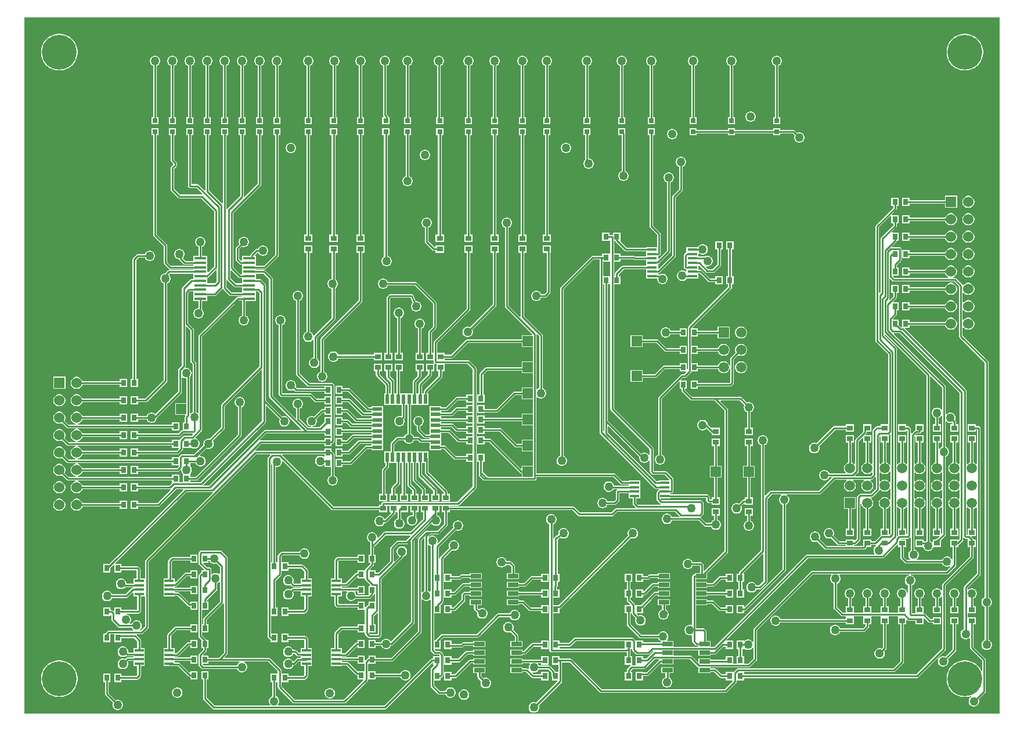
<source format=gtl>
G04*
G04 #@! TF.GenerationSoftware,Altium Limited,Altium Designer,22.3.1 (43)*
G04*
G04 Layer_Physical_Order=1*
G04 Layer_Color=255*
%FSLAX25Y25*%
%MOIN*%
G70*
G04*
G04 #@! TF.SameCoordinates,D44AF7EC-015F-415D-BC9C-BA0083E1B9C0*
G04*
G04*
G04 #@! TF.FilePolarity,Positive*
G04*
G01*
G75*
%ADD11C,0.01000*%
%ADD15R,0.03150X0.03150*%
%ADD16R,0.03150X0.03740*%
%ADD17R,0.07087X0.01772*%
%ADD18R,0.03740X0.03150*%
%ADD19R,0.05807X0.01772*%
%ADD20R,0.06016X0.02559*%
%ADD21R,0.05512X0.01772*%
%ADD22R,0.05807X0.02362*%
%ADD23R,0.02362X0.05807*%
%ADD40C,0.01000*%
%ADD41R,0.05906X0.05906*%
%ADD42C,0.05906*%
%ADD43C,0.06000*%
%ADD44R,0.06000X0.06000*%
%ADD45R,0.05906X0.05906*%
%ADD46C,0.20000*%
%ADD47C,0.05000*%
G36*
X560000D02*
X0D01*
Y400000D01*
X560000D01*
Y0D01*
D02*
G37*
%LPC*%
G36*
X540826Y390500D02*
X539174D01*
X537541Y390242D01*
X535969Y389731D01*
X534497Y388980D01*
X533160Y388009D01*
X531991Y386840D01*
X531020Y385503D01*
X530269Y384031D01*
X529759Y382459D01*
X529500Y380826D01*
Y379174D01*
X529759Y377541D01*
X530269Y375969D01*
X531020Y374497D01*
X531991Y373160D01*
X533160Y371991D01*
X534497Y371020D01*
X535969Y370269D01*
X537541Y369759D01*
X539174Y369500D01*
X540826D01*
X542459Y369759D01*
X544031Y370269D01*
X545503Y371020D01*
X546840Y371991D01*
X548009Y373160D01*
X548980Y374497D01*
X549731Y375969D01*
X550242Y377541D01*
X550500Y379174D01*
Y380826D01*
X550242Y382459D01*
X549731Y384031D01*
X548980Y385503D01*
X548009Y386840D01*
X546840Y388009D01*
X545503Y388980D01*
X544031Y389731D01*
X542459Y390242D01*
X540826Y390500D01*
D02*
G37*
G36*
X20826D02*
X19174D01*
X17541Y390242D01*
X15969Y389731D01*
X14497Y388980D01*
X13160Y388009D01*
X11991Y386840D01*
X11020Y385503D01*
X10269Y384031D01*
X9759Y382459D01*
X9500Y380826D01*
Y379174D01*
X9759Y377541D01*
X10269Y375969D01*
X11020Y374497D01*
X11991Y373160D01*
X13160Y371991D01*
X14497Y371020D01*
X15969Y370269D01*
X17541Y369759D01*
X19174Y369500D01*
X20826D01*
X22459Y369759D01*
X24031Y370269D01*
X25503Y371020D01*
X26840Y371991D01*
X28009Y373160D01*
X28980Y374497D01*
X29731Y375969D01*
X30242Y377541D01*
X30500Y379174D01*
Y380826D01*
X30242Y382459D01*
X29731Y384031D01*
X28980Y385503D01*
X28009Y386840D01*
X26840Y388009D01*
X25503Y388980D01*
X24031Y389731D01*
X22459Y390242D01*
X20826Y390500D01*
D02*
G37*
G36*
X417395Y346000D02*
X416605D01*
X415842Y345796D01*
X415158Y345401D01*
X414599Y344842D01*
X414204Y344158D01*
X414000Y343395D01*
Y342605D01*
X414204Y341842D01*
X414599Y341158D01*
X415158Y340599D01*
X415842Y340204D01*
X416605Y340000D01*
X417395D01*
X418158Y340204D01*
X418842Y340599D01*
X419401Y341158D01*
X419796Y341842D01*
X420000Y342605D01*
Y343395D01*
X419796Y344158D01*
X419401Y344842D01*
X418842Y345401D01*
X418158Y345796D01*
X417395Y346000D01*
D02*
G37*
G36*
X432395Y378000D02*
X431605D01*
X430842Y377796D01*
X430158Y377401D01*
X429599Y376842D01*
X429204Y376158D01*
X429000Y375395D01*
Y374605D01*
X429204Y373842D01*
X429599Y373158D01*
X430158Y372599D01*
X430842Y372204D01*
X430980Y372167D01*
Y342724D01*
X429925D01*
Y338575D01*
X434075D01*
Y342724D01*
X433020D01*
Y372167D01*
X433158Y372204D01*
X433842Y372599D01*
X434401Y373158D01*
X434796Y373842D01*
X435000Y374605D01*
Y375395D01*
X434796Y376158D01*
X434401Y376842D01*
X433842Y377401D01*
X433158Y377796D01*
X432395Y378000D01*
D02*
G37*
G36*
X406395D02*
X405605D01*
X404842Y377796D01*
X404158Y377401D01*
X403599Y376842D01*
X403204Y376158D01*
X403000Y375395D01*
Y374605D01*
X403204Y373842D01*
X403599Y373158D01*
X404158Y372599D01*
X404842Y372204D01*
X404980Y372167D01*
Y342724D01*
X403925D01*
Y338575D01*
X408075D01*
Y342724D01*
X407020D01*
Y372167D01*
X407158Y372204D01*
X407842Y372599D01*
X408401Y373158D01*
X408796Y373842D01*
X409000Y374605D01*
Y375395D01*
X408796Y376158D01*
X408401Y376842D01*
X407842Y377401D01*
X407158Y377796D01*
X406395Y378000D01*
D02*
G37*
G36*
X384395D02*
X383605D01*
X382842Y377796D01*
X382158Y377401D01*
X381599Y376842D01*
X381204Y376158D01*
X381000Y375395D01*
Y374605D01*
X381204Y373842D01*
X381599Y373158D01*
X382158Y372599D01*
X382842Y372204D01*
X382980Y372167D01*
Y342724D01*
X381925D01*
Y338575D01*
X386075D01*
Y342724D01*
X385020D01*
Y372167D01*
X385158Y372204D01*
X385842Y372599D01*
X386401Y373158D01*
X386796Y373842D01*
X387000Y374605D01*
Y375395D01*
X386796Y376158D01*
X386401Y376842D01*
X385842Y377401D01*
X385158Y377796D01*
X384395Y378000D01*
D02*
G37*
G36*
X360395D02*
X359605D01*
X358842Y377796D01*
X358158Y377401D01*
X357599Y376842D01*
X357204Y376158D01*
X357000Y375395D01*
Y374605D01*
X357204Y373842D01*
X357599Y373158D01*
X358158Y372599D01*
X358842Y372204D01*
X358980Y372167D01*
Y342724D01*
X357925D01*
Y338575D01*
X362075D01*
Y342724D01*
X361020D01*
Y372167D01*
X361158Y372204D01*
X361842Y372599D01*
X362401Y373158D01*
X362796Y373842D01*
X363000Y374605D01*
Y375395D01*
X362796Y376158D01*
X362401Y376842D01*
X361842Y377401D01*
X361158Y377796D01*
X360395Y378000D01*
D02*
G37*
G36*
X343395D02*
X342605D01*
X341842Y377796D01*
X341158Y377401D01*
X340599Y376842D01*
X340204Y376158D01*
X340000Y375395D01*
Y374605D01*
X340204Y373842D01*
X340599Y373158D01*
X341158Y372599D01*
X341842Y372204D01*
X341980Y372167D01*
Y342724D01*
X340925D01*
Y338575D01*
X345075D01*
Y342724D01*
X344020D01*
Y372167D01*
X344158Y372204D01*
X344842Y372599D01*
X345401Y373158D01*
X345796Y373842D01*
X346000Y374605D01*
Y375395D01*
X345796Y376158D01*
X345401Y376842D01*
X344842Y377401D01*
X344158Y377796D01*
X343395Y378000D01*
D02*
G37*
G36*
X323395D02*
X322605D01*
X321842Y377796D01*
X321158Y377401D01*
X320599Y376842D01*
X320204Y376158D01*
X320000Y375395D01*
Y374605D01*
X320204Y373842D01*
X320599Y373158D01*
X321158Y372599D01*
X321842Y372204D01*
X321980Y372167D01*
Y342724D01*
X320925D01*
Y338575D01*
X325075D01*
Y342724D01*
X324020D01*
Y372167D01*
X324158Y372204D01*
X324842Y372599D01*
X325401Y373158D01*
X325796Y373842D01*
X326000Y374605D01*
Y375395D01*
X325796Y376158D01*
X325401Y376842D01*
X324842Y377401D01*
X324158Y377796D01*
X323395Y378000D01*
D02*
G37*
G36*
X300395D02*
X299605D01*
X298842Y377796D01*
X298158Y377401D01*
X297599Y376842D01*
X297204Y376158D01*
X297000Y375395D01*
Y374605D01*
X297204Y373842D01*
X297599Y373158D01*
X298158Y372599D01*
X298842Y372204D01*
X298980Y372167D01*
Y342724D01*
X297925D01*
Y338575D01*
X302075D01*
Y342724D01*
X301020D01*
Y372167D01*
X301158Y372204D01*
X301842Y372599D01*
X302401Y373158D01*
X302796Y373842D01*
X303000Y374605D01*
Y375395D01*
X302796Y376158D01*
X302401Y376842D01*
X301842Y377401D01*
X301158Y377796D01*
X300395Y378000D01*
D02*
G37*
G36*
X286395D02*
X285605D01*
X284842Y377796D01*
X284158Y377401D01*
X283599Y376842D01*
X283204Y376158D01*
X283000Y375395D01*
Y374605D01*
X283204Y373842D01*
X283599Y373158D01*
X284158Y372599D01*
X284842Y372204D01*
X284980Y372167D01*
Y342724D01*
X283925D01*
Y338575D01*
X288075D01*
Y342724D01*
X287020D01*
Y372167D01*
X287158Y372204D01*
X287842Y372599D01*
X288401Y373158D01*
X288796Y373842D01*
X289000Y374605D01*
Y375395D01*
X288796Y376158D01*
X288401Y376842D01*
X287842Y377401D01*
X287158Y377796D01*
X286395Y378000D01*
D02*
G37*
G36*
X270395D02*
X269605D01*
X268842Y377796D01*
X268158Y377401D01*
X267599Y376842D01*
X267204Y376158D01*
X267000Y375395D01*
Y374605D01*
X267204Y373842D01*
X267599Y373158D01*
X268158Y372599D01*
X268842Y372204D01*
X268980Y372167D01*
Y342724D01*
X267925D01*
Y338575D01*
X272075D01*
Y342724D01*
X271020D01*
Y372167D01*
X271158Y372204D01*
X271842Y372599D01*
X272401Y373158D01*
X272796Y373842D01*
X273000Y374605D01*
Y375395D01*
X272796Y376158D01*
X272401Y376842D01*
X271842Y377401D01*
X271158Y377796D01*
X270395Y378000D01*
D02*
G37*
G36*
X255395D02*
X254605D01*
X253842Y377796D01*
X253158Y377401D01*
X252599Y376842D01*
X252204Y376158D01*
X252000Y375395D01*
Y374605D01*
X252204Y373842D01*
X252599Y373158D01*
X253158Y372599D01*
X253842Y372204D01*
X253980Y372167D01*
Y342724D01*
X252925D01*
Y338575D01*
X257075D01*
Y342724D01*
X256020D01*
Y372167D01*
X256158Y372204D01*
X256842Y372599D01*
X257401Y373158D01*
X257796Y373842D01*
X258000Y374605D01*
Y375395D01*
X257796Y376158D01*
X257401Y376842D01*
X256842Y377401D01*
X256158Y377796D01*
X255395Y378000D01*
D02*
G37*
G36*
X238395D02*
X237605D01*
X236842Y377796D01*
X236158Y377401D01*
X235599Y376842D01*
X235204Y376158D01*
X235000Y375395D01*
Y374605D01*
X235204Y373842D01*
X235599Y373158D01*
X236158Y372599D01*
X236842Y372204D01*
X236980Y372167D01*
Y342724D01*
X236425D01*
Y338575D01*
X240575D01*
Y342724D01*
X239020D01*
Y372167D01*
X239158Y372204D01*
X239842Y372599D01*
X240401Y373158D01*
X240796Y373842D01*
X241000Y374605D01*
Y375395D01*
X240796Y376158D01*
X240401Y376842D01*
X239842Y377401D01*
X239158Y377796D01*
X238395Y378000D01*
D02*
G37*
G36*
X220395D02*
X219605D01*
X218842Y377796D01*
X218158Y377401D01*
X217599Y376842D01*
X217204Y376158D01*
X217000Y375395D01*
Y374605D01*
X217204Y373842D01*
X217599Y373158D01*
X218158Y372599D01*
X218842Y372204D01*
X218980Y372167D01*
Y342724D01*
X217925D01*
Y338575D01*
X222075D01*
Y342724D01*
X221020D01*
Y372167D01*
X221158Y372204D01*
X221842Y372599D01*
X222401Y373158D01*
X222796Y373842D01*
X223000Y374605D01*
Y375395D01*
X222796Y376158D01*
X222401Y376842D01*
X221842Y377401D01*
X221158Y377796D01*
X220395Y378000D01*
D02*
G37*
G36*
X207395D02*
X206605D01*
X205842Y377796D01*
X205158Y377401D01*
X204599Y376842D01*
X204204Y376158D01*
X204000Y375395D01*
Y374605D01*
X204204Y373842D01*
X204599Y373158D01*
X205158Y372599D01*
X205842Y372204D01*
X205980Y372167D01*
Y344000D01*
X206058Y343610D01*
X206279Y343279D01*
X206372Y343186D01*
X206180Y342724D01*
X205425D01*
Y338575D01*
X209575D01*
Y342724D01*
X209020D01*
Y343000D01*
X208942Y343390D01*
X208721Y343721D01*
X208020Y344422D01*
Y372167D01*
X208158Y372204D01*
X208842Y372599D01*
X209401Y373158D01*
X209796Y373842D01*
X210000Y374605D01*
Y375395D01*
X209796Y376158D01*
X209401Y376842D01*
X208842Y377401D01*
X208158Y377796D01*
X207395Y378000D01*
D02*
G37*
G36*
X193395D02*
X192605D01*
X191842Y377796D01*
X191158Y377401D01*
X190599Y376842D01*
X190204Y376158D01*
X190000Y375395D01*
Y374605D01*
X190204Y373842D01*
X190599Y373158D01*
X191158Y372599D01*
X191842Y372204D01*
X191980Y372167D01*
Y342724D01*
X190925D01*
Y338575D01*
X195075D01*
Y342724D01*
X194020D01*
Y372167D01*
X194158Y372204D01*
X194842Y372599D01*
X195401Y373158D01*
X195796Y373842D01*
X196000Y374605D01*
Y375395D01*
X195796Y376158D01*
X195401Y376842D01*
X194842Y377401D01*
X194158Y377796D01*
X193395Y378000D01*
D02*
G37*
G36*
X178395D02*
X177605D01*
X176842Y377796D01*
X176158Y377401D01*
X175599Y376842D01*
X175204Y376158D01*
X175000Y375395D01*
Y374605D01*
X175204Y373842D01*
X175599Y373158D01*
X176158Y372599D01*
X176842Y372204D01*
X176980Y372167D01*
Y342724D01*
X175425D01*
Y338575D01*
X179575D01*
Y342724D01*
X179020D01*
Y372167D01*
X179158Y372204D01*
X179842Y372599D01*
X180401Y373158D01*
X180796Y373842D01*
X181000Y374605D01*
Y375395D01*
X180796Y376158D01*
X180401Y376842D01*
X179842Y377401D01*
X179158Y377796D01*
X178395Y378000D01*
D02*
G37*
G36*
X163395D02*
X162605D01*
X161842Y377796D01*
X161158Y377401D01*
X160599Y376842D01*
X160204Y376158D01*
X160000Y375395D01*
Y374605D01*
X160204Y373842D01*
X160599Y373158D01*
X161158Y372599D01*
X161842Y372204D01*
X161980Y372167D01*
Y342724D01*
X160925D01*
Y338575D01*
X165075D01*
Y342724D01*
X164020D01*
Y372167D01*
X164158Y372204D01*
X164842Y372599D01*
X165401Y373158D01*
X165796Y373842D01*
X166000Y374605D01*
Y375395D01*
X165796Y376158D01*
X165401Y376842D01*
X164842Y377401D01*
X164158Y377796D01*
X163395Y378000D01*
D02*
G37*
G36*
X145395D02*
X144605D01*
X143842Y377796D01*
X143158Y377401D01*
X142599Y376842D01*
X142204Y376158D01*
X142000Y375395D01*
Y374605D01*
X142204Y373842D01*
X142599Y373158D01*
X143158Y372599D01*
X143842Y372204D01*
X143980Y372167D01*
Y342724D01*
X142925D01*
Y338575D01*
X147075D01*
Y342724D01*
X146020D01*
Y372167D01*
X146158Y372204D01*
X146842Y372599D01*
X147401Y373158D01*
X147796Y373842D01*
X148000Y374605D01*
Y375395D01*
X147796Y376158D01*
X147401Y376842D01*
X146842Y377401D01*
X146158Y377796D01*
X145395Y378000D01*
D02*
G37*
G36*
X135395D02*
X134605D01*
X133842Y377796D01*
X133158Y377401D01*
X132599Y376842D01*
X132204Y376158D01*
X132000Y375395D01*
Y374605D01*
X132204Y373842D01*
X132599Y373158D01*
X133158Y372599D01*
X133842Y372204D01*
X133980Y372167D01*
Y342724D01*
X132925D01*
Y338575D01*
X137075D01*
Y342724D01*
X136020D01*
Y372167D01*
X136158Y372204D01*
X136842Y372599D01*
X137401Y373158D01*
X137796Y373842D01*
X138000Y374605D01*
Y375395D01*
X137796Y376158D01*
X137401Y376842D01*
X136842Y377401D01*
X136158Y377796D01*
X135395Y378000D01*
D02*
G37*
G36*
X125395D02*
X124605D01*
X123842Y377796D01*
X123158Y377401D01*
X122599Y376842D01*
X122204Y376158D01*
X122000Y375395D01*
Y374605D01*
X122204Y373842D01*
X122599Y373158D01*
X123158Y372599D01*
X123842Y372204D01*
X123980Y372167D01*
Y342724D01*
X122925D01*
Y338575D01*
X127075D01*
Y342724D01*
X126020D01*
Y372167D01*
X126158Y372204D01*
X126842Y372599D01*
X127401Y373158D01*
X127796Y373842D01*
X128000Y374605D01*
Y375395D01*
X127796Y376158D01*
X127401Y376842D01*
X126842Y377401D01*
X126158Y377796D01*
X125395Y378000D01*
D02*
G37*
G36*
X115395D02*
X114605D01*
X113842Y377796D01*
X113158Y377401D01*
X112599Y376842D01*
X112204Y376158D01*
X112000Y375395D01*
Y374605D01*
X112204Y373842D01*
X112599Y373158D01*
X113158Y372599D01*
X113842Y372204D01*
X113980Y372167D01*
Y342724D01*
X112925D01*
Y338575D01*
X117075D01*
Y342724D01*
X116020D01*
Y372167D01*
X116158Y372204D01*
X116842Y372599D01*
X117401Y373158D01*
X117796Y373842D01*
X118000Y374605D01*
Y375395D01*
X117796Y376158D01*
X117401Y376842D01*
X116842Y377401D01*
X116158Y377796D01*
X115395Y378000D01*
D02*
G37*
G36*
X105395D02*
X104605D01*
X103842Y377796D01*
X103158Y377401D01*
X102599Y376842D01*
X102204Y376158D01*
X102000Y375395D01*
Y374605D01*
X102204Y373842D01*
X102599Y373158D01*
X103158Y372599D01*
X103842Y372204D01*
X103980Y372167D01*
Y342724D01*
X102925D01*
Y338575D01*
X107075D01*
Y342724D01*
X106020D01*
Y372167D01*
X106158Y372204D01*
X106842Y372599D01*
X107401Y373158D01*
X107796Y373842D01*
X108000Y374605D01*
Y375395D01*
X107796Y376158D01*
X107401Y376842D01*
X106842Y377401D01*
X106158Y377796D01*
X105395Y378000D01*
D02*
G37*
G36*
X95395D02*
X94605D01*
X93842Y377796D01*
X93158Y377401D01*
X92599Y376842D01*
X92204Y376158D01*
X92000Y375395D01*
Y374605D01*
X92204Y373842D01*
X92599Y373158D01*
X93158Y372599D01*
X93842Y372204D01*
X93980Y372167D01*
Y342724D01*
X92925D01*
Y338575D01*
X97075D01*
Y342724D01*
X96020D01*
Y372167D01*
X96158Y372204D01*
X96842Y372599D01*
X97401Y373158D01*
X97796Y373842D01*
X98000Y374605D01*
Y375395D01*
X97796Y376158D01*
X97401Y376842D01*
X96842Y377401D01*
X96158Y377796D01*
X95395Y378000D01*
D02*
G37*
G36*
X85395D02*
X84605D01*
X83842Y377796D01*
X83158Y377401D01*
X82599Y376842D01*
X82204Y376158D01*
X82000Y375395D01*
Y374605D01*
X82204Y373842D01*
X82599Y373158D01*
X83158Y372599D01*
X83842Y372204D01*
X83980Y372167D01*
Y342724D01*
X82925D01*
Y338575D01*
X87075D01*
Y342724D01*
X86020D01*
Y372167D01*
X86158Y372204D01*
X86842Y372599D01*
X87401Y373158D01*
X87796Y373842D01*
X88000Y374605D01*
Y375395D01*
X87796Y376158D01*
X87401Y376842D01*
X86842Y377401D01*
X86158Y377796D01*
X85395Y378000D01*
D02*
G37*
G36*
X75395D02*
X74605D01*
X73842Y377796D01*
X73158Y377401D01*
X72599Y376842D01*
X72204Y376158D01*
X72000Y375395D01*
Y374605D01*
X72204Y373842D01*
X72599Y373158D01*
X73158Y372599D01*
X73842Y372204D01*
X73980Y372167D01*
Y342724D01*
X72925D01*
Y338575D01*
X77075D01*
Y342724D01*
X76020D01*
Y372167D01*
X76158Y372204D01*
X76842Y372599D01*
X77401Y373158D01*
X77796Y373842D01*
X78000Y374605D01*
Y375395D01*
X77796Y376158D01*
X77401Y376842D01*
X76842Y377401D01*
X76158Y377796D01*
X75395Y378000D01*
D02*
G37*
G36*
X434075Y336425D02*
X429925D01*
Y335370D01*
X408075D01*
Y336425D01*
X403925D01*
Y335370D01*
X386075D01*
Y336425D01*
X381925D01*
Y332276D01*
X386075D01*
Y333331D01*
X403925D01*
Y332276D01*
X408075D01*
Y333331D01*
X429925D01*
Y332276D01*
X434075D01*
Y333331D01*
X441227D01*
X442276Y332282D01*
X442204Y332158D01*
X442000Y331395D01*
Y330605D01*
X442204Y329842D01*
X442599Y329158D01*
X443158Y328599D01*
X443842Y328204D01*
X444605Y328000D01*
X445395D01*
X446158Y328204D01*
X446842Y328599D01*
X447401Y329158D01*
X447796Y329842D01*
X448000Y330605D01*
Y331395D01*
X447796Y332158D01*
X447401Y332842D01*
X446842Y333401D01*
X446158Y333796D01*
X445395Y334000D01*
X444605D01*
X443842Y333796D01*
X443718Y333724D01*
X442371Y335071D01*
X442040Y335292D01*
X441650Y335370D01*
X434075D01*
Y336425D01*
D02*
G37*
G36*
X372395Y336000D02*
X371605D01*
X370842Y335796D01*
X370158Y335401D01*
X369599Y334842D01*
X369204Y334158D01*
X369000Y333395D01*
Y332605D01*
X369204Y331842D01*
X369599Y331158D01*
X370158Y330599D01*
X370842Y330204D01*
X371605Y330000D01*
X372395D01*
X373158Y330204D01*
X373842Y330599D01*
X374401Y331158D01*
X374796Y331842D01*
X375000Y332605D01*
Y333395D01*
X374796Y334158D01*
X374401Y334842D01*
X373842Y335401D01*
X373158Y335796D01*
X372395Y336000D01*
D02*
G37*
G36*
X311395Y328000D02*
X310605D01*
X309842Y327796D01*
X309158Y327401D01*
X308599Y326842D01*
X308204Y326158D01*
X308000Y325395D01*
Y324605D01*
X308204Y323842D01*
X308599Y323158D01*
X309158Y322599D01*
X309842Y322204D01*
X310605Y322000D01*
X311395D01*
X312158Y322204D01*
X312842Y322599D01*
X313401Y323158D01*
X313796Y323842D01*
X314000Y324605D01*
Y325395D01*
X313796Y326158D01*
X313401Y326842D01*
X312842Y327401D01*
X312158Y327796D01*
X311395Y328000D01*
D02*
G37*
G36*
X153395D02*
X152605D01*
X151842Y327796D01*
X151158Y327401D01*
X150599Y326842D01*
X150204Y326158D01*
X150000Y325395D01*
Y324605D01*
X150204Y323842D01*
X150599Y323158D01*
X151158Y322599D01*
X151842Y322204D01*
X152605Y322000D01*
X153395D01*
X154158Y322204D01*
X154842Y322599D01*
X155401Y323158D01*
X155796Y323842D01*
X156000Y324605D01*
Y325395D01*
X155796Y326158D01*
X155401Y326842D01*
X154842Y327401D01*
X154158Y327796D01*
X153395Y328000D01*
D02*
G37*
G36*
X230395Y324000D02*
X229605D01*
X228842Y323796D01*
X228158Y323401D01*
X227599Y322842D01*
X227204Y322158D01*
X227000Y321395D01*
Y320605D01*
X227204Y319842D01*
X227599Y319158D01*
X228158Y318599D01*
X228842Y318204D01*
X229605Y318000D01*
X230395D01*
X231158Y318204D01*
X231842Y318599D01*
X232401Y319158D01*
X232796Y319842D01*
X233000Y320605D01*
Y321395D01*
X232796Y322158D01*
X232401Y322842D01*
X231842Y323401D01*
X231158Y323796D01*
X230395Y324000D01*
D02*
G37*
G36*
X325075Y336425D02*
X320925D01*
Y332276D01*
X321980D01*
Y318223D01*
X321599Y317842D01*
X321204Y317158D01*
X321000Y316395D01*
Y315605D01*
X321204Y314842D01*
X321599Y314158D01*
X322158Y313599D01*
X322842Y313204D01*
X323605Y313000D01*
X324395D01*
X325158Y313204D01*
X325842Y313599D01*
X326401Y314158D01*
X326796Y314842D01*
X327000Y315605D01*
Y316395D01*
X326796Y317158D01*
X326401Y317842D01*
X325842Y318401D01*
X325158Y318796D01*
X324395Y319000D01*
X324020D01*
Y332276D01*
X325075D01*
Y336425D01*
D02*
G37*
G36*
X345075D02*
X340925D01*
Y332276D01*
X342980D01*
Y311833D01*
X342842Y311796D01*
X342158Y311401D01*
X341599Y310842D01*
X341204Y310158D01*
X341000Y309395D01*
Y308605D01*
X341204Y307842D01*
X341599Y307158D01*
X342158Y306599D01*
X342842Y306204D01*
X343605Y306000D01*
X344395D01*
X345158Y306204D01*
X345842Y306599D01*
X346401Y307158D01*
X346796Y307842D01*
X347000Y308605D01*
Y309395D01*
X346796Y310158D01*
X346401Y310842D01*
X345842Y311401D01*
X345158Y311796D01*
X345020Y311833D01*
Y332276D01*
X345075D01*
Y336425D01*
D02*
G37*
G36*
X222075D02*
X217925D01*
Y332276D01*
X218980D01*
Y308833D01*
X218842Y308796D01*
X218158Y308401D01*
X217599Y307842D01*
X217204Y307158D01*
X217000Y306395D01*
Y305605D01*
X217204Y304842D01*
X217599Y304158D01*
X218158Y303599D01*
X218842Y303204D01*
X219605Y303000D01*
X220395D01*
X221158Y303204D01*
X221842Y303599D01*
X222401Y304158D01*
X222796Y304842D01*
X223000Y305605D01*
Y306395D01*
X222796Y307158D01*
X222401Y307842D01*
X221842Y308401D01*
X221158Y308796D01*
X221020Y308833D01*
Y332276D01*
X222075D01*
Y336425D01*
D02*
G37*
G36*
X535500Y297500D02*
X528500D01*
Y295020D01*
X508224D01*
Y296370D01*
X504075D01*
Y291630D01*
X508224D01*
Y292980D01*
X528500D01*
Y290500D01*
X535500D01*
Y297500D01*
D02*
G37*
G36*
X542461D02*
X541539D01*
X540649Y297262D01*
X539851Y296801D01*
X539199Y296149D01*
X538738Y295351D01*
X538500Y294461D01*
Y293539D01*
X538738Y292649D01*
X539199Y291851D01*
X539851Y291199D01*
X540649Y290739D01*
X541539Y290500D01*
X542461D01*
X543351Y290739D01*
X544149Y291199D01*
X544801Y291851D01*
X545261Y292649D01*
X545500Y293539D01*
Y294461D01*
X545261Y295351D01*
X544801Y296149D01*
X544149Y296801D01*
X543351Y297262D01*
X542461Y297500D01*
D02*
G37*
G36*
X532461Y287500D02*
X531539D01*
X530649Y287262D01*
X529851Y286801D01*
X529199Y286149D01*
X528738Y285351D01*
X528650Y285020D01*
X508224D01*
Y286370D01*
X504075D01*
Y281630D01*
X508224D01*
Y282980D01*
X528650D01*
X528738Y282649D01*
X529199Y281851D01*
X529851Y281199D01*
X530649Y280738D01*
X531539Y280500D01*
X532461D01*
X533351Y280738D01*
X534149Y281199D01*
X534801Y281851D01*
X535261Y282649D01*
X535500Y283539D01*
Y284461D01*
X535261Y285351D01*
X534801Y286149D01*
X534149Y286801D01*
X533351Y287262D01*
X532461Y287500D01*
D02*
G37*
G36*
X542461D02*
X541539D01*
X540649Y287262D01*
X539851Y286801D01*
X539199Y286149D01*
X538738Y285351D01*
X538500Y284461D01*
Y283539D01*
X538738Y282649D01*
X539199Y281851D01*
X539851Y281199D01*
X540649Y280738D01*
X541539Y280500D01*
X542461D01*
X543351Y280738D01*
X544149Y281199D01*
X544801Y281851D01*
X545261Y282649D01*
X545500Y283539D01*
Y284461D01*
X545261Y285351D01*
X544801Y286149D01*
X544149Y286801D01*
X543351Y287262D01*
X542461Y287500D01*
D02*
G37*
G36*
X532461Y277500D02*
X531539D01*
X530649Y277261D01*
X529851Y276801D01*
X529199Y276149D01*
X528738Y275351D01*
X528650Y275020D01*
X508224D01*
Y276370D01*
X504075D01*
Y271630D01*
X508224D01*
Y272980D01*
X528650D01*
X528738Y272649D01*
X529199Y271851D01*
X529851Y271199D01*
X530649Y270739D01*
X531539Y270500D01*
X532461D01*
X533351Y270739D01*
X534149Y271199D01*
X534801Y271851D01*
X535261Y272649D01*
X535500Y273539D01*
Y274461D01*
X535261Y275351D01*
X534801Y276149D01*
X534149Y276801D01*
X533351Y277261D01*
X532461Y277500D01*
D02*
G37*
G36*
X302075Y336425D02*
X297925D01*
Y332276D01*
X298980D01*
Y308850D01*
Y306000D01*
Y275224D01*
X297630D01*
Y271075D01*
X302370D01*
Y275224D01*
X301020D01*
Y308850D01*
Y332276D01*
X302075D01*
Y336425D01*
D02*
G37*
G36*
X288075D02*
X283925D01*
Y332276D01*
X284980D01*
Y275224D01*
X283630D01*
Y271075D01*
X288370D01*
Y275224D01*
X287020D01*
Y332276D01*
X288075D01*
Y336425D01*
D02*
G37*
G36*
X272075D02*
X267925D01*
Y332276D01*
X268980D01*
Y275224D01*
X267630D01*
Y271075D01*
X272370D01*
Y275224D01*
X271020D01*
Y332276D01*
X272075D01*
Y336425D01*
D02*
G37*
G36*
X257075D02*
X252925D01*
Y332276D01*
X253980D01*
Y275224D01*
X252630D01*
Y271075D01*
X257370D01*
Y275224D01*
X256020D01*
Y332276D01*
X257075D01*
Y336425D01*
D02*
G37*
G36*
X240575D02*
X236425D01*
Y332276D01*
X237480D01*
Y275224D01*
X236130D01*
Y271075D01*
X240870D01*
Y275224D01*
X239520D01*
Y332276D01*
X240575D01*
Y336425D01*
D02*
G37*
G36*
X195075D02*
X190925D01*
Y332276D01*
X191980D01*
Y275224D01*
X190630D01*
Y271075D01*
X195370D01*
Y275224D01*
X194020D01*
Y332276D01*
X195075D01*
Y336425D01*
D02*
G37*
G36*
X179575D02*
X175425D01*
Y332276D01*
X176480D01*
Y275224D01*
X175130D01*
Y271075D01*
X179870D01*
Y275224D01*
X178520D01*
Y332276D01*
X179575D01*
Y336425D01*
D02*
G37*
G36*
X165075D02*
X160925D01*
Y332276D01*
X161980D01*
Y275224D01*
X160630D01*
Y271075D01*
X165370D01*
Y275224D01*
X164020D01*
Y332276D01*
X165075D01*
Y336425D01*
D02*
G37*
G36*
X542461Y277500D02*
X541539D01*
X540649Y277261D01*
X539851Y276801D01*
X539199Y276149D01*
X538738Y275351D01*
X538500Y274461D01*
Y273539D01*
X538738Y272649D01*
X539199Y271851D01*
X539851Y271199D01*
X540649Y270739D01*
X541539Y270500D01*
X542461D01*
X543351Y270739D01*
X544149Y271199D01*
X544801Y271851D01*
X545261Y272649D01*
X545500Y273539D01*
Y274461D01*
X545261Y275351D01*
X544801Y276149D01*
X544149Y276801D01*
X543351Y277261D01*
X542461Y277500D01*
D02*
G37*
G36*
X362075Y336425D02*
X357925D01*
Y332276D01*
X358980D01*
Y280000D01*
X359058Y279610D01*
X359279Y279279D01*
X363317Y275241D01*
Y268063D01*
X357030D01*
Y267697D01*
X345895D01*
X342401Y271191D01*
X342224Y271630D01*
X342224D01*
X342224Y271630D01*
Y276370D01*
X338075D01*
Y275307D01*
X337575Y274985D01*
X337400Y275020D01*
X335925D01*
Y276370D01*
X331776D01*
Y271630D01*
X335925D01*
Y272980D01*
X336480D01*
Y174900D01*
X336558Y174510D01*
X336779Y174179D01*
X359149Y151810D01*
Y148547D01*
X358648Y148413D01*
X358401Y148842D01*
X357842Y149401D01*
X357158Y149796D01*
X356395Y150000D01*
X355605D01*
X354842Y149796D01*
X354158Y149401D01*
X354000Y149242D01*
X334870Y168372D01*
Y246630D01*
X335925D01*
Y251370D01*
X332220D01*
Y259630D01*
X335925D01*
Y264370D01*
X331776D01*
Y263020D01*
X326400D01*
X326010Y262942D01*
X325679Y262721D01*
X307879Y244921D01*
X307658Y244590D01*
X307580Y244200D01*
Y148133D01*
X307442Y148096D01*
X306758Y147701D01*
X306199Y147142D01*
X305804Y146458D01*
X305600Y145695D01*
Y144905D01*
X305804Y144142D01*
X306199Y143458D01*
X306758Y142899D01*
X307442Y142504D01*
X308205Y142300D01*
X308995D01*
X309758Y142504D01*
X310442Y142899D01*
X311001Y143458D01*
X311396Y144142D01*
X311600Y144905D01*
Y145695D01*
X311396Y146458D01*
X311001Y147142D01*
X310442Y147701D01*
X309758Y148096D01*
X309620Y148133D01*
Y243778D01*
X326822Y260980D01*
X330180D01*
Y161679D01*
X330258Y161288D01*
X330479Y160958D01*
X362028Y129409D01*
X362358Y129188D01*
X362749Y129110D01*
X364405D01*
Y128510D01*
X364079Y128292D01*
X363179Y127392D01*
X362958Y127061D01*
X362880Y126671D01*
Y123200D01*
X362958Y122810D01*
X363179Y122479D01*
X364879Y120779D01*
X365210Y120558D01*
X365403Y120520D01*
X365354Y120020D01*
X352273D01*
X351358Y120934D01*
Y123626D01*
X353594D01*
Y126185D01*
Y128744D01*
Y131303D01*
Y134075D01*
X347083D01*
Y133709D01*
X343422D01*
X339410Y137721D01*
X339079Y137942D01*
X338689Y138020D01*
X293972D01*
Y181778D01*
X294472Y181985D01*
X294758Y181699D01*
X295442Y181304D01*
X296205Y181100D01*
X296995D01*
X297758Y181304D01*
X298442Y181699D01*
X299001Y182258D01*
X299396Y182942D01*
X299600Y183705D01*
Y184495D01*
X299396Y185258D01*
X299001Y185942D01*
X298442Y186501D01*
X297758Y186896D01*
X297620Y186933D01*
Y217306D01*
X297542Y217696D01*
X297321Y218027D01*
X287020Y228328D01*
Y264776D01*
X288370D01*
Y268925D01*
X283630D01*
Y264776D01*
X284980D01*
Y228121D01*
X284480Y227914D01*
X278020Y234375D01*
Y279167D01*
X278158Y279204D01*
X278842Y279599D01*
X279401Y280158D01*
X279796Y280842D01*
X280000Y281605D01*
Y282395D01*
X279796Y283158D01*
X279401Y283842D01*
X278842Y284401D01*
X278158Y284796D01*
X277395Y285000D01*
X276605D01*
X275842Y284796D01*
X275158Y284401D01*
X274599Y283842D01*
X274204Y283158D01*
X274000Y282395D01*
Y281605D01*
X274204Y280842D01*
X274599Y280158D01*
X275158Y279599D01*
X275842Y279204D01*
X275980Y279167D01*
Y233953D01*
X276058Y233563D01*
X276279Y233232D01*
X291558Y217953D01*
X291351Y217453D01*
X285547D01*
Y215020D01*
X254332D01*
X253941Y214942D01*
X253611Y214721D01*
X245059Y206169D01*
X241370D01*
Y207224D01*
X237120D01*
Y212978D01*
X255721Y231579D01*
X255942Y231910D01*
X256020Y232300D01*
Y264776D01*
X257370D01*
Y268925D01*
X252630D01*
Y264776D01*
X253980D01*
Y232722D01*
X235379Y214121D01*
X235158Y213790D01*
X235080Y213400D01*
Y207224D01*
X234020D01*
Y218943D01*
X236246Y221170D01*
X236467Y221500D01*
X236545Y221891D01*
Y236075D01*
X236467Y236465D01*
X236246Y236796D01*
X225321Y247721D01*
X224990Y247942D01*
X224600Y248020D01*
X208833D01*
X208796Y248158D01*
X208401Y248842D01*
X207842Y249401D01*
X207158Y249796D01*
X206395Y250000D01*
X205605D01*
X204842Y249796D01*
X204158Y249401D01*
X203599Y248842D01*
X203204Y248158D01*
X203000Y247395D01*
Y246605D01*
X203204Y245842D01*
X203599Y245158D01*
X204158Y244599D01*
X204842Y244204D01*
X205605Y244000D01*
X206395D01*
X207158Y244204D01*
X207842Y244599D01*
X208401Y245158D01*
X208796Y245842D01*
X208833Y245980D01*
X224178D01*
X234505Y235653D01*
Y222313D01*
X232279Y220087D01*
X232058Y219756D01*
X231980Y219366D01*
Y207224D01*
X230630D01*
Y203075D01*
X235080D01*
Y202000D01*
X235158Y201610D01*
X235281Y201425D01*
X235091Y200960D01*
X235060Y200925D01*
X234970Y200925D01*
X230630D01*
Y196776D01*
X231812D01*
Y194922D01*
X226611Y189721D01*
X226390Y189390D01*
X226312Y189000D01*
Y184089D01*
X225076D01*
Y190302D01*
X227553Y192779D01*
X227774Y193110D01*
X227851Y193500D01*
Y196776D01*
X229370D01*
Y200925D01*
X224630D01*
Y196776D01*
X225812D01*
Y193922D01*
X223335Y191445D01*
X223114Y191115D01*
X223036Y190724D01*
Y184089D01*
X215627D01*
Y196776D01*
X217370D01*
Y200925D01*
X212630D01*
Y196776D01*
X213588D01*
Y184089D01*
X212477D01*
Y190874D01*
X212400Y191264D01*
X212179Y191595D01*
X209851Y193922D01*
Y196776D01*
X211370D01*
Y200925D01*
X206630D01*
Y196776D01*
X207812D01*
Y193500D01*
X207890Y193110D01*
X208111Y192779D01*
X210438Y190452D01*
Y184089D01*
X209351D01*
Y189000D01*
X209274Y189390D01*
X209053Y189721D01*
X203851Y194922D01*
Y196776D01*
X205370D01*
Y200925D01*
X200630D01*
Y196776D01*
X201812D01*
Y194500D01*
X201890Y194110D01*
X202111Y193779D01*
X207312Y188578D01*
Y184089D01*
X206627D01*
Y177281D01*
X216737D01*
Y171229D01*
X216700Y171164D01*
X216237Y170863D01*
X215727Y171000D01*
X214937D01*
X214174Y170796D01*
X213490Y170401D01*
X212931Y169842D01*
X212536Y169158D01*
X212332Y168395D01*
Y167605D01*
X212536Y166842D01*
X212931Y166158D01*
X213490Y165599D01*
X214174Y165204D01*
X214937Y165000D01*
X215727D01*
X216490Y165204D01*
X217174Y165599D01*
X217732Y166158D01*
X218127Y166842D01*
X218332Y167605D01*
Y168395D01*
X218127Y169158D01*
X218056Y169282D01*
X218478Y169704D01*
X218699Y170035D01*
X218776Y170425D01*
Y177281D01*
X219887D01*
Y160853D01*
X219674Y160796D01*
X218990Y160401D01*
X218431Y159842D01*
X218036Y159158D01*
X217999Y159020D01*
X214332D01*
X213941Y158942D01*
X213611Y158721D01*
X210737Y155847D01*
X210516Y155516D01*
X210438Y155126D01*
Y150718D01*
X206627D01*
Y143912D01*
X207288D01*
Y142399D01*
X205611Y140721D01*
X205390Y140390D01*
X205312Y140000D01*
Y126224D01*
X203630D01*
Y122075D01*
X208370D01*
Y126224D01*
X207351D01*
Y139578D01*
X209029Y141255D01*
X209250Y141586D01*
X209328Y141976D01*
Y143912D01*
X213588D01*
Y132698D01*
X211111Y130221D01*
X210890Y129890D01*
X210812Y129500D01*
Y126224D01*
X209630D01*
Y122075D01*
X214370D01*
Y126224D01*
X212851D01*
Y129078D01*
X215328Y131555D01*
X215549Y131885D01*
X215627Y132276D01*
Y143912D01*
X216812D01*
Y126224D01*
X215630D01*
Y122075D01*
X220370D01*
Y126224D01*
X218851D01*
Y143912D01*
X219887D01*
Y131425D01*
X219964Y131035D01*
X220185Y130704D01*
X222812Y128078D01*
Y126224D01*
X221630D01*
Y122075D01*
X226370D01*
Y126224D01*
X224851D01*
Y128500D01*
X224774Y128890D01*
X224553Y129221D01*
X221926Y131848D01*
Y143912D01*
X223036D01*
Y134276D01*
X223114Y133885D01*
X223335Y133555D01*
X228312Y128578D01*
Y126224D01*
X227630D01*
Y122075D01*
X232370D01*
Y126224D01*
X230351D01*
Y129000D01*
X230274Y129390D01*
X230053Y129721D01*
X225076Y134698D01*
Y143912D01*
X226186D01*
Y137126D01*
X226264Y136736D01*
X226485Y136405D01*
X234812Y128078D01*
Y126224D01*
X233630D01*
Y122075D01*
X238370D01*
Y126224D01*
X236851D01*
Y128500D01*
X236774Y128890D01*
X236553Y129221D01*
X228225Y137548D01*
Y143912D01*
X230017D01*
Y138295D01*
X230094Y137905D01*
X230315Y137574D01*
X240812Y127078D01*
Y126224D01*
X239630D01*
Y122075D01*
X244370D01*
Y126224D01*
X242851D01*
Y127500D01*
X242774Y127890D01*
X242553Y128221D01*
X232056Y138717D01*
Y146634D01*
X232036Y146733D01*
Y150718D01*
X212477D01*
Y154704D01*
X214754Y156980D01*
X217999D01*
X218036Y156842D01*
X218431Y156158D01*
X218990Y155599D01*
X219674Y155204D01*
X220437Y155000D01*
X221227D01*
X221990Y155204D01*
X222674Y155599D01*
X223232Y156158D01*
X223627Y156842D01*
X223664Y156980D01*
X225909D01*
X227016Y155873D01*
X227347Y155652D01*
X227737Y155575D01*
X232613D01*
Y151295D01*
X239420D01*
Y151957D01*
X240933D01*
X246611Y146279D01*
X246941Y146058D01*
X247332Y145980D01*
X253776D01*
Y144630D01*
X257480D01*
Y130522D01*
X248478Y121520D01*
X206000D01*
X205610Y121442D01*
X205279Y121221D01*
X205058Y120890D01*
X204980Y120500D01*
Y119925D01*
X203630D01*
Y118870D01*
X177572D01*
X147961Y148480D01*
X148169Y148980D01*
X172276D01*
Y148128D01*
X172276Y148020D01*
X172249Y147652D01*
X172184Y147598D01*
X171865Y147522D01*
X171742Y147501D01*
X171619Y147572D01*
X171058Y147896D01*
X170295Y148100D01*
X169505D01*
X168742Y147896D01*
X168058Y147501D01*
X167499Y146942D01*
X167104Y146258D01*
X166900Y145495D01*
Y144705D01*
X167104Y143942D01*
X167499Y143258D01*
X168058Y142699D01*
X168742Y142304D01*
X169505Y142100D01*
X170295D01*
X171058Y142304D01*
X171742Y142699D01*
X171814Y142771D01*
X172276Y142580D01*
Y141630D01*
X175980D01*
Y136833D01*
X175842Y136796D01*
X175158Y136401D01*
X174599Y135842D01*
X174204Y135158D01*
X174000Y134395D01*
Y133605D01*
X174204Y132842D01*
X174599Y132158D01*
X175158Y131599D01*
X175842Y131204D01*
X176605Y131000D01*
X177395D01*
X178158Y131204D01*
X178842Y131599D01*
X179401Y132158D01*
X179796Y132842D01*
X180000Y133605D01*
Y134395D01*
X179796Y135158D01*
X179401Y135842D01*
X178842Y136401D01*
X178158Y136796D01*
X178020Y136833D01*
Y149000D01*
X177942Y149390D01*
X177721Y149721D01*
X176721Y150721D01*
X176425Y150919D01*
Y152370D01*
X172276D01*
Y151020D01*
X132886D01*
X132710Y151307D01*
X132669Y151510D01*
X136140Y154980D01*
X172276D01*
Y153630D01*
X176425D01*
Y155025D01*
X176590Y155058D01*
X176921Y155279D01*
X177721Y156079D01*
X177942Y156410D01*
X178020Y156800D01*
Y188600D01*
X177942Y188990D01*
X177721Y189321D01*
X177421Y189621D01*
X177090Y189842D01*
X176700Y189920D01*
X163622D01*
X158020Y195522D01*
Y237167D01*
X158158Y237204D01*
X158842Y237599D01*
X159401Y238158D01*
X159796Y238842D01*
X160000Y239605D01*
Y240395D01*
X159796Y241158D01*
X159401Y241842D01*
X158842Y242401D01*
X158158Y242796D01*
X157395Y243000D01*
X156605D01*
X155842Y242796D01*
X155158Y242401D01*
X154599Y241842D01*
X154204Y241158D01*
X154000Y240395D01*
Y239605D01*
X154204Y238842D01*
X154599Y238158D01*
X155158Y237599D01*
X155842Y237204D01*
X155980Y237167D01*
Y195100D01*
X156058Y194710D01*
X156279Y194379D01*
X162479Y188179D01*
X162810Y187958D01*
X163200Y187880D01*
X172276D01*
Y187020D01*
X156505D01*
X155877Y187647D01*
X156000Y188105D01*
Y188895D01*
X155796Y189658D01*
X155401Y190342D01*
X154842Y190901D01*
X154158Y191296D01*
X153395Y191500D01*
X152605D01*
X151842Y191296D01*
X151158Y190901D01*
X150599Y190342D01*
X150204Y189658D01*
X150000Y188895D01*
Y188105D01*
X150204Y187342D01*
X150599Y186658D01*
X151158Y186099D01*
X151842Y185704D01*
X152605Y185500D01*
X153395D01*
X154158Y185704D01*
X154651Y185989D01*
X155361Y185279D01*
X155692Y185058D01*
X156082Y184980D01*
X172276D01*
Y183630D01*
X175980D01*
Y182370D01*
X172276D01*
Y181020D01*
X167774D01*
X165073Y183721D01*
X164742Y183942D01*
X164352Y184020D01*
X148020D01*
Y223167D01*
X148158Y223204D01*
X148842Y223599D01*
X149401Y224158D01*
X149796Y224842D01*
X150000Y225605D01*
Y226395D01*
X149796Y227158D01*
X149401Y227842D01*
X148842Y228401D01*
X148158Y228796D01*
X147395Y229000D01*
X146605D01*
X145842Y228796D01*
X145158Y228401D01*
X144599Y227842D01*
X144204Y227158D01*
X144000Y226395D01*
Y225605D01*
X144204Y224842D01*
X144599Y224158D01*
X145158Y223599D01*
X145842Y223204D01*
X145980Y223167D01*
Y183587D01*
X146058Y183197D01*
X146279Y182866D01*
X146866Y182279D01*
X147197Y182058D01*
X147587Y181980D01*
X163930D01*
X166631Y179279D01*
X166962Y179058D01*
X167352Y178980D01*
X172276D01*
Y177630D01*
X175980D01*
Y176370D01*
X172276D01*
Y175020D01*
X171000D01*
X170610Y174942D01*
X170279Y174721D01*
X166282Y170724D01*
X166158Y170796D01*
X165395Y171000D01*
X164605D01*
X163842Y170796D01*
X163158Y170401D01*
X162599Y169842D01*
X162204Y169158D01*
X162000Y168395D01*
Y167605D01*
X162204Y166842D01*
X162599Y166158D01*
X163158Y165599D01*
X163842Y165204D01*
X164532Y165020D01*
X164466Y164520D01*
X162922D01*
X158020Y169422D01*
Y175167D01*
X158158Y175204D01*
X158842Y175599D01*
X159401Y176158D01*
X159796Y176842D01*
X160000Y177605D01*
Y178395D01*
X159796Y179158D01*
X159401Y179842D01*
X158842Y180401D01*
X158158Y180796D01*
X157395Y181000D01*
X156605D01*
X155842Y180796D01*
X155158Y180401D01*
X154599Y179842D01*
X154204Y179158D01*
X154000Y178395D01*
Y177605D01*
X154204Y176842D01*
X154599Y176158D01*
X155158Y175599D01*
X155842Y175204D01*
X155980Y175167D01*
Y169993D01*
X155518Y169802D01*
X142520Y182801D01*
Y249939D01*
X142442Y250329D01*
X142221Y250660D01*
X138321Y254560D01*
X137990Y254781D01*
X137600Y254858D01*
X133020D01*
Y255378D01*
X138100D01*
X138490Y255456D01*
X138821Y255677D01*
X145721Y262577D01*
X145942Y262907D01*
X146020Y263298D01*
Y301150D01*
Y309000D01*
Y332276D01*
X147075D01*
Y336425D01*
X142925D01*
Y332276D01*
X143980D01*
Y309000D01*
Y301150D01*
Y263720D01*
X137678Y257417D01*
X133020D01*
Y260130D01*
Y262902D01*
X132457D01*
X132266Y263364D01*
X133699Y264796D01*
X133858Y264811D01*
X134275Y264720D01*
X134599Y264158D01*
X135158Y263599D01*
X135842Y263204D01*
X136605Y263000D01*
X137395D01*
X138158Y263204D01*
X138842Y263599D01*
X139401Y264158D01*
X139796Y264842D01*
X140000Y265605D01*
Y266395D01*
X139796Y267158D01*
X139401Y267842D01*
X138842Y268401D01*
X138158Y268796D01*
X137395Y269000D01*
X136605D01*
X135842Y268796D01*
X135158Y268401D01*
X134599Y267842D01*
X134204Y267158D01*
X134167Y267020D01*
X133461D01*
X133070Y266942D01*
X132740Y266721D01*
X130055Y264037D01*
X129834Y263706D01*
X129757Y263316D01*
Y262902D01*
X124933D01*
Y260449D01*
X124433Y260242D01*
X123453Y261222D01*
Y267011D01*
X124718Y268276D01*
X124842Y268204D01*
X125605Y268000D01*
X126395D01*
X127158Y268204D01*
X127842Y268599D01*
X128401Y269158D01*
X128796Y269842D01*
X129000Y270605D01*
Y271395D01*
X128796Y272158D01*
X128401Y272842D01*
X127842Y273401D01*
X127158Y273796D01*
X126395Y274000D01*
X125605D01*
X124842Y273796D01*
X124158Y273401D01*
X123599Y272842D01*
X123204Y272158D01*
X123000Y271395D01*
Y270605D01*
X123204Y269842D01*
X123276Y269718D01*
X121712Y268154D01*
X121491Y267823D01*
X121413Y267433D01*
Y260800D01*
X121491Y260410D01*
X121712Y260079D01*
X123555Y258236D01*
X123886Y258015D01*
X124276Y257937D01*
X124933D01*
Y255012D01*
Y252299D01*
X124043D01*
X119920Y256422D01*
Y287627D01*
X135721Y303429D01*
X135942Y303759D01*
X136020Y304150D01*
Y309000D01*
Y332276D01*
X137075D01*
Y336425D01*
X132925D01*
Y332276D01*
X133980D01*
Y309000D01*
Y304572D01*
X126502Y297093D01*
X126465Y297098D01*
X126020Y297318D01*
Y309000D01*
Y332276D01*
X127075D01*
Y336425D01*
X122925D01*
Y332276D01*
X123980D01*
Y309000D01*
Y297572D01*
X117279Y290871D01*
X116679Y290271D01*
X116520Y290032D01*
X116065Y290097D01*
X116020Y290115D01*
Y301828D01*
Y309000D01*
Y332276D01*
X117075D01*
Y336425D01*
X112925D01*
Y332276D01*
X113980D01*
Y309000D01*
Y301828D01*
Y293318D01*
X113480Y293111D01*
X106020Y300572D01*
Y304150D01*
Y309000D01*
Y332276D01*
X107075D01*
Y336425D01*
X102925D01*
Y332276D01*
X103980D01*
Y309000D01*
Y304150D01*
Y300648D01*
X103480Y300441D01*
X100051Y303871D01*
X99720Y304092D01*
X99330Y304169D01*
X96020D01*
Y309000D01*
Y332276D01*
X97075D01*
Y336425D01*
X92925D01*
Y332276D01*
X93980D01*
Y309000D01*
Y303150D01*
X94058Y302759D01*
X94279Y302429D01*
X94610Y302208D01*
X95000Y302130D01*
X98908D01*
X102448Y298590D01*
X102202Y298129D01*
X102000Y298169D01*
X89273D01*
X86020Y301422D01*
Y303150D01*
Y309500D01*
Y313106D01*
X87221Y314307D01*
X87442Y314638D01*
X87520Y315028D01*
Y316421D01*
X87442Y316811D01*
X87221Y317142D01*
X86020Y318343D01*
Y332276D01*
X87075D01*
Y336425D01*
X82925D01*
Y332276D01*
X83980D01*
Y317920D01*
X84058Y317530D01*
X84279Y317200D01*
X85480Y315998D01*
Y315451D01*
X84279Y314249D01*
X84058Y313918D01*
X83980Y313528D01*
Y309500D01*
Y303150D01*
Y301000D01*
X84058Y300610D01*
X84279Y300279D01*
X88129Y296429D01*
X88460Y296208D01*
X88850Y296130D01*
X101578D01*
X108980Y288727D01*
Y256902D01*
X105529Y253450D01*
X105067Y253642D01*
Y257571D01*
Y260130D01*
Y262902D01*
X102043D01*
Y268174D01*
X102158Y268204D01*
X102842Y268599D01*
X103401Y269158D01*
X103796Y269842D01*
X104000Y270605D01*
Y271395D01*
X103796Y272158D01*
X103401Y272842D01*
X102842Y273401D01*
X102158Y273796D01*
X101395Y274000D01*
X100605D01*
X99842Y273796D01*
X99158Y273401D01*
X98599Y272842D01*
X98204Y272158D01*
X98000Y271395D01*
Y270605D01*
X98204Y269842D01*
X98599Y269158D01*
X99158Y268599D01*
X99842Y268204D01*
X100004Y268161D01*
Y262902D01*
X96980D01*
Y259976D01*
X92466D01*
X90842Y261600D01*
X91401Y262158D01*
X91796Y262842D01*
X92000Y263605D01*
Y264395D01*
X91796Y265158D01*
X91401Y265842D01*
X90842Y266401D01*
X90158Y266796D01*
X89395Y267000D01*
X88605D01*
X87842Y266796D01*
X87158Y266401D01*
X86599Y265842D01*
X86204Y265158D01*
X86000Y264395D01*
Y263605D01*
X86204Y262842D01*
X86599Y262158D01*
X87158Y261599D01*
X87842Y261204D01*
X88605Y261000D01*
X88792D01*
X88823Y260844D01*
X89044Y260514D01*
X91322Y258236D01*
X91653Y258015D01*
X92043Y257937D01*
X96980D01*
Y257417D01*
X84025D01*
X82020Y259422D01*
Y269000D01*
X81942Y269390D01*
X81721Y269721D01*
X76020Y275422D01*
Y301150D01*
Y309500D01*
Y332276D01*
X77075D01*
Y336425D01*
X72925D01*
Y332276D01*
X73980D01*
Y309500D01*
Y301150D01*
Y275000D01*
X74058Y274610D01*
X74279Y274279D01*
X79980Y268578D01*
Y259000D01*
X80058Y258610D01*
X80279Y258279D01*
X82881Y255677D01*
X83212Y255456D01*
X83602Y255378D01*
X96980D01*
Y254858D01*
X82921D01*
X82531Y254781D01*
X82200Y254560D01*
X81044Y253404D01*
X80823Y253073D01*
X80809Y253000D01*
X80605D01*
X79842Y252796D01*
X79158Y252401D01*
X78599Y251842D01*
X78204Y251158D01*
X78000Y250395D01*
Y249605D01*
X78204Y248842D01*
X78599Y248158D01*
X79158Y247599D01*
X79842Y247204D01*
X79980Y247167D01*
Y191622D01*
X69378Y181020D01*
X65224D01*
Y182370D01*
X61075D01*
Y177630D01*
X65224D01*
Y178980D01*
X69800D01*
X70190Y179058D01*
X70521Y179279D01*
X81721Y190479D01*
X81942Y190810D01*
X82020Y191200D01*
Y247167D01*
X82158Y247204D01*
X82842Y247599D01*
X83401Y248158D01*
X83796Y248842D01*
X84000Y249605D01*
Y250395D01*
X83796Y251158D01*
X83401Y251842D01*
X82884Y252359D01*
X83343Y252819D01*
X96980D01*
Y249740D01*
X96000D01*
X95610Y249662D01*
X95279Y249441D01*
X90779Y244941D01*
X90558Y244611D01*
X90480Y244220D01*
Y200001D01*
X88679Y198200D01*
X88458Y197869D01*
X88380Y197479D01*
Y185222D01*
X75200Y172042D01*
X74842Y172401D01*
X74158Y172796D01*
X73395Y173000D01*
X72605D01*
X71842Y172796D01*
X71158Y172401D01*
X70599Y171842D01*
X70204Y171158D01*
X70167Y171020D01*
X65224D01*
Y172370D01*
X61075D01*
Y167630D01*
X65224D01*
Y168980D01*
X70167D01*
X70204Y168842D01*
X70599Y168158D01*
X71158Y167599D01*
X71842Y167204D01*
X72605Y167000D01*
X73395D01*
X74158Y167204D01*
X74842Y167599D01*
X75401Y168158D01*
X75796Y168842D01*
X76000Y169605D01*
Y169987D01*
X76086Y170044D01*
X90121Y184079D01*
X90342Y184410D01*
X90420Y184800D01*
Y193131D01*
X90920Y193338D01*
X91058Y193199D01*
X91742Y192804D01*
X92505Y192600D01*
X92980D01*
Y178453D01*
X86547D01*
Y171547D01*
X92252D01*
X92368Y171267D01*
X92413Y171047D01*
X92208Y170740D01*
X92130Y170350D01*
Y167370D01*
X91075D01*
Y162890D01*
X90839D01*
X90449Y162812D01*
X90118Y162591D01*
X88547Y161020D01*
X65224D01*
Y162370D01*
X61075D01*
Y157630D01*
X65224D01*
Y158980D01*
X88969D01*
X89359Y159058D01*
X89690Y159279D01*
X91262Y160851D01*
X96602D01*
X96809Y160351D01*
X96180Y159722D01*
X91903D01*
X91513Y159645D01*
X91182Y159424D01*
X89338Y157580D01*
X89101Y157460D01*
X88841Y157370D01*
X88623Y157370D01*
X84776D01*
Y156020D01*
X30600D01*
X30534Y156520D01*
X31351Y156738D01*
X32149Y157199D01*
X32801Y157851D01*
X33261Y158649D01*
X33350Y158980D01*
X54776D01*
Y157630D01*
X58925D01*
Y162370D01*
X54776D01*
Y161020D01*
X33350D01*
X33261Y161351D01*
X32801Y162149D01*
X32149Y162801D01*
X31351Y163261D01*
X30534Y163480D01*
X30600Y163980D01*
X84776D01*
Y162630D01*
X88925D01*
Y167370D01*
X84776D01*
Y166020D01*
X30600D01*
X30534Y166520D01*
X31351Y166738D01*
X32149Y167199D01*
X32801Y167851D01*
X33261Y168649D01*
X33350Y168980D01*
X54776D01*
Y167630D01*
X58925D01*
Y172370D01*
X54776D01*
Y171020D01*
X33350D01*
X33261Y171351D01*
X32801Y172149D01*
X32149Y172801D01*
X31351Y173261D01*
X30461Y173500D01*
X29539D01*
X28649Y173261D01*
X27851Y172801D01*
X27199Y172149D01*
X26739Y171351D01*
X26500Y170461D01*
Y169539D01*
X26739Y168649D01*
X27199Y167851D01*
X27851Y167199D01*
X28649Y166738D01*
X29466Y166520D01*
X29400Y166020D01*
X25422D01*
X23090Y168352D01*
X23261Y168649D01*
X23500Y169539D01*
Y170461D01*
X23261Y171351D01*
X22801Y172149D01*
X22149Y172801D01*
X21351Y173261D01*
X20461Y173500D01*
X19539D01*
X18649Y173261D01*
X17851Y172801D01*
X17199Y172149D01*
X16738Y171351D01*
X16500Y170461D01*
Y169539D01*
X16738Y168649D01*
X17199Y167851D01*
X17851Y167199D01*
X18649Y166738D01*
X19539Y166500D01*
X20461D01*
X21351Y166738D01*
X21648Y166910D01*
X24279Y164279D01*
X24610Y164058D01*
X25000Y163980D01*
X29400D01*
X29466Y163480D01*
X28649Y163261D01*
X27851Y162801D01*
X27199Y162149D01*
X26739Y161351D01*
X26500Y160461D01*
Y159539D01*
X26739Y158649D01*
X27199Y157851D01*
X27851Y157199D01*
X28649Y156738D01*
X29466Y156520D01*
X29400Y156020D01*
X25422D01*
X23090Y158352D01*
X23261Y158649D01*
X23500Y159539D01*
Y160461D01*
X23261Y161351D01*
X22801Y162149D01*
X22149Y162801D01*
X21351Y163261D01*
X20461Y163500D01*
X19539D01*
X18649Y163261D01*
X17851Y162801D01*
X17199Y162149D01*
X16738Y161351D01*
X16500Y160461D01*
Y159539D01*
X16738Y158649D01*
X17199Y157851D01*
X17851Y157199D01*
X18649Y156738D01*
X19539Y156500D01*
X20461D01*
X21351Y156738D01*
X21648Y156910D01*
X24279Y154279D01*
X24610Y154058D01*
X25000Y153980D01*
X29400D01*
X29466Y153480D01*
X28649Y153261D01*
X27851Y152801D01*
X27199Y152149D01*
X26739Y151351D01*
X26500Y150461D01*
Y149539D01*
X26739Y148649D01*
X27199Y147851D01*
X27851Y147199D01*
X28649Y146739D01*
X29466Y146520D01*
X29400Y146020D01*
X25422D01*
X23090Y148352D01*
X23261Y148649D01*
X23500Y149539D01*
Y150461D01*
X23261Y151351D01*
X22801Y152149D01*
X22149Y152801D01*
X21351Y153261D01*
X20461Y153500D01*
X19539D01*
X18649Y153261D01*
X17851Y152801D01*
X17199Y152149D01*
X16738Y151351D01*
X16500Y150461D01*
Y149539D01*
X16738Y148649D01*
X17199Y147851D01*
X17851Y147199D01*
X18649Y146739D01*
X19539Y146500D01*
X20461D01*
X21351Y146739D01*
X21648Y146910D01*
X24279Y144279D01*
X24610Y144058D01*
X25000Y143980D01*
X29400D01*
X29466Y143480D01*
X28649Y143262D01*
X27851Y142801D01*
X27199Y142149D01*
X26739Y141351D01*
X26500Y140461D01*
Y139539D01*
X26739Y138649D01*
X27199Y137851D01*
X27851Y137199D01*
X28649Y136739D01*
X29466Y136520D01*
X29400Y136020D01*
X25422D01*
X23090Y138352D01*
X23261Y138649D01*
X23500Y139539D01*
Y140461D01*
X23261Y141351D01*
X22801Y142149D01*
X22149Y142801D01*
X21351Y143262D01*
X20461Y143500D01*
X19539D01*
X18649Y143262D01*
X17851Y142801D01*
X17199Y142149D01*
X16738Y141351D01*
X16500Y140461D01*
Y139539D01*
X16738Y138649D01*
X17199Y137851D01*
X17851Y137199D01*
X18649Y136739D01*
X19539Y136500D01*
X20461D01*
X21351Y136739D01*
X21648Y136910D01*
X24279Y134279D01*
X24610Y134058D01*
X25000Y133980D01*
X29400D01*
X29466Y133480D01*
X28649Y133262D01*
X27851Y132801D01*
X27199Y132149D01*
X26739Y131351D01*
X26500Y130461D01*
Y129539D01*
X26739Y128649D01*
X27199Y127851D01*
X27851Y127199D01*
X28649Y126739D01*
X29539Y126500D01*
X30461D01*
X31351Y126739D01*
X32149Y127199D01*
X32801Y127851D01*
X33261Y128649D01*
X33350Y128980D01*
X54776D01*
Y127630D01*
X58925D01*
Y132370D01*
X54776D01*
Y131020D01*
X33350D01*
X33261Y131351D01*
X32801Y132149D01*
X32149Y132801D01*
X31351Y133262D01*
X30534Y133480D01*
X30600Y133980D01*
X84776D01*
Y132630D01*
X84776Y132630D01*
X84776D01*
X84509Y132251D01*
X83278Y131020D01*
X65224D01*
Y132370D01*
X61075D01*
Y127630D01*
X65224D01*
Y128980D01*
X83700D01*
X83720Y128984D01*
X83967Y128524D01*
X76463Y121020D01*
X65224D01*
Y122370D01*
X61075D01*
Y117630D01*
X65224D01*
Y118980D01*
X76885D01*
X77275Y119058D01*
X77606Y119279D01*
X87222Y128895D01*
X91000D01*
X91192Y128434D01*
X48628Y85870D01*
X45276D01*
Y81130D01*
X49425D01*
Y83783D01*
X51075Y85433D01*
X51575Y85226D01*
Y81130D01*
X55724D01*
Y82480D01*
X64480D01*
Y77724D01*
X62583D01*
Y74799D01*
X58500D01*
Y74895D01*
X58296Y75658D01*
X57901Y76342D01*
X57342Y76901D01*
X56658Y77296D01*
X55895Y77500D01*
X55105D01*
X54342Y77296D01*
X53658Y76901D01*
X53099Y76342D01*
X52704Y75658D01*
X52500Y74895D01*
Y74105D01*
X52704Y73342D01*
X53099Y72658D01*
X53658Y72099D01*
X54342Y71704D01*
X55105Y71500D01*
X55895D01*
X56658Y71704D01*
X57342Y72099D01*
X57901Y72658D01*
X57960Y72760D01*
X62583D01*
Y72188D01*
X62169D01*
X61778Y72110D01*
X61448Y71889D01*
X58078Y68520D01*
X50333D01*
X50296Y68658D01*
X49901Y69342D01*
X49342Y69901D01*
X48658Y70296D01*
X47895Y70500D01*
X47105D01*
X46342Y70296D01*
X45658Y69901D01*
X45099Y69342D01*
X44704Y68658D01*
X44500Y67895D01*
Y67105D01*
X44704Y66342D01*
X45099Y65658D01*
X45658Y65099D01*
X46342Y64704D01*
X47105Y64500D01*
X47895D01*
X48658Y64704D01*
X49342Y65099D01*
X49901Y65658D01*
X50296Y66342D01*
X50333Y66480D01*
X58500D01*
X58890Y66558D01*
X59221Y66779D01*
X62083Y69641D01*
X62583Y69434D01*
Y67276D01*
X64819D01*
Y59520D01*
X55724D01*
Y60870D01*
X51575D01*
Y59120D01*
X51113Y58929D01*
X50821Y59221D01*
X50490Y59442D01*
X50100Y59520D01*
X49425D01*
Y60870D01*
X45276D01*
Y56130D01*
X49425D01*
Y56484D01*
X49925Y56751D01*
X49980Y56714D01*
Y53900D01*
X50058Y53510D01*
X50279Y53179D01*
X53679Y49779D01*
X54010Y49558D01*
X54400Y49480D01*
X61565D01*
X61602Y49342D01*
X61997Y48658D01*
X62536Y48120D01*
X62530Y48027D01*
X62387Y47620D01*
X48350D01*
X47960Y47542D01*
X47629Y47321D01*
X46629Y46321D01*
X46408Y45990D01*
X46385Y45870D01*
X45276D01*
Y41130D01*
X49425D01*
Y45580D01*
X51575D01*
Y41130D01*
X55724D01*
Y43480D01*
X63078D01*
X64819Y41739D01*
Y37724D01*
X62583D01*
Y34972D01*
X59982D01*
X59500Y35105D01*
Y35895D01*
X59296Y36658D01*
X58901Y37342D01*
X58342Y37901D01*
X57658Y38296D01*
X56895Y38500D01*
X56105D01*
X55342Y38296D01*
X54658Y37901D01*
X54099Y37342D01*
X53704Y36658D01*
X53500Y35895D01*
Y35105D01*
X53704Y34342D01*
X54099Y33658D01*
X54658Y33099D01*
X55342Y32704D01*
X56105Y32500D01*
X56895D01*
X57658Y32704D01*
X58342Y33099D01*
X58431Y33188D01*
X58696Y33011D01*
X59086Y32933D01*
X62583D01*
Y32240D01*
X59220D01*
X58830Y32162D01*
X58499Y31941D01*
X57782Y31224D01*
X57658Y31296D01*
X56895Y31500D01*
X56105D01*
X55342Y31296D01*
X54658Y30901D01*
X54099Y30342D01*
X53704Y29658D01*
X53500Y28895D01*
Y28105D01*
X53704Y27342D01*
X54099Y26658D01*
X54658Y26099D01*
X55342Y25704D01*
X56105Y25500D01*
X56895D01*
X57658Y25704D01*
X58342Y26099D01*
X58901Y26658D01*
X59296Y27342D01*
X59500Y28105D01*
Y28895D01*
X59296Y29658D01*
X59224Y29782D01*
X59643Y30201D01*
X62583D01*
Y27276D01*
X64819D01*
Y22261D01*
X64078Y21520D01*
X55724D01*
Y22870D01*
X51575D01*
Y18130D01*
X55724D01*
Y19480D01*
X64500D01*
X64890Y19558D01*
X65221Y19779D01*
X66560Y21118D01*
X66781Y21448D01*
X66858Y21839D01*
Y27276D01*
X69095D01*
Y29835D01*
Y32394D01*
Y34953D01*
Y37724D01*
X66858D01*
Y42161D01*
X66781Y42552D01*
X66560Y42882D01*
X64362Y45080D01*
X64560Y45580D01*
X67200D01*
X67590Y45658D01*
X67921Y45879D01*
X71121Y49079D01*
X71342Y49410D01*
X71420Y49800D01*
Y87211D01*
X133189Y148980D01*
X141031D01*
X141238Y148480D01*
X139979Y147221D01*
X139758Y146890D01*
X139680Y146500D01*
Y44400D01*
X139758Y44010D01*
X139979Y43679D01*
X140879Y42779D01*
X141210Y42558D01*
X141276Y42545D01*
Y41130D01*
X145425D01*
Y45870D01*
X141720D01*
Y56130D01*
X145425D01*
Y60870D01*
X144370D01*
Y76428D01*
X147221Y79279D01*
X147442Y79610D01*
X147520Y80000D01*
Y81653D01*
X147575Y82130D01*
X148020Y82130D01*
X151724D01*
Y83480D01*
X159078D01*
X160819Y81739D01*
Y77724D01*
X158583D01*
Y74799D01*
X154643D01*
X154224Y75218D01*
X154296Y75342D01*
X154500Y76105D01*
Y76895D01*
X154296Y77658D01*
X153901Y78342D01*
X153342Y78901D01*
X152658Y79296D01*
X151895Y79500D01*
X151105D01*
X150342Y79296D01*
X149658Y78901D01*
X149099Y78342D01*
X148704Y77658D01*
X148500Y76895D01*
Y76105D01*
X148704Y75342D01*
X149099Y74658D01*
X149658Y74099D01*
X150342Y73704D01*
X151105Y73500D01*
X151895D01*
X152658Y73704D01*
X152782Y73776D01*
X153499Y73059D01*
X153830Y72838D01*
X154220Y72760D01*
X158583D01*
Y72240D01*
X154220D01*
X153830Y72162D01*
X153499Y71941D01*
X152782Y71224D01*
X152658Y71296D01*
X151895Y71500D01*
X151105D01*
X150342Y71296D01*
X149658Y70901D01*
X149099Y70342D01*
X148704Y69658D01*
X148500Y68895D01*
Y68105D01*
X148704Y67342D01*
X149099Y66658D01*
X149658Y66099D01*
X150342Y65704D01*
X151105Y65500D01*
X151895D01*
X152658Y65704D01*
X153342Y66099D01*
X153901Y66658D01*
X154296Y67342D01*
X154500Y68105D01*
Y68895D01*
X154296Y69658D01*
X154224Y69782D01*
X154643Y70201D01*
X158583D01*
Y67276D01*
X160819D01*
Y60261D01*
X160078Y59520D01*
X151724D01*
Y60870D01*
X147575D01*
Y56130D01*
X151724D01*
Y57480D01*
X160500D01*
X160890Y57558D01*
X161221Y57779D01*
X162560Y59118D01*
X162781Y59448D01*
X162858Y59839D01*
Y67276D01*
X165094D01*
Y69835D01*
Y72394D01*
Y74953D01*
Y77724D01*
X162858D01*
Y82161D01*
X162781Y82552D01*
X162560Y82882D01*
X160221Y85221D01*
X159890Y85442D01*
X159500Y85520D01*
X151724D01*
Y86870D01*
X147575Y86870D01*
X147520Y87347D01*
Y90078D01*
X148322Y90880D01*
X157867D01*
X157904Y90742D01*
X158299Y90058D01*
X158858Y89499D01*
X159542Y89104D01*
X160305Y88900D01*
X161095D01*
X161858Y89104D01*
X162542Y89499D01*
X163101Y90058D01*
X163496Y90742D01*
X163700Y91505D01*
Y92295D01*
X163496Y93058D01*
X163101Y93742D01*
X162542Y94301D01*
X161858Y94696D01*
X161095Y94900D01*
X160305D01*
X159542Y94696D01*
X158858Y94301D01*
X158299Y93742D01*
X157904Y93058D01*
X157867Y92920D01*
X147900D01*
X147510Y92842D01*
X147179Y92621D01*
X145779Y91221D01*
X145558Y90890D01*
X145480Y90500D01*
Y87347D01*
X145425Y86870D01*
X144370D01*
Y141520D01*
X144605Y141700D01*
X145395D01*
X146158Y141904D01*
X146842Y142299D01*
X147401Y142858D01*
X147796Y143542D01*
X148000Y144305D01*
Y144851D01*
X148500Y145058D01*
X176429Y117129D01*
X176759Y116908D01*
X177150Y116831D01*
X203630D01*
Y115776D01*
X208370D01*
Y119480D01*
X209630D01*
Y115776D01*
X210427D01*
X210634Y115276D01*
X207233Y111875D01*
X206625Y111954D01*
X206401Y112342D01*
X205842Y112901D01*
X205158Y113296D01*
X204395Y113500D01*
X203605D01*
X202842Y113296D01*
X202158Y112901D01*
X201599Y112342D01*
X201204Y111658D01*
X201000Y110895D01*
Y110105D01*
X201204Y109342D01*
X201599Y108658D01*
X202158Y108099D01*
X202842Y107704D01*
X203605Y107500D01*
X204395D01*
X205158Y107704D01*
X205842Y108099D01*
X206401Y108658D01*
X206796Y109342D01*
X206863Y109595D01*
X207414D01*
X207804Y109672D01*
X208135Y109893D01*
X212721Y114479D01*
X212942Y114810D01*
X213020Y115200D01*
Y115776D01*
X214180D01*
Y112033D01*
X214042Y111996D01*
X213358Y111601D01*
X212799Y111042D01*
X212404Y110358D01*
X212200Y109595D01*
Y108805D01*
X212404Y108042D01*
X212799Y107358D01*
X213358Y106799D01*
X214042Y106404D01*
X214805Y106200D01*
X215595D01*
X216358Y106404D01*
X217042Y106799D01*
X217601Y107358D01*
X217996Y108042D01*
X218200Y108805D01*
Y109595D01*
X217996Y110358D01*
X217601Y111042D01*
X217042Y111601D01*
X216358Y111996D01*
X216220Y112033D01*
Y115776D01*
X220370D01*
Y119480D01*
X221630D01*
Y115776D01*
X222980D01*
Y114477D01*
X222895Y114000D01*
X222105D01*
X221342Y113796D01*
X220658Y113401D01*
X220099Y112842D01*
X219704Y112158D01*
X219500Y111395D01*
Y110605D01*
X219704Y109842D01*
X220099Y109158D01*
X220658Y108599D01*
X221342Y108204D01*
X222105Y108000D01*
X222895D01*
X223658Y108204D01*
X224342Y108599D01*
X224901Y109158D01*
X225296Y109842D01*
X225500Y110605D01*
Y111395D01*
X225296Y112158D01*
X224901Y112842D01*
X224785Y112958D01*
X224942Y113192D01*
X225020Y113582D01*
Y115776D01*
X226370D01*
Y119480D01*
X227630D01*
Y115776D01*
X228980D01*
Y111822D01*
X221678Y104520D01*
X207000D01*
X206610Y104442D01*
X206279Y104221D01*
X203150Y101092D01*
X202650Y101299D01*
Y101695D01*
X202445Y102458D01*
X202050Y103142D01*
X201492Y103701D01*
X200808Y104096D01*
X200045Y104300D01*
X199255D01*
X198492Y104096D01*
X197808Y103701D01*
X197249Y103142D01*
X196854Y102458D01*
X196650Y101695D01*
Y100905D01*
X196854Y100142D01*
X197249Y99458D01*
X197808Y98899D01*
X198492Y98504D01*
X198630Y98467D01*
Y96150D01*
Y91370D01*
X197575D01*
Y86630D01*
X198630D01*
Y85922D01*
X195779Y83071D01*
X195558Y82741D01*
X195425Y82370D01*
X191276D01*
Y80881D01*
X190861D01*
X190471Y80803D01*
X190140Y80582D01*
X184530Y74972D01*
X182417D01*
Y77724D01*
X180181D01*
Y87739D01*
X180422Y87980D01*
X191276D01*
Y86630D01*
X195425D01*
Y91370D01*
X191276D01*
Y90020D01*
X180000D01*
X179610Y89942D01*
X179279Y89721D01*
X178440Y88882D01*
X178219Y88552D01*
X178142Y88161D01*
Y77724D01*
X175906D01*
Y74953D01*
Y72394D01*
Y69835D01*
Y67276D01*
X178142D01*
Y62586D01*
X178219Y62196D01*
X178440Y61865D01*
X179026Y61279D01*
X179357Y61058D01*
X179747Y60980D01*
X191276D01*
Y59630D01*
X195425D01*
X195480Y59153D01*
Y51847D01*
X195425Y51370D01*
X191276D01*
Y50020D01*
X182000D01*
X181610Y49942D01*
X181279Y49721D01*
X178440Y46882D01*
X178219Y46552D01*
X178142Y46161D01*
Y37724D01*
X175906D01*
Y34953D01*
Y32394D01*
Y29835D01*
Y27276D01*
X182417D01*
Y27642D01*
X184916D01*
X190171Y22387D01*
X190502Y22166D01*
X190892Y22088D01*
X191276D01*
Y19630D01*
X194335D01*
X194526Y19168D01*
X183378Y8020D01*
X155222D01*
X147520Y15722D01*
Y17653D01*
X147575Y18130D01*
X148020Y18130D01*
X151724D01*
Y19480D01*
X160500D01*
X160890Y19558D01*
X161221Y19779D01*
X162560Y21118D01*
X162781Y21448D01*
X162858Y21839D01*
Y27276D01*
X165094D01*
Y29835D01*
Y32394D01*
Y34953D01*
Y37724D01*
X162858D01*
Y42914D01*
X162781Y43304D01*
X162560Y43635D01*
X161974Y44221D01*
X161643Y44442D01*
X161253Y44520D01*
X151724D01*
Y45870D01*
X147575D01*
Y41130D01*
X151724D01*
Y42480D01*
X160819D01*
Y37724D01*
X158583D01*
Y34972D01*
X157469D01*
X156221Y36221D01*
X155890Y36442D01*
X155500Y36520D01*
X154333D01*
X154296Y36658D01*
X153901Y37342D01*
X153342Y37901D01*
X152658Y38296D01*
X151895Y38500D01*
X151105D01*
X150342Y38296D01*
X149658Y37901D01*
X149099Y37342D01*
X148704Y36658D01*
X148500Y35895D01*
Y35105D01*
X148704Y34342D01*
X149099Y33658D01*
X149658Y33099D01*
X150342Y32704D01*
X151105Y32500D01*
X151895D01*
X152658Y32704D01*
X153342Y33099D01*
X153901Y33658D01*
X154296Y34342D01*
X154333Y34480D01*
X155078D01*
X156326Y33232D01*
X156657Y33011D01*
X157047Y32933D01*
X158583D01*
Y32067D01*
X157047D01*
X156657Y31989D01*
X156326Y31768D01*
X154623Y30065D01*
X154023Y30130D01*
X153901Y30342D01*
X153342Y30901D01*
X152658Y31296D01*
X151895Y31500D01*
X151105D01*
X150342Y31296D01*
X149658Y30901D01*
X149099Y30342D01*
X148704Y29658D01*
X148500Y28895D01*
Y28105D01*
X148704Y27342D01*
X149099Y26658D01*
X149658Y26099D01*
X150342Y25704D01*
X151105Y25500D01*
X151895D01*
X152658Y25704D01*
X153342Y26099D01*
X153901Y26658D01*
X154296Y27342D01*
X154421Y27809D01*
X154828D01*
X155219Y27886D01*
X155549Y28107D01*
X157469Y30028D01*
X158583D01*
Y27276D01*
X160819D01*
Y22261D01*
X160078Y21520D01*
X151724D01*
Y22870D01*
X147575Y22870D01*
X147520Y23347D01*
Y24800D01*
X147442Y25190D01*
X147221Y25521D01*
X141021Y31721D01*
X140690Y31942D01*
X140300Y32020D01*
X115115D01*
X114924Y32482D01*
X116321Y33879D01*
X116542Y34210D01*
X116620Y34600D01*
Y89600D01*
X116542Y89990D01*
X116321Y90321D01*
X113121Y93521D01*
X112790Y93742D01*
X112400Y93820D01*
X101800D01*
X101410Y93742D01*
X101079Y93521D01*
X100279Y92721D01*
X100058Y92390D01*
X99980Y92000D01*
Y86400D01*
X100058Y86010D01*
X100279Y85679D01*
X103126Y82832D01*
X102935Y82370D01*
X101575D01*
Y80975D01*
X101410Y80942D01*
X101079Y80721D01*
X100279Y79921D01*
X100058Y79590D01*
X99980Y79200D01*
Y44500D01*
X100058Y44110D01*
X100279Y43779D01*
X101310Y42748D01*
X101575Y42370D01*
X101575D01*
X101575Y42370D01*
Y37630D01*
X102630D01*
Y36722D01*
X100279Y34371D01*
X100058Y34041D01*
X99980Y33650D01*
Y28000D01*
X100058Y27610D01*
X100279Y27279D01*
X101479Y26079D01*
X101810Y25858D01*
X102200Y25780D01*
X122067D01*
X122104Y25642D01*
X122499Y24958D01*
X123058Y24399D01*
X123742Y24004D01*
X124505Y23800D01*
X125295D01*
X126058Y24004D01*
X126742Y24399D01*
X127301Y24958D01*
X127696Y25642D01*
X127900Y26405D01*
Y27195D01*
X127696Y27958D01*
X127301Y28642D01*
X126742Y29201D01*
X126257Y29480D01*
X126391Y29980D01*
X139878D01*
X145480Y24378D01*
Y23347D01*
X145425Y22870D01*
X141276D01*
Y18130D01*
X142331D01*
Y9933D01*
X142192Y9896D01*
X141508Y9501D01*
X140950Y8942D01*
X140555Y8258D01*
X140350Y7495D01*
Y6705D01*
X140555Y5942D01*
X140950Y5258D01*
X141188Y5020D01*
X140981Y4520D01*
X109222D01*
X104669Y9073D01*
Y19630D01*
X105724D01*
Y24370D01*
X101575D01*
Y19630D01*
X102630D01*
Y8650D01*
X102708Y8260D01*
X102929Y7929D01*
X108079Y2779D01*
X108410Y2558D01*
X108800Y2480D01*
X207000D01*
X207390Y2558D01*
X207721Y2779D01*
X234276Y29334D01*
X234776Y29127D01*
Y28130D01*
X234835D01*
X235026Y27668D01*
X233479Y26121D01*
X233258Y25790D01*
X233180Y25400D01*
Y16000D01*
X233258Y15610D01*
X233479Y15279D01*
X237379Y11379D01*
X237710Y11158D01*
X238100Y11080D01*
X241767D01*
X241804Y10942D01*
X242199Y10258D01*
X242758Y9699D01*
X243442Y9304D01*
X244205Y9100D01*
X244995D01*
X245758Y9304D01*
X246442Y9699D01*
X247001Y10258D01*
X247396Y10942D01*
X247600Y11705D01*
Y12495D01*
X247396Y13258D01*
X247001Y13942D01*
X246442Y14501D01*
X245758Y14896D01*
X244995Y15100D01*
X244205D01*
X243442Y14896D01*
X242758Y14501D01*
X242199Y13942D01*
X241804Y13258D01*
X241767Y13120D01*
X238522D01*
X235220Y16422D01*
Y19130D01*
X238925D01*
Y20545D01*
X238990Y20558D01*
X239321Y20779D01*
X240221Y21679D01*
X240442Y22010D01*
X240520Y22400D01*
Y33900D01*
X240442Y34290D01*
X240221Y34621D01*
X239121Y35721D01*
X238790Y35942D01*
X238400Y36020D01*
X236222D01*
X235612Y36630D01*
X235819Y37130D01*
X238925D01*
Y41870D01*
X238925D01*
X238819Y42127D01*
X240473Y43780D01*
X260400D01*
X260790Y43858D01*
X261121Y44079D01*
X272522Y55480D01*
X278667D01*
X278704Y55342D01*
X279099Y54658D01*
X279658Y54099D01*
X280342Y53704D01*
X281105Y53500D01*
X281895D01*
X282658Y53704D01*
X283342Y54099D01*
X283901Y54658D01*
X284296Y55342D01*
X284500Y56105D01*
Y56895D01*
X284296Y57658D01*
X283901Y58342D01*
X283342Y58901D01*
X282658Y59296D01*
X281895Y59500D01*
X281105D01*
X280342Y59296D01*
X279658Y58901D01*
X279099Y58342D01*
X278704Y57658D01*
X278667Y57520D01*
X272100D01*
X271710Y57442D01*
X271379Y57221D01*
X259978Y45820D01*
X240050D01*
X239660Y45742D01*
X239329Y45521D01*
X236129Y42321D01*
X235908Y41990D01*
X235884Y41870D01*
X235220D01*
Y57630D01*
X238925D01*
Y62370D01*
X238925Y62370D01*
X238925D01*
X239191Y62749D01*
X240221Y63779D01*
X240442Y64110D01*
X240520Y64500D01*
Y88978D01*
X245318Y93776D01*
X245442Y93704D01*
X246205Y93500D01*
X246995D01*
X247758Y93704D01*
X248442Y94099D01*
X249001Y94658D01*
X249396Y95342D01*
X249600Y96105D01*
Y96895D01*
X249396Y97658D01*
X249001Y98342D01*
X248442Y98901D01*
X247758Y99296D01*
X246995Y99500D01*
X246205D01*
X245442Y99296D01*
X244758Y98901D01*
X244199Y98342D01*
X243804Y97658D01*
X243600Y96895D01*
Y96105D01*
X243804Y95342D01*
X243876Y95218D01*
X238779Y90121D01*
X238558Y89790D01*
X238480Y89400D01*
Y80370D01*
X237870D01*
Y95428D01*
X247718Y105276D01*
X247842Y105204D01*
X248605Y105000D01*
X249395D01*
X250158Y105204D01*
X250842Y105599D01*
X251401Y106158D01*
X251796Y106842D01*
X252000Y107605D01*
Y108395D01*
X251796Y109158D01*
X251401Y109842D01*
X250842Y110401D01*
X250158Y110796D01*
X249395Y111000D01*
X248605D01*
X247842Y110796D01*
X247158Y110401D01*
X246599Y109842D01*
X246204Y109158D01*
X246000Y108395D01*
Y107605D01*
X246204Y106842D01*
X246276Y106718D01*
X237481Y97923D01*
X237033Y98182D01*
X237200Y98805D01*
Y99595D01*
X236996Y100358D01*
X236601Y101042D01*
X236042Y101601D01*
X235358Y101996D01*
X234595Y102200D01*
X233805D01*
X233042Y101996D01*
X232662Y101776D01*
X232102Y102026D01*
X232096Y102055D01*
X233153Y103111D01*
X237500D01*
X237890Y103188D01*
X238221Y103409D01*
X242721Y107909D01*
X242942Y108240D01*
X243020Y108630D01*
Y115776D01*
X244370D01*
Y116831D01*
X314727D01*
X317779Y113779D01*
X318110Y113558D01*
X318500Y113480D01*
X337500D01*
X337890Y113558D01*
X338221Y113779D01*
X340422Y115980D01*
X373578D01*
X376179Y113379D01*
X376193Y113370D01*
X376041Y112870D01*
X371833D01*
X371796Y113008D01*
X371401Y113692D01*
X370842Y114251D01*
X370158Y114646D01*
X369395Y114850D01*
X368605D01*
X367842Y114646D01*
X367158Y114251D01*
X366599Y113692D01*
X366204Y113008D01*
X366000Y112245D01*
Y111455D01*
X366204Y110692D01*
X366599Y110008D01*
X367158Y109450D01*
X367842Y109055D01*
X368605Y108850D01*
X369395D01*
X370158Y109055D01*
X370842Y109450D01*
X371401Y110008D01*
X371796Y110692D01*
X371833Y110831D01*
X377000D01*
X387227Y110831D01*
X390279Y107779D01*
X390610Y107558D01*
X391000Y107480D01*
X394167D01*
X394204Y107342D01*
X394599Y106658D01*
X395158Y106099D01*
X395842Y105704D01*
X396605Y105500D01*
X397395D01*
X398158Y105704D01*
X398842Y106099D01*
X399401Y106658D01*
X399796Y107342D01*
X400000Y108105D01*
Y108895D01*
X399796Y109658D01*
X399401Y110342D01*
X398842Y110901D01*
X398158Y111296D01*
X398020Y111333D01*
Y113776D01*
X399370D01*
Y117925D01*
X394630D01*
Y113776D01*
X395980D01*
Y111333D01*
X395842Y111296D01*
X395158Y110901D01*
X394599Y110342D01*
X394204Y109658D01*
X394167Y109520D01*
X391422D01*
X388371Y112571D01*
X388309Y112612D01*
X388415Y113143D01*
X388490Y113158D01*
X388821Y113379D01*
X389721Y114279D01*
X389942Y114610D01*
X390020Y115000D01*
Y120879D01*
X389942Y121269D01*
X389721Y121600D01*
X389100Y122221D01*
X388769Y122442D01*
X388379Y122520D01*
X366022D01*
X365416Y123126D01*
X365623Y123626D01*
X370917D01*
Y123992D01*
X391480D01*
Y122586D01*
X391558Y122196D01*
X391779Y121865D01*
X392365Y121279D01*
X392696Y121058D01*
X393086Y120980D01*
X394630D01*
Y120075D01*
X399370D01*
Y124224D01*
X398020D01*
Y135547D01*
X400453D01*
Y142453D01*
X398020D01*
Y153776D01*
X399370D01*
Y157925D01*
X394630D01*
Y153776D01*
X395980D01*
Y142453D01*
X393547D01*
Y135547D01*
X395980D01*
Y124224D01*
X394630D01*
Y123020D01*
X393520D01*
Y124426D01*
X393442Y124816D01*
X393221Y125147D01*
X392635Y125733D01*
X392304Y125954D01*
X391914Y126031D01*
X370917D01*
Y126551D01*
X371500D01*
X371890Y126629D01*
X372221Y126850D01*
X372442Y127181D01*
X372520Y127571D01*
Y134800D01*
X372442Y135190D01*
X372221Y135521D01*
X368721Y139021D01*
X368390Y139242D01*
X368000Y139320D01*
X361512D01*
X361188Y139644D01*
Y152232D01*
X361110Y152622D01*
X360889Y152953D01*
X338520Y175322D01*
Y246630D01*
X342224D01*
Y251370D01*
X341169D01*
Y252378D01*
X344213Y255421D01*
X357030D01*
Y252496D01*
Y249937D01*
X363337D01*
Y249328D01*
X363541Y248565D01*
X363936Y247881D01*
X364494Y247322D01*
X365179Y246927D01*
X365942Y246723D01*
X366732D01*
X367495Y246927D01*
X368179Y247322D01*
X368737Y247881D01*
X369132Y248565D01*
X369337Y249328D01*
Y250118D01*
X369132Y250881D01*
X368737Y251565D01*
X368179Y252123D01*
X367495Y252518D01*
X366732Y252723D01*
X365942D01*
X365179Y252518D01*
X364839Y252322D01*
X364737Y252342D01*
X363837D01*
Y252862D01*
X363900D01*
X364290Y252940D01*
X364621Y253161D01*
X373721Y262261D01*
X373942Y262592D01*
X374020Y262982D01*
Y296578D01*
X377721Y300279D01*
X377942Y300610D01*
X378020Y301000D01*
Y314167D01*
X378158Y314204D01*
X378842Y314599D01*
X379401Y315158D01*
X379796Y315842D01*
X380000Y316605D01*
Y317395D01*
X379796Y318158D01*
X379401Y318842D01*
X378842Y319401D01*
X378158Y319796D01*
X377395Y320000D01*
X376605D01*
X375842Y319796D01*
X375158Y319401D01*
X374599Y318842D01*
X374204Y318158D01*
X374000Y317395D01*
Y316605D01*
X374204Y315842D01*
X374599Y315158D01*
X375158Y314599D01*
X375842Y314204D01*
X375980Y314167D01*
Y301422D01*
X372279Y297721D01*
X372058Y297390D01*
X371980Y297000D01*
Y263404D01*
X364299Y255722D01*
X363837Y255913D01*
Y258376D01*
X364176Y258444D01*
X364507Y258665D01*
X370721Y264879D01*
X370942Y265210D01*
X371020Y265600D01*
Y305167D01*
X371158Y305204D01*
X371842Y305599D01*
X372401Y306158D01*
X372796Y306842D01*
X373000Y307605D01*
Y308395D01*
X372796Y309158D01*
X372401Y309842D01*
X371842Y310401D01*
X371158Y310796D01*
X370395Y311000D01*
X369605D01*
X368842Y310796D01*
X368158Y310401D01*
X367599Y309842D01*
X367204Y309158D01*
X367000Y308395D01*
Y307605D01*
X367204Y306842D01*
X367599Y306158D01*
X368158Y305599D01*
X368842Y305204D01*
X368980Y305167D01*
Y266022D01*
X364299Y261340D01*
X363837Y261532D01*
Y263099D01*
X364337D01*
X364727Y263176D01*
X365058Y263397D01*
X365279Y263728D01*
X365356Y264118D01*
Y275663D01*
X365279Y276053D01*
X365058Y276384D01*
X361020Y280422D01*
Y332276D01*
X362075D01*
Y336425D01*
D02*
G37*
G36*
X532461Y267500D02*
X531539D01*
X530649Y267262D01*
X529851Y266801D01*
X529199Y266149D01*
X528738Y265351D01*
X528650Y265020D01*
X508224D01*
Y266370D01*
X504075D01*
Y261630D01*
X508224D01*
Y262980D01*
X528650D01*
X528738Y262649D01*
X529199Y261851D01*
X529851Y261199D01*
X530649Y260738D01*
X531539Y260500D01*
X532461D01*
X533351Y260738D01*
X534149Y261199D01*
X534801Y261851D01*
X535261Y262649D01*
X535500Y263539D01*
Y264461D01*
X535261Y265351D01*
X534801Y266149D01*
X534149Y266801D01*
X533351Y267262D01*
X532461Y267500D01*
D02*
G37*
G36*
X231395Y285000D02*
X230605D01*
X229842Y284796D01*
X229158Y284401D01*
X228599Y283842D01*
X228204Y283158D01*
X228000Y282395D01*
Y281605D01*
X228204Y280842D01*
X228599Y280158D01*
X229158Y279599D01*
X229842Y279204D01*
X229980Y279167D01*
Y271000D01*
X230058Y270610D01*
X230279Y270279D01*
X234429Y266129D01*
X234759Y265908D01*
X235150Y265831D01*
X236130D01*
Y264776D01*
X240870D01*
Y268925D01*
X236130D01*
Y267870D01*
X235572D01*
X232020Y271422D01*
Y279167D01*
X232158Y279204D01*
X232842Y279599D01*
X233401Y280158D01*
X233796Y280842D01*
X234000Y281605D01*
Y282395D01*
X233796Y283158D01*
X233401Y283842D01*
X232842Y284401D01*
X232158Y284796D01*
X231395Y285000D01*
D02*
G37*
G36*
X400925Y271370D02*
X396776D01*
Y266630D01*
X397831D01*
Y258173D01*
X395078Y255420D01*
X392522D01*
X391252Y256689D01*
X391511Y257138D01*
X391805Y257059D01*
X392595D01*
X393358Y257263D01*
X394042Y257658D01*
X394601Y258217D01*
X394996Y258901D01*
X395200Y259664D01*
Y260454D01*
X394996Y261217D01*
X394601Y261901D01*
X394042Y262460D01*
X393358Y262855D01*
X392595Y263059D01*
X391805D01*
X391042Y262855D01*
X390564Y262579D01*
X386970D01*
Y264228D01*
X387471Y264435D01*
X387629Y264277D01*
X388313Y263882D01*
X389076Y263677D01*
X389866D01*
X390629Y263882D01*
X391313Y264277D01*
X391871Y264835D01*
X392266Y265519D01*
X392471Y266282D01*
Y267072D01*
X392266Y267835D01*
X391871Y268519D01*
X391313Y269078D01*
X390629Y269473D01*
X389866Y269677D01*
X389076D01*
X388313Y269473D01*
X387629Y269078D01*
X387070Y268519D01*
X386807Y268063D01*
X380164D01*
Y265067D01*
X380128Y265060D01*
X379797Y264839D01*
X378879Y263921D01*
X378658Y263590D01*
X378580Y263200D01*
Y256441D01*
X378658Y256051D01*
X378879Y255720D01*
X379210Y255499D01*
X379600Y255421D01*
X380164D01*
Y254133D01*
X379701Y253941D01*
X379642Y254001D01*
X378958Y254396D01*
X378195Y254600D01*
X377405D01*
X376642Y254396D01*
X375958Y254001D01*
X375399Y253442D01*
X375004Y252758D01*
X374800Y251995D01*
Y251205D01*
X375004Y250442D01*
X375399Y249758D01*
X375958Y249199D01*
X376642Y248804D01*
X377405Y248600D01*
X378195D01*
X378958Y248804D01*
X379642Y249199D01*
X380201Y249758D01*
X380304Y249937D01*
X386970D01*
Y252862D01*
X387878D01*
X392461Y248279D01*
X392792Y248058D01*
X393182Y247980D01*
X396776D01*
Y246630D01*
X400925D01*
Y251370D01*
X396776D01*
Y250020D01*
X393604D01*
X389021Y254603D01*
X388690Y254824D01*
X388300Y254901D01*
X386970D01*
Y257380D01*
X387471Y257588D01*
X391379Y253679D01*
X391710Y253458D01*
X392100Y253380D01*
X395500D01*
X395890Y253458D01*
X396221Y253679D01*
X399571Y257029D01*
X399792Y257360D01*
X399870Y257750D01*
Y266630D01*
X400925D01*
Y271370D01*
D02*
G37*
G36*
X542461Y267500D02*
X541539D01*
X540649Y267262D01*
X539851Y266801D01*
X539199Y266149D01*
X538738Y265351D01*
X538500Y264461D01*
Y263539D01*
X538738Y262649D01*
X539199Y261851D01*
X539851Y261199D01*
X540649Y260738D01*
X541539Y260500D01*
X542461D01*
X543351Y260738D01*
X544149Y261199D01*
X544801Y261851D01*
X545261Y262649D01*
X545500Y263539D01*
Y264461D01*
X545261Y265351D01*
X544801Y266149D01*
X544149Y266801D01*
X543351Y267262D01*
X542461Y267500D01*
D02*
G37*
G36*
X72395Y266000D02*
X71605D01*
X70842Y265796D01*
X70158Y265401D01*
X69599Y264842D01*
X69204Y264158D01*
X69167Y264020D01*
X65082D01*
X64692Y263942D01*
X64361Y263721D01*
X62429Y261788D01*
X62208Y261457D01*
X62130Y261067D01*
Y192370D01*
X61075D01*
Y187630D01*
X65224D01*
Y192370D01*
X64169D01*
Y260645D01*
X65505Y261980D01*
X69167D01*
X69204Y261842D01*
X69599Y261158D01*
X70158Y260599D01*
X70842Y260204D01*
X71605Y260000D01*
X72395D01*
X73158Y260204D01*
X73842Y260599D01*
X74401Y261158D01*
X74796Y261842D01*
X75000Y262605D01*
Y263395D01*
X74796Y264158D01*
X74401Y264842D01*
X73842Y265401D01*
X73158Y265796D01*
X72395Y266000D01*
D02*
G37*
G36*
X209575Y336425D02*
X205425D01*
Y332276D01*
X206480D01*
Y262587D01*
X206158Y262401D01*
X205599Y261842D01*
X205204Y261158D01*
X205000Y260395D01*
Y259605D01*
X205204Y258842D01*
X205599Y258158D01*
X206158Y257599D01*
X206842Y257204D01*
X207605Y257000D01*
X208395D01*
X209158Y257204D01*
X209842Y257599D01*
X210401Y258158D01*
X210796Y258842D01*
X211000Y259605D01*
Y260395D01*
X210796Y261158D01*
X210401Y261842D01*
X209842Y262401D01*
X209158Y262796D01*
X208520Y262967D01*
Y332276D01*
X209575D01*
Y336425D01*
D02*
G37*
G36*
X542461Y257500D02*
X541539D01*
X540649Y257261D01*
X539851Y256801D01*
X539199Y256149D01*
X538738Y255351D01*
X538500Y254461D01*
Y253539D01*
X538738Y252649D01*
X539199Y251851D01*
X539851Y251199D01*
X540649Y250739D01*
X541539Y250500D01*
X542461D01*
X543351Y250739D01*
X544149Y251199D01*
X544801Y251851D01*
X545261Y252649D01*
X545500Y253539D01*
Y254461D01*
X545261Y255351D01*
X544801Y256149D01*
X544149Y256801D01*
X543351Y257261D01*
X542461Y257500D01*
D02*
G37*
G36*
X532461Y247500D02*
X531539D01*
X530649Y247262D01*
X529851Y246801D01*
X529199Y246149D01*
X528738Y245351D01*
X528650Y245020D01*
X508224D01*
Y246370D01*
X504075D01*
Y241630D01*
X508224D01*
Y242980D01*
X528650D01*
X528738Y242649D01*
X529199Y241851D01*
X529851Y241199D01*
X530649Y240739D01*
X531539Y240500D01*
X532461D01*
X533351Y240739D01*
X534149Y241199D01*
X534801Y241851D01*
X535261Y242649D01*
X535500Y243539D01*
Y244461D01*
X535261Y245351D01*
X534801Y246149D01*
X534149Y246801D01*
X533351Y247262D01*
X532461Y247500D01*
D02*
G37*
G36*
X302370Y268925D02*
X297630D01*
Y264776D01*
X299980D01*
Y242422D01*
X298578Y241020D01*
X296833D01*
X296796Y241158D01*
X296401Y241842D01*
X295842Y242401D01*
X295158Y242796D01*
X294395Y243000D01*
X293605D01*
X292842Y242796D01*
X292158Y242401D01*
X291599Y241842D01*
X291204Y241158D01*
X291000Y240395D01*
Y239605D01*
X291204Y238842D01*
X291599Y238158D01*
X292158Y237599D01*
X292842Y237204D01*
X293605Y237000D01*
X294395D01*
X295158Y237204D01*
X295842Y237599D01*
X296401Y238158D01*
X296796Y238842D01*
X296833Y238980D01*
X299000D01*
X299390Y239058D01*
X299721Y239279D01*
X301721Y241279D01*
X301942Y241610D01*
X302020Y242000D01*
Y264776D01*
X302370D01*
Y268925D01*
D02*
G37*
G36*
X532461Y237500D02*
X531539D01*
X530649Y237262D01*
X529851Y236801D01*
X529199Y236149D01*
X528738Y235351D01*
X528650Y235020D01*
X508224D01*
Y236370D01*
X504075D01*
Y231630D01*
X508224D01*
Y232980D01*
X528650D01*
X528738Y232649D01*
X529199Y231851D01*
X529851Y231199D01*
X530649Y230738D01*
X531539Y230500D01*
X532461D01*
X533351Y230738D01*
X534149Y231199D01*
X534801Y231851D01*
X535261Y232649D01*
X535500Y233539D01*
Y234461D01*
X535261Y235351D01*
X534801Y236149D01*
X534149Y236801D01*
X533351Y237262D01*
X532461Y237500D01*
D02*
G37*
G36*
X222295Y241020D02*
X210000D01*
X209610Y240942D01*
X209279Y240721D01*
X208279Y239721D01*
X208058Y239390D01*
X207980Y239000D01*
Y207224D01*
X206630D01*
Y203075D01*
X211370D01*
Y207224D01*
X210020D01*
Y238578D01*
X210422Y238980D01*
X221637D01*
X222911Y236154D01*
X222599Y235842D01*
X222204Y235158D01*
X222000Y234395D01*
Y233605D01*
X222204Y232842D01*
X222599Y232158D01*
X223158Y231599D01*
X223842Y231204D01*
X224605Y231000D01*
X225395D01*
X226158Y231204D01*
X226842Y231599D01*
X227401Y232158D01*
X227796Y232842D01*
X228000Y233605D01*
Y234395D01*
X227796Y235158D01*
X227401Y235842D01*
X226842Y236401D01*
X226158Y236796D01*
X225395Y237000D01*
X224766D01*
X223225Y240419D01*
X223118Y240568D01*
X223016Y240721D01*
X223003Y240730D01*
X222994Y240743D01*
X222838Y240840D01*
X222686Y240942D01*
X222670Y240945D01*
X222656Y240953D01*
X222475Y240984D01*
X222295Y241020D01*
D02*
G37*
G36*
X272370Y268925D02*
X267630D01*
Y264776D01*
X268980D01*
Y235222D01*
X255782Y222024D01*
X255658Y222096D01*
X254895Y222300D01*
X254105D01*
X253342Y222096D01*
X252658Y221701D01*
X252099Y221142D01*
X251704Y220458D01*
X251500Y219695D01*
Y218905D01*
X251704Y218142D01*
X252099Y217458D01*
X252658Y216899D01*
X253342Y216504D01*
X254105Y216300D01*
X254895D01*
X255658Y216504D01*
X256342Y216899D01*
X256901Y217458D01*
X257296Y218142D01*
X257500Y218905D01*
Y219695D01*
X257296Y220458D01*
X257224Y220582D01*
X270721Y234079D01*
X270942Y234410D01*
X271020Y234800D01*
Y264776D01*
X272370D01*
Y268925D01*
D02*
G37*
G36*
X179870D02*
X175130D01*
Y264776D01*
X176480D01*
Y249967D01*
X175842Y249796D01*
X175158Y249401D01*
X174599Y248842D01*
X174204Y248158D01*
X174000Y247395D01*
Y246605D01*
X174204Y245842D01*
X174599Y245158D01*
X175158Y244599D01*
X175842Y244204D01*
X176480Y244033D01*
Y227322D01*
X166419Y217261D01*
X165948Y217344D01*
X165865Y217400D01*
X165796Y217658D01*
X165401Y218342D01*
X164842Y218901D01*
X164158Y219296D01*
X164020Y219333D01*
Y264776D01*
X165370D01*
Y268925D01*
X160630D01*
Y264776D01*
X161980D01*
Y219333D01*
X161842Y219296D01*
X161158Y218901D01*
X160599Y218342D01*
X160204Y217658D01*
X160000Y216895D01*
Y216105D01*
X160204Y215342D01*
X160599Y214658D01*
X161158Y214099D01*
X161842Y213704D01*
X162605Y213500D01*
X163395D01*
X164158Y213704D01*
X164842Y214099D01*
X165401Y214658D01*
X165480Y214796D01*
X165980Y214662D01*
Y204593D01*
X165242Y204396D01*
X164558Y204001D01*
X163999Y203442D01*
X163604Y202758D01*
X163400Y201995D01*
Y201205D01*
X163604Y200442D01*
X163999Y199758D01*
X164558Y199199D01*
X165242Y198804D01*
X166005Y198600D01*
X166795D01*
X167558Y198804D01*
X168242Y199199D01*
X168801Y199758D01*
X169196Y200442D01*
X169400Y201205D01*
Y201995D01*
X169196Y202758D01*
X168801Y203442D01*
X168242Y204001D01*
X168020Y204129D01*
Y215978D01*
X178221Y226179D01*
X178442Y226510D01*
X178520Y226900D01*
Y244413D01*
X178842Y244599D01*
X179401Y245158D01*
X179796Y245842D01*
X180000Y246605D01*
Y247395D01*
X179796Y248158D01*
X179401Y248842D01*
X178842Y249401D01*
X178520Y249587D01*
Y264776D01*
X179870D01*
Y268925D01*
D02*
G37*
G36*
X368695Y222000D02*
X367905D01*
X367142Y221796D01*
X366458Y221401D01*
X365899Y220842D01*
X365504Y220158D01*
X365300Y219395D01*
Y218605D01*
X365504Y217842D01*
X365899Y217158D01*
X366458Y216599D01*
X367142Y216204D01*
X367905Y216000D01*
X368695D01*
X369458Y216204D01*
X370142Y216599D01*
X370701Y217158D01*
X371096Y217842D01*
X371133Y217980D01*
X376276D01*
Y216630D01*
X380425D01*
Y221370D01*
X376276D01*
Y220020D01*
X371133D01*
X371096Y220158D01*
X370701Y220842D01*
X370142Y221401D01*
X369458Y221796D01*
X368695Y222000D01*
D02*
G37*
G36*
X411955Y222453D02*
X411045D01*
X410167Y222217D01*
X409380Y221763D01*
X408737Y221120D01*
X408283Y220333D01*
X408047Y219455D01*
Y218545D01*
X408283Y217667D01*
X408737Y216880D01*
X409380Y216237D01*
X410167Y215782D01*
X411045Y215547D01*
X411955D01*
X412833Y215782D01*
X413620Y216237D01*
X414263Y216880D01*
X414717Y217667D01*
X414953Y218545D01*
Y219455D01*
X414717Y220333D01*
X414263Y221120D01*
X413620Y221763D01*
X412833Y222217D01*
X411955Y222453D01*
D02*
G37*
G36*
X501925Y296370D02*
X497776D01*
Y291630D01*
X498831D01*
Y290422D01*
X489054Y280646D01*
X488833Y280315D01*
X488756Y279925D01*
Y214125D01*
X488833Y213734D01*
X489054Y213404D01*
X495851Y206608D01*
Y166224D01*
X491630D01*
Y165169D01*
X489600D01*
X489210Y165092D01*
X488879Y164871D01*
X487279Y163271D01*
X487058Y162940D01*
X486980Y162550D01*
Y143610D01*
X486480Y143403D01*
X486120Y143763D01*
X485333Y144218D01*
X485020Y144301D01*
Y155776D01*
X486370D01*
Y159925D01*
X483120D01*
X482929Y160387D01*
X483421Y160879D01*
X483642Y161210D01*
X483720Y161600D01*
Y162075D01*
X486370D01*
Y166224D01*
X481630D01*
Y162075D01*
X481349Y161691D01*
X477279Y157621D01*
X477058Y157290D01*
X476980Y156900D01*
Y143610D01*
X476480Y143403D01*
X476120Y143763D01*
X475333Y144218D01*
X475020Y144301D01*
Y155776D01*
X476370D01*
Y159925D01*
X471630D01*
Y155776D01*
X472980D01*
Y144301D01*
X472667Y144218D01*
X471880Y143763D01*
X471237Y143120D01*
X470783Y142333D01*
X470547Y141455D01*
Y140545D01*
X470783Y139667D01*
X471237Y138880D01*
X471597Y138520D01*
X471390Y138020D01*
X462233D01*
X462196Y138158D01*
X461801Y138842D01*
X461242Y139401D01*
X460558Y139796D01*
X459795Y140000D01*
X459005D01*
X458242Y139796D01*
X457558Y139401D01*
X456999Y138842D01*
X456604Y138158D01*
X456400Y137395D01*
Y136605D01*
X456604Y135842D01*
X456999Y135158D01*
X457558Y134599D01*
X458242Y134204D01*
X459005Y134000D01*
X459795D01*
X460558Y134204D01*
X461242Y134599D01*
X461801Y135158D01*
X462196Y135842D01*
X462233Y135980D01*
X463385D01*
X463577Y135519D01*
X456178Y128120D01*
X428800D01*
X428410Y128042D01*
X428079Y127821D01*
X425482Y125224D01*
X425020Y125415D01*
Y154167D01*
X425158Y154204D01*
X425842Y154599D01*
X426401Y155158D01*
X426796Y155842D01*
X427000Y156605D01*
Y157395D01*
X426796Y158158D01*
X426401Y158842D01*
X425842Y159401D01*
X425158Y159796D01*
X424395Y160000D01*
X423605D01*
X422842Y159796D01*
X422158Y159401D01*
X421599Y158842D01*
X421204Y158158D01*
X421000Y157395D01*
Y156605D01*
X421204Y155842D01*
X421599Y155158D01*
X422158Y154599D01*
X422842Y154204D01*
X422980Y154167D01*
Y93773D01*
X410713Y81505D01*
X410492Y81174D01*
X410414Y80784D01*
Y80370D01*
X409075D01*
Y75630D01*
X410130D01*
Y71370D01*
X409075D01*
Y66630D01*
X413224D01*
Y71370D01*
X412169D01*
Y75630D01*
X413224D01*
Y80370D01*
X413115D01*
X412923Y80832D01*
X424018Y91927D01*
X424480Y91736D01*
Y76222D01*
X421778Y73520D01*
X420333D01*
X420296Y73658D01*
X419901Y74342D01*
X419342Y74901D01*
X418658Y75296D01*
X417895Y75500D01*
X417105D01*
X416342Y75296D01*
X415658Y74901D01*
X415099Y74342D01*
X414704Y73658D01*
X414500Y72895D01*
Y72105D01*
X414704Y71342D01*
X415099Y70658D01*
X415658Y70099D01*
X416342Y69704D01*
X417105Y69500D01*
X417895D01*
X418658Y69704D01*
X419342Y70099D01*
X419901Y70658D01*
X420296Y71342D01*
X420333Y71480D01*
X422200D01*
X422590Y71558D01*
X422921Y71779D01*
X426221Y75079D01*
X426442Y75410D01*
X426520Y75800D01*
Y123378D01*
X429222Y126080D01*
X434809D01*
X434943Y125580D01*
X434458Y125301D01*
X433899Y124742D01*
X433504Y124058D01*
X433300Y123295D01*
Y122505D01*
X433504Y121742D01*
X433899Y121058D01*
X434458Y120499D01*
X435142Y120104D01*
X435280Y120067D01*
Y83017D01*
X413724Y61461D01*
X413224Y61668D01*
Y62370D01*
X409075D01*
Y57630D01*
X413224D01*
Y58980D01*
X413705D01*
X414095Y59058D01*
X414426Y59279D01*
X437021Y81874D01*
X437242Y82205D01*
X437320Y82595D01*
Y120067D01*
X437458Y120104D01*
X438142Y120499D01*
X438701Y121058D01*
X439096Y121742D01*
X439300Y122505D01*
Y123295D01*
X439096Y124058D01*
X438701Y124742D01*
X438142Y125301D01*
X437657Y125580D01*
X437791Y126080D01*
X456600D01*
X456990Y126158D01*
X457321Y126379D01*
X465322Y134380D01*
X471949D01*
X472084Y133880D01*
X471880Y133763D01*
X471237Y133120D01*
X470783Y132333D01*
X470547Y131455D01*
Y130545D01*
X470783Y129667D01*
X471237Y128880D01*
X471880Y128237D01*
X472667Y127782D01*
X473545Y127547D01*
X474455D01*
X475333Y127782D01*
X476120Y128237D01*
X476763Y128880D01*
X477217Y129667D01*
X477453Y130545D01*
Y131455D01*
X477217Y132333D01*
X476763Y133120D01*
X476120Y133763D01*
X475916Y133880D01*
X476051Y134380D01*
X481950D01*
X482084Y133880D01*
X481880Y133763D01*
X481237Y133120D01*
X480783Y132333D01*
X480547Y131455D01*
Y130545D01*
X480783Y129667D01*
X481237Y128880D01*
X481880Y128237D01*
X482667Y127782D01*
X483545Y127547D01*
X484455D01*
X485333Y127782D01*
X486120Y128237D01*
X486763Y128880D01*
X487218Y129667D01*
X487453Y130545D01*
Y131455D01*
X487218Y132333D01*
X486763Y133120D01*
X486120Y133763D01*
X485917Y133880D01*
X486051Y134380D01*
X486400D01*
X486790Y134458D01*
X487121Y134679D01*
X488480Y136038D01*
X488980Y135831D01*
Y129222D01*
X485978Y126220D01*
X480000D01*
X479610Y126142D01*
X479279Y125921D01*
X478379Y125021D01*
X478158Y124690D01*
X478080Y124300D01*
Y100573D01*
X476870Y99362D01*
X476370Y99569D01*
Y99925D01*
X471630D01*
Y98870D01*
X468072D01*
X464724Y102218D01*
X464796Y102342D01*
X465000Y103105D01*
Y103895D01*
X464796Y104658D01*
X464401Y105342D01*
X463842Y105901D01*
X463158Y106296D01*
X462395Y106500D01*
X461605D01*
X460842Y106296D01*
X460158Y105901D01*
X459599Y105342D01*
X459204Y104658D01*
X459000Y103895D01*
Y103105D01*
X459204Y102342D01*
X459599Y101658D01*
X460158Y101099D01*
X460842Y100704D01*
X461605Y100500D01*
X462395D01*
X463158Y100704D01*
X463282Y100776D01*
X466929Y97129D01*
X467259Y96908D01*
X467650Y96831D01*
X471630D01*
Y96220D01*
X460722D01*
X456724Y100218D01*
X456796Y100342D01*
X457000Y101105D01*
Y101895D01*
X456796Y102658D01*
X456401Y103342D01*
X455842Y103901D01*
X455158Y104296D01*
X454395Y104500D01*
X453605D01*
X452842Y104296D01*
X452158Y103901D01*
X451599Y103342D01*
X451204Y102658D01*
X451000Y101895D01*
Y101105D01*
X451204Y100342D01*
X451599Y99658D01*
X452158Y99099D01*
X452842Y98704D01*
X453605Y98500D01*
X454395D01*
X455158Y98704D01*
X455282Y98776D01*
X459579Y94479D01*
X459910Y94258D01*
X460300Y94180D01*
X482044D01*
X482434Y94258D01*
X482765Y94479D01*
X483351Y95065D01*
X483572Y95396D01*
X483647Y95776D01*
X486370D01*
Y96831D01*
X488600D01*
X488828Y96876D01*
X489007Y96402D01*
X488658Y96201D01*
X488099Y95642D01*
X487704Y94958D01*
X487500Y94195D01*
Y93405D01*
X487704Y92642D01*
X488099Y91958D01*
X488275Y91782D01*
X488068Y91282D01*
X449492D01*
X449102Y91205D01*
X448771Y90984D01*
X396107Y38320D01*
X394032D01*
Y41780D01*
X391543D01*
Y47414D01*
X391466Y47804D01*
X391245Y48135D01*
X390659Y48721D01*
X390328Y48942D01*
X389938Y49020D01*
X385520D01*
Y62221D01*
X392032D01*
Y62980D01*
X394928D01*
X398629Y59279D01*
X398960Y59058D01*
X399350Y58980D01*
X402776D01*
Y57630D01*
X406925D01*
Y62370D01*
X402776D01*
Y61020D01*
X399773D01*
X396071Y64721D01*
X395741Y64942D01*
X395350Y65020D01*
X392032D01*
Y65780D01*
X385520D01*
Y67220D01*
X392032D01*
Y67980D01*
X402776D01*
Y66630D01*
X406925D01*
Y71370D01*
X402776D01*
Y70020D01*
X392032D01*
Y70780D01*
X385520D01*
Y72220D01*
X392032D01*
Y72980D01*
X395500D01*
X395890Y73058D01*
X396221Y73279D01*
X399922Y76980D01*
X402776D01*
Y75630D01*
X406925D01*
Y80370D01*
X402776D01*
Y79020D01*
X399500D01*
X399110Y78942D01*
X398779Y78721D01*
X395078Y75020D01*
X392032D01*
Y75779D01*
X385520D01*
Y77220D01*
X392032D01*
Y80690D01*
X403721Y92379D01*
X403942Y92710D01*
X404020Y93100D01*
Y174700D01*
X403942Y175090D01*
X403721Y175421D01*
X399724Y179419D01*
X399915Y179880D01*
X410778D01*
X413313Y177345D01*
X413204Y177158D01*
X413000Y176395D01*
Y175605D01*
X413204Y174842D01*
X413599Y174158D01*
X414158Y173599D01*
X414842Y173204D01*
X414980Y173167D01*
Y164224D01*
X413630D01*
Y160075D01*
X418370D01*
Y164224D01*
X417020D01*
Y173167D01*
X417158Y173204D01*
X417842Y173599D01*
X418401Y174158D01*
X418796Y174842D01*
X419000Y175605D01*
Y176395D01*
X418796Y177158D01*
X418401Y177842D01*
X417842Y178401D01*
X417158Y178796D01*
X416395Y179000D01*
X415605D01*
X414842Y178796D01*
X414781Y178761D01*
X411921Y181621D01*
X411590Y181842D01*
X411200Y181920D01*
X383473D01*
X379370Y186022D01*
Y186630D01*
X380425D01*
Y191370D01*
X377065D01*
X376874Y191832D01*
X378022Y192980D01*
X379200D01*
X379590Y193058D01*
X379921Y193279D01*
X382721Y196079D01*
X382942Y196410D01*
X382986Y196630D01*
X386724D01*
Y197980D01*
X398199D01*
X398283Y197667D01*
X398737Y196880D01*
X399380Y196237D01*
X400167Y195782D01*
X401045Y195547D01*
X401955D01*
X402833Y195782D01*
X403620Y196237D01*
X404263Y196880D01*
X404717Y197667D01*
X404812Y198020D01*
X405312Y197954D01*
Y190422D01*
X404909Y190020D01*
X386724D01*
Y191370D01*
X382575D01*
Y186630D01*
X386724D01*
Y187980D01*
X405332D01*
X405722Y188058D01*
X406053Y188279D01*
X407053Y189279D01*
X407274Y189610D01*
X407351Y190000D01*
Y203578D01*
X409780Y206006D01*
X410167Y205783D01*
X411045Y205547D01*
X411955D01*
X412833Y205783D01*
X413620Y206237D01*
X414263Y206880D01*
X414717Y207667D01*
X414953Y208545D01*
Y209455D01*
X414717Y210333D01*
X414263Y211120D01*
X413620Y211763D01*
X412833Y212217D01*
X411955Y212453D01*
X411045D01*
X410167Y212217D01*
X409380Y211763D01*
X408737Y211120D01*
X408283Y210333D01*
X408047Y209455D01*
Y208545D01*
X408283Y207667D01*
X408383Y207493D01*
X405611Y204721D01*
X405390Y204390D01*
X405312Y204000D01*
Y200046D01*
X404812Y199980D01*
X404717Y200333D01*
X404263Y201120D01*
X403620Y201763D01*
X402833Y202218D01*
X401955Y202453D01*
X401045D01*
X400167Y202218D01*
X399380Y201763D01*
X398737Y201120D01*
X398283Y200333D01*
X398199Y200020D01*
X386724D01*
Y201370D01*
X383020D01*
Y206630D01*
X386724D01*
Y207980D01*
X398199D01*
X398283Y207667D01*
X398737Y206880D01*
X399380Y206237D01*
X400167Y205783D01*
X401045Y205547D01*
X401955D01*
X402833Y205783D01*
X403620Y206237D01*
X404263Y206880D01*
X404717Y207667D01*
X404953Y208545D01*
Y209455D01*
X404717Y210333D01*
X404263Y211120D01*
X403620Y211763D01*
X402833Y212217D01*
X401955Y212453D01*
X401045D01*
X400167Y212217D01*
X399380Y211763D01*
X398737Y211120D01*
X398283Y210333D01*
X398199Y210020D01*
X386724D01*
Y211370D01*
X383020D01*
Y216630D01*
X386724D01*
Y217980D01*
X398047D01*
Y215547D01*
X404953D01*
Y222453D01*
X398047D01*
Y220020D01*
X386724D01*
Y221370D01*
X383865D01*
X383674Y221832D01*
X405871Y244029D01*
X406092Y244359D01*
X406169Y244750D01*
Y246630D01*
X407224D01*
Y251370D01*
X406169D01*
Y266630D01*
X407224D01*
Y271370D01*
X403075D01*
Y266630D01*
X404130D01*
Y251370D01*
X403075D01*
Y246630D01*
X404130D01*
Y245172D01*
X381279Y222321D01*
X381058Y221990D01*
X380980Y221600D01*
Y197632D01*
X380925Y197595D01*
X380425Y197862D01*
Y201370D01*
X376276D01*
Y200020D01*
X367332D01*
X366941Y199942D01*
X366611Y199721D01*
X361909Y195020D01*
X354953D01*
Y197453D01*
X348047D01*
Y190547D01*
X354953D01*
Y192980D01*
X362332D01*
X362722Y193058D01*
X363053Y193279D01*
X367754Y197980D01*
X376276D01*
Y196630D01*
X379735D01*
X379926Y196168D01*
X378778Y195020D01*
X377600D01*
X377210Y194942D01*
X376879Y194721D01*
X364279Y182121D01*
X364058Y181790D01*
X363980Y181400D01*
Y148833D01*
X363842Y148796D01*
X363158Y148401D01*
X362599Y147842D01*
X362204Y147158D01*
X362000Y146395D01*
Y145605D01*
X362204Y144842D01*
X362599Y144158D01*
X363158Y143599D01*
X363842Y143204D01*
X364605Y143000D01*
X365395D01*
X366158Y143204D01*
X366842Y143599D01*
X367401Y144158D01*
X367796Y144842D01*
X368000Y145605D01*
Y146395D01*
X367796Y147158D01*
X367401Y147842D01*
X366842Y148401D01*
X366158Y148796D01*
X366020Y148833D01*
Y180978D01*
X375814Y190772D01*
X376276Y190580D01*
Y186630D01*
X377331D01*
Y185600D01*
X377408Y185210D01*
X377629Y184879D01*
X382329Y180179D01*
X382660Y179958D01*
X383050Y179880D01*
X396378D01*
X401980Y174278D01*
Y93522D01*
X390481Y82024D01*
X390020Y82215D01*
Y85414D01*
X389942Y85804D01*
X389721Y86135D01*
X389135Y86721D01*
X388804Y86942D01*
X388414Y87020D01*
X383833D01*
X383796Y87158D01*
X383401Y87842D01*
X382842Y88401D01*
X382158Y88796D01*
X381395Y89000D01*
X380605D01*
X379842Y88796D01*
X379158Y88401D01*
X378599Y87842D01*
X378204Y87158D01*
X378000Y86395D01*
Y85605D01*
X378204Y84842D01*
X378599Y84158D01*
X379158Y83599D01*
X379842Y83204D01*
X380605Y83000D01*
X381395D01*
X382158Y83204D01*
X382842Y83599D01*
X383401Y84158D01*
X383796Y84842D01*
X383833Y84980D01*
X387980D01*
Y80779D01*
X385016D01*
Y80020D01*
X384500D01*
X384110Y79942D01*
X383779Y79721D01*
X383558Y79390D01*
X383480Y79000D01*
Y51130D01*
X382980Y50843D01*
X382395Y51000D01*
X381605D01*
X380842Y50796D01*
X380158Y50401D01*
X379599Y49842D01*
X379204Y49158D01*
X379000Y48395D01*
Y47605D01*
X379204Y46842D01*
X379599Y46158D01*
X380158Y45599D01*
X380842Y45204D01*
X381605Y45000D01*
X382395D01*
X382980Y45157D01*
X383480Y44870D01*
Y41600D01*
X383558Y41210D01*
X383779Y40879D01*
X385379Y39279D01*
X385710Y39058D01*
X386100Y38980D01*
X387016D01*
Y38320D01*
X372685D01*
Y41780D01*
X369229D01*
X369022Y42279D01*
X369201Y42458D01*
X369596Y43142D01*
X369800Y43905D01*
Y44695D01*
X369596Y45458D01*
X369201Y46142D01*
X368642Y46701D01*
X367958Y47096D01*
X367195Y47300D01*
X366405D01*
X365642Y47096D01*
X364958Y46701D01*
X364399Y46142D01*
X364004Y45458D01*
X363967Y45320D01*
X354173D01*
X347870Y51622D01*
Y57630D01*
X348680D01*
Y57600D01*
X348758Y57210D01*
X348979Y56879D01*
X351076Y54782D01*
X351004Y54658D01*
X350800Y53895D01*
Y53105D01*
X351004Y52342D01*
X351399Y51658D01*
X351958Y51099D01*
X352642Y50704D01*
X353405Y50500D01*
X354195D01*
X354958Y50704D01*
X355642Y51099D01*
X356201Y51658D01*
X356596Y52342D01*
X356800Y53105D01*
Y53895D01*
X356596Y54658D01*
X356201Y55342D01*
X355642Y55901D01*
X354958Y56296D01*
X354195Y56500D01*
X353405D01*
X352642Y56296D01*
X352518Y56224D01*
X351574Y57168D01*
X351765Y57630D01*
X355224D01*
Y60638D01*
X355241Y60649D01*
X359721Y65129D01*
X359942Y65460D01*
X359952Y65510D01*
X362422Y67980D01*
X363669D01*
Y67220D01*
X370685D01*
Y70780D01*
X363669D01*
Y70020D01*
X362000D01*
X361610Y69942D01*
X361279Y69721D01*
X358279Y66721D01*
X358058Y66390D01*
X358048Y66340D01*
X354078Y62370D01*
X351075D01*
X350677Y62616D01*
X350642Y62790D01*
X350421Y63121D01*
X347870Y65672D01*
Y66630D01*
X348925D01*
Y71370D01*
X347870D01*
Y75630D01*
X348925D01*
Y80370D01*
X344776D01*
Y75630D01*
X345831D01*
Y71370D01*
X344776D01*
Y66630D01*
X345831D01*
Y65250D01*
X345908Y64859D01*
X346129Y64529D01*
X347826Y62832D01*
X347635Y62370D01*
X344776D01*
Y57630D01*
X345831D01*
Y51200D01*
X345908Y50810D01*
X346129Y50479D01*
X353029Y43579D01*
X353360Y43358D01*
X353750Y43280D01*
X363967D01*
X364004Y43142D01*
X364399Y42458D01*
X364958Y41899D01*
X365642Y41504D01*
X365520Y41020D01*
X355224D01*
Y41870D01*
X351075D01*
X350772Y42245D01*
X350721Y42321D01*
X349721Y43321D01*
X349390Y43542D01*
X349000Y43620D01*
X316200D01*
X315810Y43542D01*
X315479Y43321D01*
X312678Y40520D01*
X307224D01*
Y41870D01*
X303520D01*
Y57630D01*
X307224D01*
Y60351D01*
X307270D01*
X307660Y60428D01*
X307991Y60649D01*
X348118Y100776D01*
X348242Y100704D01*
X349005Y100500D01*
X349795D01*
X350558Y100704D01*
X351242Y101099D01*
X351801Y101658D01*
X352196Y102342D01*
X352400Y103105D01*
Y103895D01*
X352196Y104658D01*
X351801Y105342D01*
X351242Y105901D01*
X350558Y106296D01*
X349795Y106500D01*
X349005D01*
X348242Y106296D01*
X347558Y105901D01*
X346999Y105342D01*
X346604Y104658D01*
X346400Y103895D01*
Y103105D01*
X346604Y102342D01*
X346676Y102218D01*
X306848Y62390D01*
X306224D01*
X306126Y62370D01*
X303520D01*
Y66630D01*
X307224D01*
Y71370D01*
X305520D01*
Y72653D01*
X305871Y73004D01*
X306092Y73334D01*
X306169Y73725D01*
Y75630D01*
X307224D01*
Y80370D01*
X306169D01*
X306169Y100154D01*
X307652Y101105D01*
X307658Y101099D01*
X308342Y100704D01*
X309105Y100500D01*
X309895D01*
X310658Y100704D01*
X311342Y101099D01*
X311901Y101658D01*
X312296Y102342D01*
X312500Y103105D01*
Y103895D01*
X312296Y104658D01*
X311901Y105342D01*
X311342Y105901D01*
X310658Y106296D01*
X309895Y106500D01*
X309105D01*
X308342Y106296D01*
X307658Y105901D01*
X307099Y105342D01*
X306704Y104658D01*
X306500Y103895D01*
Y103105D01*
X306572Y102835D01*
X305113Y101899D01*
X305098Y101890D01*
X305098Y101890D01*
X304969Y101807D01*
X304708Y101607D01*
X304708Y101607D01*
X304708Y101607D01*
X304708Y101607D01*
X304708Y101607D01*
X304429Y101300D01*
X304384Y101233D01*
X304208Y100969D01*
X304130Y100579D01*
Y100165D01*
X304130Y80370D01*
X303520D01*
Y108767D01*
X303658Y108804D01*
X304342Y109199D01*
X304901Y109758D01*
X305296Y110442D01*
X305500Y111205D01*
Y111995D01*
X305296Y112758D01*
X304901Y113442D01*
X304342Y114001D01*
X303658Y114396D01*
X302895Y114600D01*
X302105D01*
X301342Y114396D01*
X300658Y114001D01*
X300099Y113442D01*
X299704Y112758D01*
X299500Y111995D01*
Y111205D01*
X299704Y110442D01*
X300099Y109758D01*
X300658Y109199D01*
X301342Y108804D01*
X301480Y108767D01*
Y36200D01*
X301558Y35810D01*
X301779Y35479D01*
X302110Y35258D01*
X302500Y35180D01*
X345600D01*
X345831Y34991D01*
Y32870D01*
X344776D01*
Y28130D01*
X348090D01*
X348242Y27630D01*
X348079Y27521D01*
X346129Y25571D01*
X345908Y25241D01*
X345831Y24850D01*
Y23870D01*
X344776D01*
Y19130D01*
X348925D01*
Y23870D01*
X347870D01*
Y24428D01*
X349222Y25780D01*
X355921D01*
X356312Y25858D01*
X356642Y26079D01*
X361844Y31280D01*
X364216D01*
X364368Y30780D01*
X364279Y30721D01*
X357186Y23628D01*
X355224D01*
Y23870D01*
X351075D01*
Y19130D01*
X355224D01*
Y21588D01*
X357608D01*
X357998Y21666D01*
X358329Y21887D01*
X365169Y28727D01*
X365669Y28520D01*
Y28220D01*
X372685D01*
Y31280D01*
X382078D01*
X386479Y26879D01*
X386810Y26658D01*
X387016Y26617D01*
Y23221D01*
X394032D01*
Y23980D01*
X395928D01*
X399129Y20779D01*
X399460Y20558D01*
X399850Y20480D01*
X402776D01*
Y19130D01*
X406581D01*
X406788Y18630D01*
X402178Y14020D01*
X331522D01*
X314321Y31221D01*
X313990Y31442D01*
X313600Y31520D01*
X307224D01*
Y32870D01*
X303075D01*
Y28130D01*
X306780D01*
Y23870D01*
X304820D01*
Y24000D01*
X304742Y24390D01*
X304521Y24721D01*
X302021Y27221D01*
X301690Y27442D01*
X301300Y27520D01*
X295433D01*
X295396Y27658D01*
X295001Y28342D01*
X294862Y28480D01*
X295069Y28980D01*
X296776D01*
Y28130D01*
X300925D01*
Y32870D01*
X296776D01*
Y31020D01*
X286032D01*
Y31780D01*
X279016D01*
Y28220D01*
X286032D01*
Y28980D01*
X290131D01*
X290338Y28480D01*
X290199Y28342D01*
X289804Y27658D01*
X289600Y26895D01*
Y26105D01*
X289675Y25824D01*
X289227Y25565D01*
X289071Y25721D01*
X288741Y25942D01*
X288350Y26020D01*
X286032D01*
Y26779D01*
X279016D01*
Y23221D01*
X286032D01*
Y23980D01*
X287928D01*
X291129Y20779D01*
X291460Y20558D01*
X291850Y20480D01*
X296776D01*
Y19130D01*
X300925D01*
Y23870D01*
X296776D01*
Y22520D01*
X292273D01*
X291665Y23127D01*
X291924Y23575D01*
X292205Y23500D01*
X292995D01*
X293758Y23704D01*
X294442Y24099D01*
X295001Y24658D01*
X295396Y25342D01*
X295433Y25480D01*
X300878D01*
X302780Y23578D01*
Y21500D01*
X302858Y21110D01*
X303075Y20785D01*
Y19130D01*
X306035D01*
X306226Y18668D01*
X293782Y6224D01*
X293658Y6296D01*
X292895Y6500D01*
X292105D01*
X291342Y6296D01*
X290658Y5901D01*
X290099Y5342D01*
X289704Y4658D01*
X289500Y3895D01*
Y3105D01*
X289704Y2342D01*
X290099Y1658D01*
X290658Y1099D01*
X291342Y704D01*
X292105Y500D01*
X292895D01*
X293658Y704D01*
X294342Y1099D01*
X294901Y1658D01*
X295296Y2342D01*
X295500Y3105D01*
Y3895D01*
X295296Y4658D01*
X295224Y4782D01*
X308521Y18079D01*
X308742Y18410D01*
X308820Y18800D01*
Y29480D01*
X313178D01*
X330379Y12279D01*
X330710Y12058D01*
X331100Y11980D01*
X402600D01*
X402990Y12058D01*
X403321Y12279D01*
X408721Y17679D01*
X408942Y18010D01*
X409020Y18400D01*
Y18653D01*
X409075Y19130D01*
X413224D01*
Y20480D01*
X512500D01*
X512890Y20558D01*
X513221Y20779D01*
X528721Y36279D01*
X528942Y36610D01*
X529020Y37000D01*
Y73478D01*
X544721Y89179D01*
X544942Y89510D01*
X545020Y89900D01*
Y95776D01*
X546370D01*
Y99925D01*
X545015D01*
X544942Y100290D01*
X544721Y100621D01*
X543729Y101613D01*
X543920Y102075D01*
X546370D01*
Y106224D01*
X545020D01*
Y117699D01*
X545333Y117782D01*
X546120Y118237D01*
X546480Y118597D01*
X546980Y118390D01*
Y80422D01*
X539779Y73221D01*
X539558Y72890D01*
X539480Y72500D01*
Y48533D01*
X539342Y48496D01*
X538658Y48101D01*
X538099Y47542D01*
X537704Y46858D01*
X537500Y46095D01*
Y45305D01*
X537704Y44542D01*
X538099Y43858D01*
X538658Y43299D01*
X539342Y42904D01*
X540105Y42700D01*
X540895D01*
X541658Y42904D01*
X542342Y43299D01*
X542480Y43438D01*
X542980Y43231D01*
Y38000D01*
X543058Y37610D01*
X543279Y37279D01*
X549980Y30578D01*
Y24642D01*
X549480Y24522D01*
X548980Y25503D01*
X548009Y26840D01*
X546840Y28009D01*
X545503Y28980D01*
X544031Y29731D01*
X542459Y30242D01*
X540826Y30500D01*
X539174D01*
X537541Y30242D01*
X535969Y29731D01*
X534497Y28980D01*
X533160Y28009D01*
X531991Y26840D01*
X531020Y25503D01*
X530269Y24031D01*
X529759Y22459D01*
X529500Y20826D01*
Y19174D01*
X529759Y17541D01*
X530269Y15969D01*
X531020Y14497D01*
X531991Y13160D01*
X533160Y11991D01*
X534497Y11020D01*
X535969Y10269D01*
X537541Y9759D01*
X539174Y9500D01*
X540826D01*
X542459Y9759D01*
X543646Y10144D01*
X543851Y9685D01*
X543358Y9401D01*
X542799Y8842D01*
X542404Y8158D01*
X542200Y7395D01*
Y6605D01*
X542404Y5842D01*
X542799Y5158D01*
X543358Y4599D01*
X544042Y4204D01*
X544805Y4000D01*
X545595D01*
X546358Y4204D01*
X547042Y4599D01*
X547601Y5158D01*
X547996Y5842D01*
X548200Y6605D01*
Y7395D01*
X547996Y8158D01*
X547924Y8282D01*
X551721Y12079D01*
X551942Y12410D01*
X552020Y12800D01*
Y31000D01*
X551942Y31390D01*
X551721Y31721D01*
X545020Y38422D01*
Y51276D01*
X546370D01*
Y55425D01*
X541630D01*
X541520Y55879D01*
Y57121D01*
X541630Y57575D01*
X546370D01*
Y61724D01*
X545020D01*
Y66167D01*
X545158Y66204D01*
X545842Y66599D01*
X546401Y67158D01*
X546796Y67842D01*
X547000Y68605D01*
Y69395D01*
X546796Y70158D01*
X546401Y70842D01*
X545842Y71401D01*
X545158Y71796D01*
X544395Y72000D01*
X543605D01*
X542842Y71796D01*
X542158Y71401D01*
X542020Y71262D01*
X541520Y71469D01*
Y72078D01*
X548721Y79279D01*
X548942Y79610D01*
X549020Y80000D01*
Y164050D01*
X548942Y164440D01*
X548721Y164771D01*
X548621Y164871D01*
X548290Y165092D01*
X547900Y165169D01*
X546370D01*
Y166224D01*
X541630D01*
Y162075D01*
X546370D01*
Y163130D01*
X546980D01*
Y143610D01*
X546480Y143403D01*
X546120Y143763D01*
X545333Y144218D01*
X545020Y144301D01*
Y155776D01*
X546370D01*
Y159925D01*
X541630D01*
Y155776D01*
X542980D01*
Y144301D01*
X542667Y144218D01*
X541880Y143763D01*
X541520Y143403D01*
X541020Y143610D01*
Y185300D01*
X540942Y185690D01*
X540721Y186021D01*
X505574Y221168D01*
X505765Y221630D01*
X508224D01*
Y222980D01*
X528650D01*
X528738Y222649D01*
X529199Y221851D01*
X529851Y221199D01*
X530649Y220739D01*
X531539Y220500D01*
X532461D01*
X533351Y220739D01*
X534149Y221199D01*
X534801Y221851D01*
X535261Y222649D01*
X535500Y223539D01*
Y224461D01*
X535261Y225351D01*
X534801Y226149D01*
X534149Y226801D01*
X533351Y227261D01*
X532461Y227500D01*
X531539D01*
X530649Y227261D01*
X529851Y226801D01*
X529199Y226149D01*
X528738Y225351D01*
X528650Y225020D01*
X508224D01*
Y226370D01*
X504075D01*
Y222120D01*
X503273D01*
X502042Y223351D01*
X501925Y223429D01*
Y226370D01*
X498895D01*
X498687Y226870D01*
X500571Y228754D01*
X500792Y229085D01*
X500870Y229475D01*
Y231630D01*
X501925D01*
Y236370D01*
X499116D01*
X498924Y236832D01*
X500571Y238479D01*
X500792Y238810D01*
X500870Y239200D01*
Y241630D01*
X501925D01*
Y246370D01*
X497776D01*
Y241630D01*
X498831D01*
Y239622D01*
X496929Y237720D01*
X496540Y238039D01*
X496680Y238247D01*
X496757Y238638D01*
Y249548D01*
X497219Y249739D01*
X498479Y248479D01*
X498810Y248258D01*
X499200Y248180D01*
X533978D01*
X536780Y245378D01*
Y216800D01*
X536858Y216410D01*
X537079Y216079D01*
X551480Y201678D01*
Y66833D01*
X551342Y66796D01*
X550658Y66401D01*
X550099Y65842D01*
X549704Y65158D01*
X549500Y64395D01*
Y63605D01*
X549704Y62842D01*
X550099Y62158D01*
X550658Y61599D01*
X551342Y61204D01*
X551480Y61167D01*
Y42333D01*
X551342Y42296D01*
X550658Y41901D01*
X550099Y41342D01*
X549704Y40658D01*
X549500Y39895D01*
Y39105D01*
X549704Y38342D01*
X550099Y37658D01*
X550658Y37099D01*
X551342Y36704D01*
X552105Y36500D01*
X552895D01*
X553658Y36704D01*
X554342Y37099D01*
X554901Y37658D01*
X555296Y38342D01*
X555500Y39105D01*
Y39895D01*
X555296Y40658D01*
X554901Y41342D01*
X554342Y41901D01*
X553658Y42296D01*
X553520Y42333D01*
Y61167D01*
X553658Y61204D01*
X554342Y61599D01*
X554901Y62158D01*
X555296Y62842D01*
X555500Y63605D01*
Y64395D01*
X555296Y65158D01*
X554901Y65842D01*
X554342Y66401D01*
X553658Y66796D01*
X553520Y66833D01*
Y202100D01*
X553442Y202490D01*
X553221Y202821D01*
X538820Y217222D01*
Y221561D01*
X539320Y221731D01*
X539851Y221199D01*
X540649Y220739D01*
X541539Y220500D01*
X542461D01*
X543351Y220739D01*
X544149Y221199D01*
X544801Y221851D01*
X545261Y222649D01*
X545500Y223539D01*
Y224461D01*
X545261Y225351D01*
X544801Y226149D01*
X544149Y226801D01*
X543351Y227261D01*
X542461Y227500D01*
X541539D01*
X540649Y227261D01*
X539851Y226801D01*
X539320Y226269D01*
X538820Y226439D01*
Y231560D01*
X539320Y231731D01*
X539851Y231199D01*
X540649Y230738D01*
X541539Y230500D01*
X542461D01*
X543351Y230738D01*
X544149Y231199D01*
X544801Y231851D01*
X545261Y232649D01*
X545500Y233539D01*
Y234461D01*
X545261Y235351D01*
X544801Y236149D01*
X544149Y236801D01*
X543351Y237262D01*
X542461Y237500D01*
X541539D01*
X540649Y237262D01*
X539851Y236801D01*
X539320Y236269D01*
X538820Y236439D01*
Y241561D01*
X539320Y241731D01*
X539851Y241199D01*
X540649Y240739D01*
X541539Y240500D01*
X542461D01*
X543351Y240739D01*
X544149Y241199D01*
X544801Y241851D01*
X545261Y242649D01*
X545500Y243539D01*
Y244461D01*
X545261Y245351D01*
X544801Y246149D01*
X544149Y246801D01*
X543351Y247262D01*
X542461Y247500D01*
X541539D01*
X540649Y247262D01*
X539851Y246801D01*
X539250Y246200D01*
X539002Y246195D01*
X538690Y246268D01*
X538521Y246521D01*
X535121Y249921D01*
X534790Y250142D01*
X534400Y250220D01*
X533346D01*
X533280Y250720D01*
X533351Y250739D01*
X534149Y251199D01*
X534801Y251851D01*
X535261Y252649D01*
X535500Y253539D01*
Y254461D01*
X535261Y255351D01*
X534801Y256149D01*
X534149Y256801D01*
X533351Y257261D01*
X532461Y257500D01*
X531539D01*
X530649Y257261D01*
X529851Y256801D01*
X529199Y256149D01*
X528738Y255351D01*
X528650Y255020D01*
X508224D01*
Y256370D01*
X504075D01*
Y251630D01*
X508224D01*
Y252980D01*
X528650D01*
X528738Y252649D01*
X529199Y251851D01*
X529851Y251199D01*
X530649Y250739D01*
X530720Y250720D01*
X530654Y250220D01*
X499622D01*
X498712Y251130D01*
X498919Y251630D01*
X501925D01*
Y256370D01*
X500870D01*
Y257678D01*
X503221Y260029D01*
X503442Y260359D01*
X503520Y260750D01*
Y266900D01*
X503442Y267290D01*
X503221Y267621D01*
X502890Y267842D01*
X502500Y267920D01*
X498255D01*
X498063Y268382D01*
X500571Y270890D01*
X500792Y271220D01*
X500870Y271611D01*
Y271630D01*
X501925D01*
Y276370D01*
X498370D01*
X498162Y276870D01*
X500571Y279279D01*
X500792Y279610D01*
X500870Y280000D01*
Y281630D01*
X501925D01*
Y286370D01*
X498370D01*
X498162Y286870D01*
X500571Y289279D01*
X500792Y289610D01*
X500870Y290000D01*
Y291630D01*
X501925D01*
Y296370D01*
D02*
G37*
G36*
X354953Y217453D02*
X348047D01*
Y210547D01*
X354953D01*
Y212980D01*
X362909D01*
X367611Y208279D01*
X367941Y208058D01*
X368332Y207980D01*
X376276D01*
Y206630D01*
X380425D01*
Y211370D01*
X376276D01*
Y210020D01*
X368754D01*
X364053Y214721D01*
X363722Y214942D01*
X363332Y215020D01*
X354953D01*
Y217453D01*
D02*
G37*
G36*
X227395Y227000D02*
X226605D01*
X225842Y226796D01*
X225158Y226401D01*
X224599Y225842D01*
X224204Y225158D01*
X224000Y224395D01*
Y223605D01*
X224204Y222842D01*
X224599Y222158D01*
X225158Y221599D01*
X225842Y221204D01*
X225980Y221167D01*
Y207224D01*
X224630D01*
Y203075D01*
X229370D01*
Y207224D01*
X228020D01*
Y221167D01*
X228158Y221204D01*
X228842Y221599D01*
X229401Y222158D01*
X229796Y222842D01*
X230000Y223605D01*
Y224395D01*
X229796Y225158D01*
X229401Y225842D01*
X228842Y226401D01*
X228158Y226796D01*
X227395Y227000D01*
D02*
G37*
G36*
X215395Y233200D02*
X214605D01*
X213842Y232996D01*
X213158Y232601D01*
X212599Y232042D01*
X212204Y231358D01*
X212000Y230595D01*
Y229805D01*
X212204Y229042D01*
X212599Y228358D01*
X213158Y227799D01*
X213842Y227404D01*
X213980Y227367D01*
Y207224D01*
X212630D01*
Y203075D01*
X217370D01*
Y207224D01*
X216020D01*
Y227367D01*
X216158Y227404D01*
X216842Y227799D01*
X217401Y228358D01*
X217796Y229042D01*
X218000Y229805D01*
Y230595D01*
X217796Y231358D01*
X217401Y232042D01*
X216842Y232601D01*
X216158Y232996D01*
X215395Y233200D01*
D02*
G37*
G36*
X177845Y208150D02*
X177055D01*
X176292Y207945D01*
X175608Y207550D01*
X175049Y206992D01*
X174654Y206308D01*
X174450Y205545D01*
Y204755D01*
X174654Y203992D01*
X175049Y203308D01*
X175608Y202749D01*
X176292Y202354D01*
X177055Y202150D01*
X177845D01*
X178608Y202354D01*
X179292Y202749D01*
X179850Y203308D01*
X180245Y203992D01*
X180282Y204130D01*
X200630D01*
Y203075D01*
X205370D01*
Y207224D01*
X200630D01*
Y206169D01*
X180282D01*
X180245Y206308D01*
X179850Y206992D01*
X179292Y207550D01*
X178608Y207945D01*
X177845Y208150D01*
D02*
G37*
G36*
X411955Y202453D02*
X411045D01*
X410167Y202218D01*
X409380Y201763D01*
X408737Y201120D01*
X408283Y200333D01*
X408047Y199455D01*
Y198545D01*
X408283Y197667D01*
X408737Y196880D01*
X409380Y196237D01*
X410167Y195782D01*
X411045Y195547D01*
X411955D01*
X412833Y195782D01*
X413620Y196237D01*
X414263Y196880D01*
X414717Y197667D01*
X414953Y198545D01*
Y199455D01*
X414717Y200333D01*
X414263Y201120D01*
X413620Y201763D01*
X412833Y202218D01*
X411955Y202453D01*
D02*
G37*
G36*
X195370Y268925D02*
X190630D01*
Y264776D01*
X191980D01*
Y237522D01*
X170279Y215821D01*
X170058Y215490D01*
X169980Y215100D01*
Y196533D01*
X169842Y196496D01*
X169158Y196101D01*
X168599Y195542D01*
X168204Y194858D01*
X168000Y194095D01*
Y193305D01*
X168204Y192542D01*
X168599Y191858D01*
X169158Y191299D01*
X169842Y190904D01*
X170605Y190700D01*
X171395D01*
X172158Y190904D01*
X172842Y191299D01*
X173401Y191858D01*
X173796Y192542D01*
X174000Y193305D01*
Y194095D01*
X173796Y194858D01*
X173401Y195542D01*
X172842Y196101D01*
X172158Y196496D01*
X172020Y196533D01*
Y214678D01*
X193721Y236379D01*
X193942Y236710D01*
X194020Y237100D01*
Y264776D01*
X195370D01*
Y268925D01*
D02*
G37*
G36*
X30461Y193500D02*
X29539D01*
X28649Y193262D01*
X27851Y192801D01*
X27199Y192149D01*
X26739Y191351D01*
X26500Y190461D01*
Y189539D01*
X26739Y188649D01*
X27199Y187851D01*
X27851Y187199D01*
X28649Y186739D01*
X29539Y186500D01*
X30461D01*
X31351Y186739D01*
X32149Y187199D01*
X32801Y187851D01*
X33261Y188649D01*
X33350Y188980D01*
X54776D01*
Y187630D01*
X58925D01*
Y192370D01*
X54776D01*
Y191020D01*
X33350D01*
X33261Y191351D01*
X32801Y192149D01*
X32149Y192801D01*
X31351Y193262D01*
X30461Y193500D01*
D02*
G37*
G36*
X23500D02*
X16500D01*
Y186500D01*
X23500D01*
Y193500D01*
D02*
G37*
G36*
X30461Y183500D02*
X29539D01*
X28649Y183262D01*
X27851Y182801D01*
X27199Y182149D01*
X26739Y181351D01*
X26500Y180461D01*
Y179539D01*
X26739Y178649D01*
X27199Y177851D01*
X27851Y177199D01*
X28649Y176739D01*
X29539Y176500D01*
X30461D01*
X31351Y176739D01*
X32149Y177199D01*
X32801Y177851D01*
X33261Y178649D01*
X33350Y178980D01*
X54776D01*
Y177630D01*
X58925D01*
Y182370D01*
X54776D01*
Y181020D01*
X33350D01*
X33261Y181351D01*
X32801Y182149D01*
X32149Y182801D01*
X31351Y183262D01*
X30461Y183500D01*
D02*
G37*
G36*
X20461D02*
X19539D01*
X18649Y183262D01*
X17851Y182801D01*
X17199Y182149D01*
X16738Y181351D01*
X16500Y180461D01*
Y179539D01*
X16738Y178649D01*
X17199Y177851D01*
X17851Y177199D01*
X18649Y176739D01*
X19539Y176500D01*
X20461D01*
X21351Y176739D01*
X22149Y177199D01*
X22801Y177851D01*
X23261Y178649D01*
X23500Y179539D01*
Y180461D01*
X23261Y181351D01*
X22801Y182149D01*
X22149Y182801D01*
X21351Y183262D01*
X20461Y183500D01*
D02*
G37*
G36*
X182724Y188370D02*
X178575D01*
Y183630D01*
X182724D01*
Y184980D01*
X185909D01*
X196587Y174303D01*
X196918Y174082D01*
X197308Y174004D01*
X199243D01*
Y172894D01*
X194880D01*
X187053Y180721D01*
X186722Y180942D01*
X186332Y181020D01*
X182724D01*
Y182370D01*
X178575D01*
Y177630D01*
X182724D01*
Y178980D01*
X185909D01*
X193737Y171153D01*
X194067Y170932D01*
X194458Y170854D01*
X199243D01*
Y169744D01*
X191030D01*
X186053Y174721D01*
X185722Y174942D01*
X185332Y175020D01*
X182724D01*
Y176370D01*
X178575D01*
Y171630D01*
X182724D01*
Y172980D01*
X184909D01*
X189886Y168003D01*
X190217Y167782D01*
X190607Y167705D01*
X199243D01*
Y166594D01*
X188179D01*
X186053Y168721D01*
X185722Y168942D01*
X185332Y169020D01*
X182724D01*
Y170370D01*
X178575D01*
Y165630D01*
X182724D01*
Y166980D01*
X184909D01*
X187036Y164854D01*
X187367Y164633D01*
X187757Y164555D01*
X199243D01*
Y163445D01*
X182724D01*
Y164370D01*
X178575D01*
Y159630D01*
X182724D01*
Y161406D01*
X199243D01*
Y160295D01*
X188607D01*
X188217Y160218D01*
X187886Y159997D01*
X184909Y157020D01*
X182724D01*
Y158370D01*
X178575D01*
Y153630D01*
X182724D01*
Y154980D01*
X185332D01*
X185722Y155058D01*
X186053Y155279D01*
X189030Y158256D01*
X199243D01*
Y157146D01*
X192458D01*
X192067Y157068D01*
X191737Y156847D01*
X185909Y151020D01*
X182724D01*
Y152370D01*
X178575D01*
Y147630D01*
X182724D01*
Y148980D01*
X186332D01*
X186722Y149058D01*
X187053Y149279D01*
X192880Y155106D01*
X199243D01*
Y153996D01*
X196308D01*
X195918Y153918D01*
X195587Y153697D01*
X186909Y145020D01*
X182724D01*
Y146370D01*
X178575D01*
Y141630D01*
X182724D01*
Y142980D01*
X187332D01*
X187722Y143058D01*
X188053Y143279D01*
X196730Y151957D01*
X199243D01*
Y151295D01*
X206050D01*
Y154445D01*
Y157595D01*
Y160744D01*
Y163894D01*
Y167043D01*
Y170193D01*
Y173343D01*
Y176705D01*
X199243D01*
Y176043D01*
X197730D01*
X187053Y186721D01*
X186722Y186942D01*
X186332Y187020D01*
X182724D01*
Y188370D01*
D02*
G37*
G36*
X476370Y166224D02*
X471630D01*
Y165169D01*
X465150D01*
X464759Y165092D01*
X464429Y164871D01*
X454782Y155224D01*
X454658Y155296D01*
X453895Y155500D01*
X453105D01*
X452342Y155296D01*
X451658Y154901D01*
X451099Y154342D01*
X450704Y153658D01*
X450500Y152895D01*
Y152105D01*
X450704Y151342D01*
X451099Y150658D01*
X451658Y150099D01*
X452342Y149704D01*
X453105Y149500D01*
X453895D01*
X454658Y149704D01*
X455342Y150099D01*
X455901Y150658D01*
X456296Y151342D01*
X456500Y152105D01*
Y152895D01*
X456296Y153658D01*
X456224Y153782D01*
X465572Y163130D01*
X471630D01*
Y162075D01*
X476370D01*
Y166224D01*
D02*
G37*
G36*
X389868Y168800D02*
X389078D01*
X388315Y168596D01*
X387631Y168201D01*
X387072Y167642D01*
X386677Y166958D01*
X386473Y166195D01*
Y165405D01*
X386677Y164642D01*
X387072Y163958D01*
X387631Y163399D01*
X388315Y163004D01*
X389078Y162800D01*
X389868D01*
X390631Y163004D01*
X391315Y163399D01*
X391823Y163908D01*
X394302Y161429D01*
X394630Y161210D01*
Y160075D01*
X399370D01*
Y164224D01*
X394630D01*
X394630Y164224D01*
Y164224D01*
X394203Y164412D01*
X392473Y166142D01*
Y166195D01*
X392269Y166958D01*
X391874Y167642D01*
X391315Y168201D01*
X390631Y168596D01*
X389868Y168800D01*
D02*
G37*
G36*
X20461Y133500D02*
X19539D01*
X18649Y133262D01*
X17851Y132801D01*
X17199Y132149D01*
X16738Y131351D01*
X16500Y130461D01*
Y129539D01*
X16738Y128649D01*
X17199Y127851D01*
X17851Y127199D01*
X18649Y126739D01*
X19539Y126500D01*
X20461D01*
X21351Y126739D01*
X22149Y127199D01*
X22801Y127851D01*
X23261Y128649D01*
X23500Y129539D01*
Y130461D01*
X23261Y131351D01*
X22801Y132149D01*
X22149Y132801D01*
X21351Y133262D01*
X20461Y133500D01*
D02*
G37*
G36*
X418370Y157925D02*
X413630D01*
Y153776D01*
X414980D01*
Y142453D01*
X412547D01*
Y135547D01*
X414980D01*
Y124224D01*
X413630D01*
Y123020D01*
X413150D01*
X412759Y122942D01*
X412429Y122721D01*
X410282Y120574D01*
X410158Y120646D01*
X409395Y120850D01*
X408605D01*
X407842Y120646D01*
X407158Y120251D01*
X406599Y119693D01*
X406204Y119008D01*
X406000Y118245D01*
Y117455D01*
X406204Y116692D01*
X406599Y116008D01*
X407158Y115450D01*
X407842Y115055D01*
X408605Y114850D01*
X409395D01*
X410158Y115055D01*
X410842Y115450D01*
X411401Y116008D01*
X411796Y116692D01*
X412000Y117455D01*
Y118245D01*
X411796Y119008D01*
X411724Y119132D01*
X413130Y120538D01*
X413630Y120331D01*
Y120075D01*
X418370D01*
Y124224D01*
X417020D01*
Y135547D01*
X419453D01*
Y142453D01*
X417020D01*
Y153776D01*
X418370D01*
Y157925D01*
D02*
G37*
G36*
X30461Y123500D02*
X29539D01*
X28649Y123261D01*
X27851Y122801D01*
X27199Y122149D01*
X26739Y121351D01*
X26500Y120461D01*
Y119539D01*
X26739Y118649D01*
X27199Y117851D01*
X27851Y117199D01*
X28649Y116738D01*
X29539Y116500D01*
X30461D01*
X31351Y116738D01*
X32149Y117199D01*
X32801Y117851D01*
X33261Y118649D01*
X33350Y118980D01*
X54776D01*
Y117630D01*
X58925D01*
Y122370D01*
X54776D01*
Y121020D01*
X33350D01*
X33261Y121351D01*
X32801Y122149D01*
X32149Y122801D01*
X31351Y123261D01*
X30461Y123500D01*
D02*
G37*
G36*
X20461D02*
X19539D01*
X18649Y123261D01*
X17851Y122801D01*
X17199Y122149D01*
X16738Y121351D01*
X16500Y120461D01*
Y119539D01*
X16738Y118649D01*
X17199Y117851D01*
X17851Y117199D01*
X18649Y116738D01*
X19539Y116500D01*
X20461D01*
X21351Y116738D01*
X22149Y117199D01*
X22801Y117851D01*
X23261Y118649D01*
X23500Y119539D01*
Y120461D01*
X23261Y121351D01*
X22801Y122149D01*
X22149Y122801D01*
X21351Y123261D01*
X20461Y123500D01*
D02*
G37*
G36*
X418370Y117925D02*
X413630D01*
Y113776D01*
X414980D01*
Y110833D01*
X414842Y110796D01*
X414158Y110401D01*
X413599Y109842D01*
X413204Y109158D01*
X413000Y108395D01*
Y107605D01*
X413204Y106842D01*
X413599Y106158D01*
X414158Y105599D01*
X414842Y105204D01*
X415605Y105000D01*
X416395D01*
X417158Y105204D01*
X417842Y105599D01*
X418401Y106158D01*
X418796Y106842D01*
X419000Y107605D01*
Y108395D01*
X418796Y109158D01*
X418401Y109842D01*
X417842Y110401D01*
X417158Y110796D01*
X417020Y110833D01*
Y113776D01*
X418370D01*
Y117925D01*
D02*
G37*
G36*
X477453Y124453D02*
X470547D01*
Y117547D01*
X472980D01*
Y106224D01*
X471630D01*
Y102075D01*
X476370D01*
Y106224D01*
X475020D01*
Y117547D01*
X477453D01*
Y124453D01*
D02*
G37*
G36*
X99425Y91370D02*
X95276D01*
Y90020D01*
X85000D01*
X84610Y89942D01*
X84279Y89721D01*
X82779Y88221D01*
X82558Y87890D01*
X82480Y87500D01*
Y77724D01*
X79905D01*
Y74953D01*
Y72394D01*
Y69835D01*
Y67276D01*
X86417D01*
Y67642D01*
X87916D01*
X93779Y61779D01*
X94110Y61558D01*
X94500Y61480D01*
X95276D01*
Y59630D01*
X99425D01*
Y64370D01*
X95276D01*
Y63873D01*
X94776Y63666D01*
X89060Y69382D01*
X88729Y69603D01*
X88339Y69681D01*
X86417D01*
Y70201D01*
X95276D01*
Y68630D01*
X99425D01*
Y73370D01*
X97848D01*
X97741Y73442D01*
X97350Y73520D01*
X96960Y73442D01*
X96853Y73370D01*
X95276D01*
Y72240D01*
X86417D01*
Y72933D01*
X86539D01*
X86929Y73011D01*
X87260Y73232D01*
X93008Y78980D01*
X95276D01*
Y77630D01*
X99425D01*
Y82370D01*
X95276D01*
Y81020D01*
X92586D01*
X92196Y80942D01*
X91865Y80721D01*
X86879Y75735D01*
X86417Y75927D01*
Y77724D01*
X84520D01*
Y87078D01*
X85422Y87980D01*
X95276D01*
Y86630D01*
X99425D01*
Y91370D01*
D02*
G37*
G36*
X370685Y80779D02*
X363669D01*
Y80020D01*
X359000D01*
X358610Y79942D01*
X358279Y79721D01*
X357578Y79020D01*
X355224D01*
Y80370D01*
X351075D01*
Y75630D01*
X355224D01*
Y76980D01*
X358000D01*
X358390Y77058D01*
X358721Y77279D01*
X359422Y77980D01*
X363669D01*
Y77220D01*
X370685D01*
Y80779D01*
D02*
G37*
G36*
X262685D02*
X255669D01*
Y80020D01*
X251000D01*
X250610Y79942D01*
X250279Y79721D01*
X249578Y79020D01*
X245224D01*
Y80370D01*
X241075D01*
Y75630D01*
X245224D01*
Y76980D01*
X250000D01*
X250390Y77058D01*
X250721Y77279D01*
X251422Y77980D01*
X255669D01*
Y77220D01*
X262685D01*
Y80779D01*
D02*
G37*
G36*
X274395Y90000D02*
X273605D01*
X272842Y89796D01*
X272158Y89401D01*
X271599Y88842D01*
X271204Y88158D01*
X271000Y87395D01*
Y86605D01*
X271204Y85842D01*
X271599Y85158D01*
X272158Y84599D01*
X272842Y84204D01*
X273605Y84000D01*
X274395D01*
X275158Y84204D01*
X275842Y84599D01*
X276401Y85158D01*
X276587Y85480D01*
X278428D01*
X279504Y84404D01*
Y80779D01*
X277016D01*
Y77220D01*
X284032D01*
Y80779D01*
X281543D01*
Y84827D01*
X281466Y85217D01*
X281245Y85548D01*
X279571Y87221D01*
X279241Y87442D01*
X278850Y87520D01*
X276967D01*
X276796Y88158D01*
X276401Y88842D01*
X275842Y89401D01*
X275158Y89796D01*
X274395Y90000D01*
D02*
G37*
G36*
X300925Y80370D02*
X296776D01*
Y79020D01*
X291350D01*
X290960Y78942D01*
X290629Y78721D01*
X286928Y75020D01*
X284032D01*
Y75779D01*
X277016D01*
Y72220D01*
X284032D01*
Y72980D01*
X287350D01*
X287741Y73058D01*
X288071Y73279D01*
X291773Y76980D01*
X296776D01*
Y75630D01*
X300925D01*
Y80370D01*
D02*
G37*
G36*
X370685Y75779D02*
X363669D01*
Y75020D01*
X361000D01*
X360610Y74942D01*
X360279Y74721D01*
X355724Y70166D01*
X355224Y70373D01*
Y71370D01*
X351075D01*
Y66630D01*
X355224D01*
Y67980D01*
X356000D01*
X356390Y68058D01*
X356721Y68279D01*
X361422Y72980D01*
X363669D01*
Y72220D01*
X370685D01*
Y75779D01*
D02*
G37*
G36*
X262685D02*
X255669D01*
Y75020D01*
X252000D01*
X251610Y74942D01*
X251279Y74721D01*
X246578Y70020D01*
X245224D01*
Y71370D01*
X241075D01*
Y66630D01*
X245224D01*
Y67980D01*
X247000D01*
X247390Y68058D01*
X247721Y68279D01*
X252422Y72980D01*
X255669D01*
Y72220D01*
X262685D01*
Y75779D01*
D02*
G37*
G36*
X300925Y71370D02*
X296776D01*
Y70020D01*
X284032D01*
Y70780D01*
X277016D01*
Y67220D01*
X284032D01*
Y67980D01*
X296776D01*
Y66630D01*
X300925D01*
Y71370D01*
D02*
G37*
G36*
X262685Y70780D02*
X255669D01*
Y70020D01*
X252586D01*
X252196Y69942D01*
X251865Y69721D01*
X251279Y69135D01*
X251058Y68804D01*
X250980Y68414D01*
Y65610D01*
X246390Y61020D01*
X245224D01*
Y62370D01*
X241075D01*
Y57630D01*
X245224D01*
Y58980D01*
X246813D01*
X247203Y59058D01*
X247534Y59279D01*
X252721Y64466D01*
X252942Y64797D01*
X253020Y65187D01*
Y67980D01*
X255669D01*
Y67220D01*
X262685D01*
Y70780D01*
D02*
G37*
G36*
X284032Y65780D02*
X277016D01*
Y62221D01*
X284032D01*
Y62980D01*
X285928D01*
X289629Y59279D01*
X289960Y59058D01*
X290350Y58980D01*
X296776D01*
Y57630D01*
X300925D01*
Y62370D01*
X296776D01*
Y61020D01*
X290773D01*
X287071Y64721D01*
X286741Y64942D01*
X286350Y65020D01*
X284032D01*
Y65780D01*
D02*
G37*
G36*
X534395Y72000D02*
X533605D01*
X532842Y71796D01*
X532158Y71401D01*
X531599Y70842D01*
X531204Y70158D01*
X531000Y69395D01*
Y68605D01*
X531204Y67842D01*
X531599Y67158D01*
X532158Y66599D01*
X532842Y66204D01*
X532980Y66167D01*
Y61724D01*
X531630D01*
Y57575D01*
X536370D01*
Y61724D01*
X535020D01*
Y66167D01*
X535158Y66204D01*
X535842Y66599D01*
X536401Y67158D01*
X536796Y67842D01*
X537000Y68605D01*
Y69395D01*
X536796Y70158D01*
X536401Y70842D01*
X535842Y71401D01*
X535158Y71796D01*
X534395Y72000D01*
D02*
G37*
G36*
X262685Y65780D02*
X255669D01*
Y62221D01*
X258158D01*
Y60173D01*
X258235Y59783D01*
X258456Y59452D01*
X259885Y58024D01*
X259850Y57895D01*
Y57105D01*
X260055Y56342D01*
X260450Y55658D01*
X261008Y55099D01*
X261692Y54704D01*
X262455Y54500D01*
X263245D01*
X264008Y54704D01*
X264692Y55099D01*
X265251Y55658D01*
X265646Y56342D01*
X265850Y57105D01*
Y57895D01*
X265646Y58658D01*
X265251Y59342D01*
X264692Y59901D01*
X264008Y60296D01*
X263245Y60500D01*
X262455D01*
X261692Y60296D01*
X261008Y59901D01*
X260950Y59842D01*
X260197Y60596D01*
Y62221D01*
X262685D01*
Y65780D01*
D02*
G37*
G36*
X370685D02*
X363669D01*
Y62221D01*
X366158D01*
Y59880D01*
X365842Y59796D01*
X365158Y59401D01*
X364599Y58842D01*
X364204Y58158D01*
X364000Y57395D01*
Y56605D01*
X364204Y55842D01*
X364599Y55158D01*
X365158Y54599D01*
X365842Y54204D01*
X366605Y54000D01*
X367395D01*
X368158Y54204D01*
X368842Y54599D01*
X369401Y55158D01*
X369796Y55842D01*
X370000Y56605D01*
Y57395D01*
X369796Y58158D01*
X369401Y58842D01*
X368842Y59401D01*
X368197Y59773D01*
Y62221D01*
X370685D01*
Y65780D01*
D02*
G37*
G36*
X99425Y51370D02*
X95276D01*
Y50020D01*
X87000D01*
X86610Y49942D01*
X86279Y49721D01*
X82440Y45882D01*
X82219Y45552D01*
X82142Y45161D01*
Y37724D01*
X79905D01*
Y34953D01*
Y32394D01*
Y29835D01*
Y27276D01*
X86417D01*
Y27349D01*
X88209D01*
X94140Y21418D01*
X94471Y21197D01*
X94861Y21119D01*
X95276D01*
Y19630D01*
X99425D01*
Y24370D01*
X95276D01*
Y23820D01*
X94814Y23628D01*
X89353Y29089D01*
X89022Y29310D01*
X88632Y29388D01*
X86417D01*
Y30201D01*
X95276D01*
Y28630D01*
X99425D01*
Y33370D01*
X95276D01*
Y32240D01*
X86417D01*
Y32760D01*
X87780D01*
X88170Y32838D01*
X88501Y33059D01*
X94422Y38980D01*
X95276D01*
Y37630D01*
X99425D01*
Y42370D01*
X95276D01*
Y41020D01*
X94000D01*
X93610Y40942D01*
X93279Y40721D01*
X87357Y34799D01*
X86417D01*
Y37724D01*
X84181D01*
Y44739D01*
X87422Y47980D01*
X95276D01*
Y46630D01*
X99425D01*
Y51370D01*
D02*
G37*
G36*
X278245Y52500D02*
X277455D01*
X276692Y52296D01*
X276008Y51901D01*
X275450Y51342D01*
X275055Y50658D01*
X274850Y49895D01*
Y49105D01*
X275055Y48342D01*
X275450Y47658D01*
X276008Y47099D01*
X276692Y46704D01*
X277455Y46500D01*
X278245D01*
X279008Y46704D01*
X279132Y46776D01*
X281504Y44405D01*
Y41780D01*
X279016D01*
Y38221D01*
X286032D01*
Y41780D01*
X283543D01*
Y44827D01*
X283466Y45217D01*
X283245Y45548D01*
X280574Y48218D01*
X280646Y48342D01*
X280850Y49105D01*
Y49895D01*
X280646Y50658D01*
X280251Y51342D01*
X279693Y51901D01*
X279008Y52296D01*
X278245Y52500D01*
D02*
G37*
G36*
X245224Y41870D02*
X241075D01*
Y37130D01*
X245224D01*
Y37980D01*
X251000D01*
X251390Y38058D01*
X251721Y38279D01*
X252422Y38980D01*
X257669D01*
Y38221D01*
X264685D01*
Y41780D01*
X257669D01*
Y41020D01*
X252000D01*
X251610Y40942D01*
X251279Y40721D01*
X250578Y40020D01*
X245224D01*
Y41870D01*
D02*
G37*
G36*
X300925D02*
X296776D01*
Y40520D01*
X291850D01*
X291460Y40442D01*
X291129Y40221D01*
X286928Y36020D01*
X286032D01*
Y36779D01*
X279016D01*
Y33220D01*
X286032D01*
Y33980D01*
X287350D01*
X287741Y34058D01*
X288071Y34279D01*
X292273Y38480D01*
X296776D01*
Y37130D01*
X300925D01*
Y41870D01*
D02*
G37*
G36*
X264685Y36779D02*
X257669D01*
Y36020D01*
X254000D01*
X253610Y35942D01*
X253279Y35721D01*
X249078Y31520D01*
X245224D01*
Y32870D01*
X241075D01*
Y28130D01*
X245224D01*
Y29480D01*
X249500D01*
X249890Y29558D01*
X250221Y29779D01*
X254422Y33980D01*
X257669D01*
Y33220D01*
X264685D01*
Y36779D01*
D02*
G37*
G36*
X536370Y55425D02*
X531630D01*
Y51276D01*
X532980D01*
Y36922D01*
X528782Y32724D01*
X528658Y32796D01*
X527895Y33000D01*
X527105D01*
X526342Y32796D01*
X525658Y32401D01*
X525099Y31842D01*
X524704Y31158D01*
X524500Y30395D01*
Y29605D01*
X524704Y28842D01*
X525099Y28158D01*
X525658Y27599D01*
X526342Y27204D01*
X527105Y27000D01*
X527895D01*
X528658Y27204D01*
X529342Y27599D01*
X529901Y28158D01*
X530296Y28842D01*
X530500Y29605D01*
Y30395D01*
X530296Y31158D01*
X530224Y31282D01*
X534721Y35779D01*
X534942Y36110D01*
X535020Y36500D01*
Y51276D01*
X536370D01*
Y55425D01*
D02*
G37*
G36*
X264685Y31780D02*
X257669D01*
Y31020D01*
X256000D01*
X255610Y30942D01*
X255279Y30721D01*
X247078Y22520D01*
X245224D01*
Y23870D01*
X241075D01*
Y19130D01*
X245224D01*
Y20480D01*
X247500D01*
X247890Y20558D01*
X248221Y20779D01*
X256422Y28980D01*
X257669D01*
Y28220D01*
X264685D01*
Y31780D01*
D02*
G37*
G36*
X372685Y26779D02*
X365669D01*
Y23221D01*
X368158D01*
Y20880D01*
X367842Y20796D01*
X367158Y20401D01*
X366599Y19842D01*
X366204Y19158D01*
X366000Y18395D01*
Y17605D01*
X366204Y16842D01*
X366599Y16158D01*
X367158Y15599D01*
X367842Y15204D01*
X368605Y15000D01*
X369395D01*
X370158Y15204D01*
X370842Y15599D01*
X371401Y16158D01*
X371796Y16842D01*
X372000Y17605D01*
Y18395D01*
X371796Y19158D01*
X371401Y19842D01*
X370842Y20401D01*
X370197Y20773D01*
Y23221D01*
X372685D01*
Y26779D01*
D02*
G37*
G36*
X264685D02*
X257669D01*
Y23221D01*
X260158D01*
Y21173D01*
X260235Y20783D01*
X260456Y20452D01*
X262126Y18782D01*
X262055Y18658D01*
X261850Y17895D01*
Y17105D01*
X262055Y16342D01*
X262450Y15658D01*
X263008Y15099D01*
X263692Y14704D01*
X264455Y14500D01*
X265245D01*
X266008Y14704D01*
X266692Y15099D01*
X267251Y15658D01*
X267646Y16342D01*
X267850Y17105D01*
Y17895D01*
X267646Y18658D01*
X267251Y19342D01*
X266692Y19901D01*
X266008Y20296D01*
X265245Y20500D01*
X264455D01*
X263692Y20296D01*
X263568Y20224D01*
X262197Y21596D01*
Y23221D01*
X264685D01*
Y26779D01*
D02*
G37*
G36*
X20826Y30500D02*
X19174D01*
X17541Y30242D01*
X15969Y29731D01*
X14497Y28980D01*
X13160Y28009D01*
X11991Y26840D01*
X11020Y25503D01*
X10269Y24031D01*
X9759Y22459D01*
X9500Y20826D01*
Y19174D01*
X9759Y17541D01*
X10269Y15969D01*
X11020Y14497D01*
X11991Y13160D01*
X13160Y11991D01*
X14497Y11020D01*
X15969Y10269D01*
X17541Y9759D01*
X19174Y9500D01*
X20826D01*
X22459Y9759D01*
X24031Y10269D01*
X25503Y11020D01*
X26840Y11991D01*
X28009Y13160D01*
X28980Y14497D01*
X29731Y15969D01*
X30242Y17541D01*
X30500Y19174D01*
Y20826D01*
X30242Y22459D01*
X29731Y24031D01*
X28980Y25503D01*
X28009Y26840D01*
X26840Y28009D01*
X25503Y28980D01*
X24031Y29731D01*
X22459Y30242D01*
X20826Y30500D01*
D02*
G37*
G36*
X88195Y15000D02*
X87405D01*
X86642Y14796D01*
X85958Y14401D01*
X85399Y13842D01*
X85004Y13158D01*
X84800Y12395D01*
Y11605D01*
X85004Y10842D01*
X85399Y10158D01*
X85958Y9599D01*
X86642Y9204D01*
X87405Y9000D01*
X88195D01*
X88958Y9204D01*
X89642Y9599D01*
X90201Y10158D01*
X90596Y10842D01*
X90800Y11605D01*
Y12395D01*
X90596Y13158D01*
X90201Y13842D01*
X89642Y14401D01*
X88958Y14796D01*
X88195Y15000D01*
D02*
G37*
G36*
X175795Y14700D02*
X175005D01*
X174242Y14496D01*
X173558Y14101D01*
X172999Y13542D01*
X172604Y12858D01*
X172400Y12095D01*
Y11305D01*
X172604Y10542D01*
X172999Y9858D01*
X173558Y9299D01*
X174242Y8904D01*
X175005Y8700D01*
X175795D01*
X176558Y8904D01*
X177242Y9299D01*
X177801Y9858D01*
X178196Y10542D01*
X178400Y11305D01*
Y12095D01*
X178196Y12858D01*
X177801Y13542D01*
X177242Y14101D01*
X176558Y14496D01*
X175795Y14700D01*
D02*
G37*
G36*
X252795Y13900D02*
X252005D01*
X251242Y13696D01*
X250558Y13301D01*
X249999Y12742D01*
X249604Y12058D01*
X249400Y11295D01*
Y10505D01*
X249604Y9742D01*
X249999Y9058D01*
X250558Y8499D01*
X251242Y8104D01*
X252005Y7900D01*
X252795D01*
X253558Y8104D01*
X254242Y8499D01*
X254801Y9058D01*
X255196Y9742D01*
X255400Y10505D01*
Y11295D01*
X255196Y12058D01*
X254801Y12742D01*
X254242Y13301D01*
X253558Y13696D01*
X252795Y13900D01*
D02*
G37*
G36*
X49425Y22870D02*
X45276D01*
Y18130D01*
X46331D01*
Y11250D01*
X46408Y10859D01*
X46629Y10529D01*
X50876Y6282D01*
X50804Y6158D01*
X50600Y5395D01*
Y4605D01*
X50804Y3842D01*
X51199Y3158D01*
X51758Y2599D01*
X52442Y2204D01*
X53205Y2000D01*
X53995D01*
X54758Y2204D01*
X55442Y2599D01*
X56001Y3158D01*
X56396Y3842D01*
X56600Y4605D01*
Y5395D01*
X56396Y6158D01*
X56001Y6842D01*
X55442Y7401D01*
X54758Y7796D01*
X53995Y8000D01*
X53205D01*
X52442Y7796D01*
X52318Y7724D01*
X48370Y11672D01*
Y18130D01*
X49425D01*
Y22870D01*
D02*
G37*
%LPD*%
G36*
X339208Y271610D02*
X339429Y271279D01*
X344751Y265956D01*
X345082Y265735D01*
X345472Y265658D01*
X357030D01*
Y265291D01*
Y262732D01*
Y262579D01*
X350863D01*
X350721Y262721D01*
X350390Y262942D01*
X350000Y263020D01*
X342224D01*
Y264370D01*
X338520D01*
Y271630D01*
X339204D01*
X339208Y271610D01*
D02*
G37*
G36*
X349720Y260838D02*
X350051Y260617D01*
X350441Y260539D01*
X357030D01*
Y260173D01*
Y257614D01*
Y257461D01*
X343791D01*
X343400Y257383D01*
X343070Y257162D01*
X339429Y253521D01*
X339208Y253190D01*
X339130Y252800D01*
Y251370D01*
X338520D01*
Y259630D01*
X342224D01*
Y260980D01*
X349578D01*
X349720Y260838D01*
D02*
G37*
G36*
X122899Y250559D02*
X123230Y250338D01*
X123620Y250260D01*
X124933D01*
Y247181D01*
X121261D01*
X118420Y250022D01*
Y254385D01*
X118881Y254576D01*
X122899Y250559D01*
D02*
G37*
G36*
X110480Y254865D02*
Y248417D01*
X109245Y247181D01*
X105067D01*
Y250313D01*
X105190Y250338D01*
X105521Y250559D01*
X110019Y255056D01*
X110480Y254865D01*
D02*
G37*
G36*
X116679Y248879D02*
X120118Y245440D01*
X120448Y245219D01*
X120839Y245142D01*
X124933D01*
Y242063D01*
X118822D01*
X116020Y244866D01*
Y249035D01*
X116065Y249053D01*
X116520Y249118D01*
X116679Y248879D01*
D02*
G37*
G36*
X114071Y243926D02*
X114177Y243876D01*
X114279Y243722D01*
X117679Y240322D01*
X118010Y240101D01*
X118400Y240024D01*
X124933D01*
Y239504D01*
X122600D01*
X122210Y239426D01*
X121879Y239205D01*
X100379Y217705D01*
X100158Y217374D01*
X100080Y216984D01*
Y172769D01*
X99580Y172562D01*
X99442Y172701D01*
X98758Y173096D01*
X98620Y173133D01*
Y201350D01*
X98542Y201740D01*
X98321Y202071D01*
X97420Y202972D01*
Y220575D01*
X97342Y220965D01*
X97121Y221296D01*
X94020Y224397D01*
Y241578D01*
X95025Y242583D01*
X96980D01*
Y239658D01*
Y237098D01*
X100004D01*
Y233000D01*
X99605D01*
X98842Y232796D01*
X98158Y232401D01*
X97599Y231842D01*
X97204Y231158D01*
X97000Y230395D01*
Y229605D01*
X97204Y228842D01*
X97599Y228158D01*
X98158Y227599D01*
X98842Y227204D01*
X99605Y227000D01*
X100395D01*
X101158Y227204D01*
X101842Y227599D01*
X102401Y228158D01*
X102796Y228842D01*
X103000Y229605D01*
Y230395D01*
X102796Y231158D01*
X102401Y231842D01*
X101979Y232264D01*
X102043Y232586D01*
Y237098D01*
X105067D01*
Y240024D01*
X109229D01*
X109619Y240101D01*
X109950Y240322D01*
X113574Y243947D01*
X113672Y243968D01*
X114071Y243926D01*
D02*
G37*
G36*
X134980Y241580D02*
Y199537D01*
X113190Y177747D01*
X112969Y177417D01*
X112892Y177026D01*
Y164467D01*
X106376Y157951D01*
X106195Y158000D01*
X105405D01*
X104642Y157796D01*
X103958Y157401D01*
X103399Y156842D01*
X103004Y156158D01*
X102800Y155395D01*
Y154605D01*
X102848Y154424D01*
X97344Y148920D01*
X90400D01*
X90010Y148842D01*
X89679Y148621D01*
X88879Y147821D01*
X88658Y147490D01*
X88634Y147370D01*
X84776D01*
Y146020D01*
X30600D01*
X30534Y146520D01*
X31351Y146739D01*
X32149Y147199D01*
X32801Y147851D01*
X33261Y148649D01*
X33350Y148980D01*
X54776D01*
Y147630D01*
X58925D01*
Y152370D01*
X54776D01*
Y151020D01*
X33350D01*
X33261Y151351D01*
X32801Y152149D01*
X32149Y152801D01*
X31351Y153261D01*
X30534Y153480D01*
X30600Y153980D01*
X84776D01*
Y152630D01*
X88481D01*
X88688Y152130D01*
X87578Y151020D01*
X65224D01*
Y152370D01*
X61075D01*
Y147630D01*
X65224D01*
Y148980D01*
X88000D01*
X88390Y149058D01*
X88721Y149279D01*
X90721Y151279D01*
X90942Y151610D01*
X91020Y152000D01*
Y152153D01*
X91075Y152630D01*
X95224D01*
Y152680D01*
X95686Y152871D01*
X95758Y152799D01*
X96442Y152404D01*
X97205Y152200D01*
X97995D01*
X98758Y152404D01*
X99442Y152799D01*
X100001Y153358D01*
X100396Y154042D01*
X100600Y154805D01*
Y155595D01*
X100396Y156358D01*
X100001Y157042D01*
X99442Y157601D01*
X98758Y157996D01*
X98195Y158146D01*
X98010Y158668D01*
X101821Y162479D01*
X102042Y162810D01*
X102120Y163200D01*
Y216562D01*
X123022Y237465D01*
X124933D01*
Y237098D01*
X124980D01*
Y228833D01*
X124842Y228796D01*
X124158Y228401D01*
X123599Y227842D01*
X123204Y227158D01*
X123000Y226395D01*
Y225605D01*
X123204Y224842D01*
X123599Y224158D01*
X124158Y223599D01*
X124842Y223204D01*
X125605Y223000D01*
X126395D01*
X127158Y223204D01*
X127842Y223599D01*
X128401Y224158D01*
X128796Y224842D01*
X129000Y225605D01*
Y226395D01*
X128796Y227158D01*
X128401Y227842D01*
X127842Y228401D01*
X127158Y228796D01*
X127020Y228833D01*
Y237098D01*
X133020D01*
Y239658D01*
Y242583D01*
X133978D01*
X134980Y241580D01*
D02*
G37*
G36*
X295580Y216883D02*
Y186933D01*
X295442Y186896D01*
X294758Y186501D01*
X294472Y186215D01*
X293972Y186422D01*
Y217784D01*
X294472Y217991D01*
X295580Y216883D01*
D02*
G37*
G36*
X236100Y200980D02*
X236153D01*
X236630Y200925D01*
Y196776D01*
X237812D01*
Y193922D01*
X229634Y185745D01*
X229413Y185414D01*
X229336Y185024D01*
Y184089D01*
X228351D01*
Y188578D01*
X233553Y193779D01*
X233774Y194110D01*
X233851Y194500D01*
Y196776D01*
X235370D01*
Y200554D01*
X235370Y200684D01*
X235477Y200801D01*
X235601Y200885D01*
X235824Y201035D01*
X236100Y200980D01*
D02*
G37*
G36*
X257480Y197978D02*
Y183370D01*
X253776D01*
Y182020D01*
X248332D01*
X247941Y181942D01*
X247611Y181721D01*
X241933Y176043D01*
X239420D01*
Y176705D01*
X232613D01*
Y173343D01*
Y170193D01*
Y167043D01*
Y163894D01*
Y160295D01*
X230478D01*
X227351Y163422D01*
Y165167D01*
X227490Y165204D01*
X228174Y165599D01*
X228732Y166158D01*
X229127Y166842D01*
X229332Y167605D01*
Y168395D01*
X229127Y169158D01*
X228732Y169842D01*
X228174Y170401D01*
X227490Y170796D01*
X226727Y171000D01*
X225937D01*
X225174Y170796D01*
X224490Y170401D01*
X223931Y169842D01*
X223536Y169158D01*
X223332Y168395D01*
Y167605D01*
X223536Y166842D01*
X223931Y166158D01*
X224490Y165599D01*
X225174Y165204D01*
X225312Y165167D01*
Y163000D01*
X225390Y162610D01*
X225611Y162279D01*
X229335Y158555D01*
X229666Y158334D01*
X230056Y158256D01*
X232613D01*
Y157614D01*
X228159D01*
X227053Y158721D01*
X226722Y158942D01*
X226332Y159020D01*
X223664D01*
X223627Y159158D01*
X223232Y159842D01*
X222674Y160401D01*
X221990Y160796D01*
X221926Y160813D01*
Y177281D01*
X232036D01*
Y184089D01*
X231375D01*
Y184601D01*
X239553Y192779D01*
X239774Y193110D01*
X239851Y193500D01*
Y196776D01*
X241370D01*
Y200925D01*
X241847Y200980D01*
X254478D01*
X257480Y197978D01*
D02*
G37*
G36*
X253776Y178630D02*
X257480D01*
Y177370D01*
X253776D01*
Y176020D01*
X248332D01*
X247941Y175942D01*
X247611Y175721D01*
X244783Y172894D01*
X239420D01*
Y173343D01*
Y174004D01*
X242355D01*
X242745Y174082D01*
X243076Y174303D01*
X248754Y179980D01*
X253776D01*
Y178630D01*
D02*
G37*
G36*
X95380Y220153D02*
Y202550D01*
X95458Y202160D01*
X95679Y201829D01*
X96580Y200928D01*
Y173133D01*
X96442Y173096D01*
X95758Y172701D01*
X95520Y172462D01*
X95020Y172669D01*
Y193477D01*
X95301Y193758D01*
X95696Y194442D01*
X95900Y195205D01*
Y195995D01*
X95696Y196758D01*
X95301Y197442D01*
X94742Y198001D01*
X94058Y198396D01*
X93295Y198600D01*
X92650D01*
X92415Y198922D01*
X92371Y199082D01*
X92442Y199188D01*
X92520Y199579D01*
Y222360D01*
X92981Y222552D01*
X95380Y220153D01*
D02*
G37*
G36*
X285547Y210547D02*
X291933D01*
Y202453D01*
X285547D01*
Y199020D01*
X265332D01*
X264941Y198942D01*
X264611Y198721D01*
X261760Y195871D01*
X261539Y195540D01*
X261462Y195150D01*
Y183370D01*
X260075D01*
Y178630D01*
X264224D01*
Y183370D01*
X263501D01*
Y194727D01*
X265754Y196980D01*
X285547D01*
Y195547D01*
X291933D01*
Y187453D01*
X285547D01*
Y185020D01*
X281332D01*
X280941Y184942D01*
X280611Y184721D01*
X270909Y175020D01*
X264224D01*
Y177370D01*
X260075D01*
Y172630D01*
X264224D01*
Y172980D01*
X271332D01*
X271722Y173058D01*
X272053Y173279D01*
X281754Y182980D01*
X285547D01*
Y180547D01*
X291933D01*
Y172453D01*
X285547D01*
Y170020D01*
X264224D01*
Y171370D01*
X260075D01*
Y166630D01*
X264224D01*
Y167980D01*
X285547D01*
Y165547D01*
X291933D01*
Y157453D01*
X285547D01*
Y155020D01*
X282754D01*
X274053Y163721D01*
X273722Y163942D01*
X273332Y164020D01*
X264224D01*
Y165370D01*
X260075D01*
Y160630D01*
X264224D01*
Y161980D01*
X272909D01*
X281611Y153279D01*
X281941Y153058D01*
X282332Y152980D01*
X285547D01*
Y150547D01*
X291933D01*
Y142453D01*
X285547D01*
Y140880D01*
X285085Y140688D01*
X268053Y157721D01*
X267722Y157942D01*
X267332Y158020D01*
X264224D01*
Y159370D01*
X260075D01*
Y154630D01*
X264224D01*
Y155980D01*
X266909D01*
X284611Y138279D01*
X284941Y138058D01*
X285332Y137980D01*
X285547D01*
Y136020D01*
X266022D01*
X263169Y138873D01*
Y144630D01*
X264224D01*
Y149370D01*
X260075D01*
Y144630D01*
X261130D01*
Y138450D01*
Y136750D01*
X261208Y136360D01*
X261429Y136029D01*
X263179Y134279D01*
X263510Y134058D01*
X263900Y133980D01*
X292953D01*
X293343Y134058D01*
X293674Y134279D01*
X293895Y134610D01*
X293972Y135000D01*
Y135980D01*
X338267D01*
X342279Y131968D01*
X342610Y131747D01*
X343000Y131669D01*
X347083D01*
Y131070D01*
X338522D01*
X338381Y131594D01*
X337986Y132278D01*
X337428Y132837D01*
X336744Y133232D01*
X335981Y133436D01*
X335191D01*
X334428Y133232D01*
X333744Y132837D01*
X333185Y132278D01*
X332790Y131594D01*
X332586Y130831D01*
Y130041D01*
X332790Y129278D01*
X333185Y128594D01*
X333744Y128036D01*
X334428Y127641D01*
X335191Y127436D01*
X335981D01*
X336744Y127641D01*
X337428Y128036D01*
X337986Y128594D01*
X338239Y129031D01*
X340372D01*
X340421Y128531D01*
X340330Y128513D01*
X339999Y128292D01*
X339778Y127961D01*
X339701Y127571D01*
Y123143D01*
X338578Y122020D01*
X334833D01*
X334796Y122158D01*
X334401Y122842D01*
X333842Y123401D01*
X333158Y123796D01*
X332395Y124000D01*
X331605D01*
X330842Y123796D01*
X330158Y123401D01*
X329599Y122842D01*
X329204Y122158D01*
X329000Y121395D01*
Y120605D01*
X329204Y119842D01*
X329599Y119158D01*
X330158Y118599D01*
X330842Y118204D01*
X331605Y118000D01*
X332395D01*
X333158Y118204D01*
X333842Y118599D01*
X334401Y119158D01*
X334796Y119842D01*
X334833Y119980D01*
X339000D01*
X339390Y120058D01*
X339721Y120279D01*
X341441Y121999D01*
X341662Y122330D01*
X341740Y122720D01*
Y126551D01*
X347083D01*
Y123626D01*
X349319D01*
Y120512D01*
X349397Y120122D01*
X349618Y119791D01*
X350889Y118520D01*
X350682Y118020D01*
X340000D01*
X339610Y117942D01*
X339279Y117721D01*
X337078Y115520D01*
X318922D01*
X315871Y118571D01*
X315540Y118792D01*
X315150Y118870D01*
X244370D01*
Y119480D01*
X248900D01*
X249290Y119558D01*
X249621Y119779D01*
X259221Y129379D01*
X259442Y129710D01*
X259520Y130100D01*
Y198400D01*
X259442Y198790D01*
X259221Y199121D01*
X255621Y202721D01*
X255290Y202942D01*
X254900Y203020D01*
X241847D01*
X241370Y203075D01*
Y204130D01*
X245481D01*
X245871Y204208D01*
X246202Y204429D01*
X254754Y212980D01*
X285547D01*
Y210547D01*
D02*
G37*
G36*
X253776Y172630D02*
X257480D01*
Y171370D01*
X253776D01*
Y169744D01*
X239420D01*
Y170193D01*
Y170854D01*
X245206D01*
X245596Y170932D01*
X245927Y171153D01*
X248754Y173980D01*
X253776D01*
Y172630D01*
D02*
G37*
G36*
X140480Y249516D02*
Y182379D01*
X140558Y181989D01*
X140779Y181658D01*
X158955Y163481D01*
X158764Y163020D01*
X138400D01*
X138010Y162942D01*
X137679Y162721D01*
X105893Y130935D01*
X102756D01*
X102612Y131206D01*
X102576Y131435D01*
X138221Y167079D01*
X138442Y167410D01*
X138520Y167800D01*
Y176585D01*
X138981Y176777D01*
X146576Y169182D01*
X146504Y169058D01*
X146300Y168295D01*
Y167505D01*
X146504Y166742D01*
X146899Y166058D01*
X147458Y165499D01*
X148142Y165104D01*
X148905Y164900D01*
X149695D01*
X150458Y165104D01*
X151142Y165499D01*
X151701Y166058D01*
X152096Y166742D01*
X152300Y167505D01*
Y168295D01*
X152096Y169058D01*
X151701Y169742D01*
X151142Y170301D01*
X150458Y170696D01*
X149695Y170900D01*
X148905D01*
X148142Y170696D01*
X148018Y170624D01*
X138520Y180122D01*
Y246400D01*
X138442Y246790D01*
X138221Y247121D01*
X135901Y249441D01*
X135570Y249662D01*
X135180Y249740D01*
X133020D01*
Y252819D01*
X137178D01*
X140480Y249516D01*
D02*
G37*
G36*
X172276Y171630D02*
X175980D01*
Y170370D01*
X172276D01*
Y167362D01*
X172259Y167351D01*
X169428Y164520D01*
X165534D01*
X165468Y165020D01*
X166158Y165204D01*
X166842Y165599D01*
X167401Y166158D01*
X167796Y166842D01*
X168000Y167605D01*
Y168395D01*
X167796Y169158D01*
X167724Y169282D01*
X171422Y172980D01*
X172276D01*
Y171630D01*
D02*
G37*
G36*
X253776Y166630D02*
X257480D01*
Y165370D01*
X253776D01*
Y164020D01*
X248754D01*
X246478Y166296D01*
X246147Y166517D01*
X245757Y166594D01*
X239420D01*
Y167043D01*
Y167705D01*
X253776D01*
Y166630D01*
D02*
G37*
G36*
X332831Y167950D02*
Y162623D01*
X332331Y162356D01*
X332220Y162431D01*
Y246630D01*
X332831D01*
Y167950D01*
D02*
G37*
G36*
X247611Y162279D02*
X247941Y162058D01*
X248332Y161980D01*
X253776D01*
Y160630D01*
X257480D01*
Y159370D01*
X253776D01*
Y158020D01*
X249754D01*
X244627Y163146D01*
X244297Y163367D01*
X243906Y163445D01*
X239420D01*
Y163894D01*
Y164555D01*
X245335D01*
X247611Y162279D01*
D02*
G37*
G36*
X172276Y159630D02*
X175980D01*
Y158370D01*
X172276D01*
Y157020D01*
X135717D01*
X135532Y156983D01*
X135285Y157443D01*
X138822Y160980D01*
X172276D01*
Y159630D01*
D02*
G37*
G36*
X248611Y156279D02*
X248941Y156058D01*
X249332Y155980D01*
X253776D01*
Y154630D01*
X257480D01*
Y149370D01*
X253776D01*
Y148020D01*
X247754D01*
X242076Y153697D01*
X241745Y153918D01*
X241355Y153996D01*
X239420D01*
Y154445D01*
Y157595D01*
Y160744D01*
Y161406D01*
X243484D01*
X248611Y156279D01*
D02*
G37*
G36*
X84776Y142630D02*
X88580D01*
Y142022D01*
X87578Y141020D01*
X65224D01*
Y142370D01*
X61075D01*
Y137630D01*
X65224D01*
Y138980D01*
X88000D01*
X88390Y139058D01*
X88721Y139279D01*
X89600Y140158D01*
X90100Y139951D01*
Y139605D01*
X90304Y138842D01*
X90699Y138158D01*
X91013Y137845D01*
X91075Y137370D01*
X91075Y137370D01*
X91075Y137370D01*
Y133120D01*
X88925D01*
Y137370D01*
X84776D01*
Y136020D01*
X30600D01*
X30534Y136520D01*
X31351Y136739D01*
X32149Y137199D01*
X32801Y137851D01*
X33261Y138649D01*
X33350Y138980D01*
X54776D01*
Y137630D01*
X58925D01*
Y142370D01*
X54776D01*
Y141020D01*
X33350D01*
X33261Y141351D01*
X32801Y142149D01*
X32149Y142801D01*
X31351Y143262D01*
X30534Y143480D01*
X30600Y143980D01*
X84776D01*
Y142630D01*
D02*
G37*
G36*
X352851Y147508D02*
X353003Y147406D01*
X353000Y147395D01*
Y146605D01*
X353204Y145842D01*
X353599Y145158D01*
X354158Y144599D01*
X354842Y144204D01*
X355605Y144000D01*
X356395D01*
X357158Y144204D01*
X357842Y144599D01*
X358401Y145158D01*
X358648Y145587D01*
X359149Y145453D01*
Y139222D01*
X359226Y138832D01*
X359447Y138501D01*
X360369Y137579D01*
X360700Y137358D01*
X361090Y137280D01*
X367578D01*
X370283Y134575D01*
X370076Y134075D01*
X364405D01*
Y133709D01*
X362733D01*
X334870Y161572D01*
Y164835D01*
X335332Y165026D01*
X352851Y147508D01*
D02*
G37*
G36*
X136480Y197500D02*
Y179700D01*
Y168222D01*
X101378Y133120D01*
X95224D01*
Y133980D01*
X98800D01*
X99190Y134058D01*
X99521Y134279D01*
X124421Y159179D01*
X124642Y159510D01*
X124720Y159900D01*
Y176067D01*
X124858Y176104D01*
X125542Y176499D01*
X126101Y177058D01*
X126496Y177742D01*
X126700Y178505D01*
Y179295D01*
X126496Y180058D01*
X126101Y180742D01*
X125542Y181301D01*
X124858Y181696D01*
X124095Y181900D01*
X123305D01*
X122542Y181696D01*
X121858Y181301D01*
X121299Y180742D01*
X120904Y180058D01*
X120700Y179295D01*
Y178505D01*
X120904Y177742D01*
X121299Y177058D01*
X121858Y176499D01*
X122542Y176104D01*
X122680Y176067D01*
Y160322D01*
X98378Y136020D01*
X95224D01*
Y137370D01*
X95224Y137370D01*
X95224D01*
X95213Y137870D01*
X95501Y138158D01*
X95896Y138842D01*
X96100Y139605D01*
Y140395D01*
X95896Y141158D01*
X95501Y141842D01*
X95213Y142130D01*
X95224Y142630D01*
X95224Y142630D01*
X95224Y142630D01*
Y143980D01*
X98267D01*
X98304Y143842D01*
X98699Y143158D01*
X99258Y142599D01*
X99942Y142204D01*
X100705Y142000D01*
X101495D01*
X102258Y142204D01*
X102942Y142599D01*
X103501Y143158D01*
X103896Y143842D01*
X104100Y144605D01*
Y145395D01*
X103896Y146158D01*
X103501Y146842D01*
X102942Y147401D01*
X102258Y147796D01*
X101495Y148000D01*
X100949D01*
X100742Y148500D01*
X104518Y152276D01*
X104642Y152204D01*
X105405Y152000D01*
X106195D01*
X106958Y152204D01*
X107642Y152599D01*
X108201Y153158D01*
X108596Y153842D01*
X108800Y154605D01*
Y155395D01*
X108596Y156158D01*
X108201Y156842D01*
X108176Y156867D01*
X114632Y163324D01*
X114853Y163655D01*
X114931Y164045D01*
Y176604D01*
X136019Y197692D01*
X136480Y197500D01*
D02*
G37*
G36*
X239630Y115776D02*
X240980D01*
Y109053D01*
X237078Y105150D01*
X230930D01*
X230540Y105072D01*
X230209Y104851D01*
X226179Y100821D01*
X225958Y100490D01*
X225880Y100100D01*
Y47322D01*
X210578Y32020D01*
X201724D01*
Y33370D01*
X197575D01*
Y32015D01*
X197210Y31942D01*
X196879Y31721D01*
X195925Y30767D01*
X195425Y30974D01*
Y33370D01*
X191276D01*
Y32240D01*
X182417D01*
Y32760D01*
X184780D01*
X185170Y32838D01*
X185501Y33059D01*
X190814Y38372D01*
X191276Y38180D01*
Y37630D01*
X195425D01*
Y42370D01*
X191276D01*
Y40881D01*
X190861D01*
X190471Y40803D01*
X190140Y40582D01*
X184357Y34799D01*
X182417D01*
Y37724D01*
X180181D01*
Y45739D01*
X182422Y47980D01*
X191276D01*
Y46630D01*
X195425D01*
X195480Y46153D01*
Y46000D01*
X195558Y45610D01*
X195779Y45279D01*
X197279Y43779D01*
X197610Y43558D01*
X198000Y43480D01*
X203514D01*
X203904Y43558D01*
X204235Y43779D01*
X204821Y44365D01*
X205042Y44696D01*
X205120Y45086D01*
Y77178D01*
X217521Y89579D01*
X217742Y89910D01*
X217813Y90266D01*
X217958Y90304D01*
X218642Y90699D01*
X219201Y91258D01*
X219596Y91942D01*
X219800Y92705D01*
Y93495D01*
X219596Y94258D01*
X219201Y94942D01*
X218642Y95501D01*
X217958Y95896D01*
X217195Y96100D01*
X216405D01*
X215642Y95896D01*
X214958Y95501D01*
X214399Y94942D01*
X214004Y94258D01*
X213800Y93495D01*
Y92705D01*
X214004Y91942D01*
X214399Y91258D01*
X214958Y90699D01*
X215109Y90612D01*
X215174Y90116D01*
X212520Y87462D01*
X212020Y87669D01*
Y94578D01*
X214822Y97380D01*
X219500D01*
X219890Y97458D01*
X220221Y97679D01*
X221418Y98877D01*
X221880Y98685D01*
Y52822D01*
X210684Y41626D01*
X210188Y41691D01*
X210101Y41842D01*
X209542Y42401D01*
X208858Y42796D01*
X208095Y43000D01*
X207305D01*
X206542Y42796D01*
X205858Y42401D01*
X205299Y41842D01*
X204904Y41158D01*
X204867Y41020D01*
X201724D01*
Y42370D01*
X197575D01*
Y37630D01*
X201724D01*
Y38980D01*
X204867D01*
X204904Y38842D01*
X205299Y38158D01*
X205858Y37599D01*
X206542Y37204D01*
X207305Y37000D01*
X208095D01*
X208858Y37204D01*
X209542Y37599D01*
X210101Y38158D01*
X210496Y38842D01*
X210535Y38987D01*
X210890Y39058D01*
X211221Y39279D01*
X223621Y51679D01*
X223842Y52010D01*
X223920Y52400D01*
Y99378D01*
X233479Y108937D01*
X234103Y108854D01*
X234508Y108449D01*
X235192Y108054D01*
X235955Y107850D01*
X236745D01*
X237508Y108054D01*
X238192Y108449D01*
X238751Y109008D01*
X239146Y109692D01*
X239350Y110455D01*
Y111245D01*
X239146Y112008D01*
X238751Y112692D01*
X238192Y113251D01*
X237508Y113646D01*
X237020Y113776D01*
Y115776D01*
X238370D01*
Y119480D01*
X239630D01*
Y115776D01*
D02*
G37*
G36*
X142333Y143062D02*
X142331Y143050D01*
Y86870D01*
X141720D01*
Y143007D01*
X142220Y143193D01*
X142333Y143062D01*
D02*
G37*
G36*
X221638Y101980D02*
X219078Y99420D01*
X214400D01*
X214010Y99342D01*
X213679Y99121D01*
X210279Y95721D01*
X210058Y95390D01*
X209980Y95000D01*
Y87622D01*
X203378Y81020D01*
X201724D01*
Y82370D01*
X198615D01*
X198424Y82832D01*
X200371Y84779D01*
X200592Y85110D01*
X200669Y85500D01*
Y86630D01*
X201724D01*
Y91370D01*
X200669D01*
Y95727D01*
X207422Y102480D01*
X221431D01*
X221638Y101980D01*
D02*
G37*
G36*
X106224Y87808D02*
X106599Y87158D01*
X107158Y86599D01*
X107842Y86204D01*
X108605Y86000D01*
X109395D01*
X110158Y86204D01*
X110282Y86276D01*
X112280Y84278D01*
Y80269D01*
X111780Y80062D01*
X111642Y80201D01*
X110958Y80596D01*
X110195Y80800D01*
X109405D01*
X108642Y80596D01*
X107958Y80201D01*
X107820Y80062D01*
X107320Y80269D01*
Y82900D01*
X107242Y83290D01*
X107021Y83621D01*
X106690Y83842D01*
X106300Y83920D01*
X104922D01*
X102674Y86168D01*
X102865Y86630D01*
X105724D01*
Y87578D01*
X106178Y87821D01*
X106224Y87808D01*
D02*
G37*
G36*
X108189Y127108D02*
X108230Y126905D01*
X69679Y88354D01*
X69458Y88024D01*
X69380Y87633D01*
Y78106D01*
X69095Y77724D01*
X66520D01*
Y82914D01*
X66442Y83304D01*
X66221Y83635D01*
X65635Y84221D01*
X65304Y84442D01*
X64914Y84520D01*
X55724D01*
Y85870D01*
X52219D01*
X52012Y86370D01*
X93037Y127395D01*
X108013D01*
X108189Y127108D01*
D02*
G37*
G36*
X232358Y96799D02*
X233042Y96404D01*
X233180Y96367D01*
Y70169D01*
X232680Y69962D01*
X232542Y70101D01*
X231858Y70496D01*
X231720Y70533D01*
Y96731D01*
X232220Y96938D01*
X232358Y96799D01*
D02*
G37*
G36*
X229680Y100785D02*
Y70533D01*
X229542Y70496D01*
X228858Y70101D01*
X228420Y69662D01*
X227920Y69832D01*
Y99678D01*
X229219Y100977D01*
X229680Y100785D01*
D02*
G37*
G36*
X191276Y78180D02*
Y77630D01*
X195425D01*
X195480Y77300D01*
X195558Y76910D01*
X195779Y76579D01*
X198526Y73832D01*
X198335Y73370D01*
X197575D01*
Y68630D01*
X197575D01*
X197661Y68423D01*
X197340Y68020D01*
X190600D01*
Y68095D01*
X190396Y68858D01*
X190001Y69542D01*
X189842Y69701D01*
X190049Y70201D01*
X191276D01*
Y68630D01*
X195425D01*
Y73370D01*
X191276D01*
Y72240D01*
X182417D01*
Y72933D01*
X184953D01*
X185343Y73011D01*
X185674Y73232D01*
X190814Y78372D01*
X191276Y78180D01*
D02*
G37*
G36*
X185358Y69701D02*
X185199Y69542D01*
X184804Y68858D01*
X184600Y68095D01*
Y67305D01*
X184804Y66542D01*
X185199Y65858D01*
X185758Y65299D01*
X186442Y64904D01*
X187205Y64700D01*
X187995D01*
X188758Y64904D01*
X189442Y65299D01*
X190001Y65858D01*
X190071Y65980D01*
X197850D01*
X198240Y66058D01*
X198571Y66279D01*
X200371Y68079D01*
X200592Y68410D01*
X200635Y68630D01*
X201280D01*
Y64370D01*
X197575D01*
Y62655D01*
X197510Y62642D01*
X197179Y62421D01*
X195925Y61167D01*
X195425Y61374D01*
Y64370D01*
X191276D01*
Y63020D01*
X180181D01*
Y67276D01*
X182417D01*
Y70201D01*
X185151D01*
X185358Y69701D01*
D02*
G37*
G36*
X112280Y75331D02*
Y64322D01*
X102929Y54971D01*
X102708Y54640D01*
X102630Y54250D01*
Y51370D01*
X102020D01*
Y59630D01*
X105724D01*
Y64370D01*
X104669D01*
Y65132D01*
X110521Y70984D01*
X110742Y71315D01*
X110820Y71705D01*
Y74967D01*
X110958Y75004D01*
X111642Y75399D01*
X111780Y75538D01*
X112280Y75331D01*
D02*
G37*
G36*
X69095Y67276D02*
X69380Y66894D01*
Y50222D01*
X66877Y47719D01*
X66593Y47758D01*
X66426Y48285D01*
X66799Y48658D01*
X67194Y49342D01*
X67398Y50105D01*
Y50895D01*
X67194Y51658D01*
X66799Y52342D01*
X66240Y52901D01*
X65556Y53296D01*
X64793Y53500D01*
X64003D01*
X63240Y53296D01*
X62556Y52901D01*
X61997Y52342D01*
X61602Y51658D01*
X61565Y51520D01*
X60669D01*
X60462Y52020D01*
X60601Y52158D01*
X60996Y52842D01*
X61200Y53605D01*
Y54395D01*
X60996Y55158D01*
X60601Y55842D01*
X60042Y56401D01*
X59358Y56796D01*
X58668Y56980D01*
X58734Y57480D01*
X65253D01*
X65643Y57558D01*
X65974Y57779D01*
X66560Y58365D01*
X66781Y58696D01*
X66858Y59086D01*
Y67276D01*
X69095D01*
D02*
G37*
G36*
X203080Y57782D02*
Y45520D01*
X198422D01*
X197812Y46130D01*
X198019Y46630D01*
X201724D01*
Y51370D01*
X200669D01*
Y56078D01*
X202580Y57989D01*
X203080Y57782D01*
D02*
G37*
G36*
X114580Y63116D02*
Y35022D01*
X111578Y32020D01*
X105724D01*
Y33370D01*
X102815D01*
X102623Y33832D01*
X104371Y35579D01*
X104592Y35910D01*
X104669Y36300D01*
Y37630D01*
X105724D01*
Y42370D01*
X104505D01*
X104371Y42571D01*
X102020Y44922D01*
Y46630D01*
X105724D01*
Y51370D01*
X104669D01*
Y53827D01*
X114021Y63179D01*
X114080Y63268D01*
X114580Y63116D01*
D02*
G37*
G36*
X123543Y29480D02*
X123058Y29201D01*
X122499Y28642D01*
X122104Y27958D01*
X122067Y27820D01*
X102655D01*
X102343Y28203D01*
X102525Y28630D01*
X105724D01*
Y29980D01*
X123409D01*
X123543Y29480D01*
D02*
G37*
G36*
X191276Y28630D02*
X195180D01*
Y24370D01*
X191276D01*
X191276Y24370D01*
Y24370D01*
X190862Y24580D01*
X186060Y29382D01*
X185729Y29603D01*
X185339Y29681D01*
X182417D01*
Y30201D01*
X191276D01*
Y28630D01*
D02*
G37*
G36*
X228858Y65299D02*
X229542Y64904D01*
X230305Y64700D01*
X231095D01*
X231858Y64904D01*
X232542Y65299D01*
X232680Y65438D01*
X233180Y65231D01*
Y36600D01*
X233258Y36210D01*
X233479Y35879D01*
X235079Y34279D01*
X235410Y34058D01*
X235800Y33980D01*
X237978D01*
X238480Y33478D01*
Y32870D01*
X234776D01*
Y31520D01*
X234000D01*
X233610Y31442D01*
X233279Y31221D01*
X206578Y4520D01*
X145720D01*
X145513Y5020D01*
X145751Y5258D01*
X146146Y5942D01*
X146350Y6705D01*
Y7495D01*
X146146Y8258D01*
X145751Y8942D01*
X145193Y9501D01*
X144508Y9896D01*
X144370Y9933D01*
Y18130D01*
X145425D01*
X145480Y17653D01*
Y15300D01*
X145558Y14910D01*
X145779Y14579D01*
X154079Y6279D01*
X154410Y6058D01*
X154800Y5980D01*
X183800D01*
X184190Y6058D01*
X184521Y6279D01*
X196921Y18679D01*
X197142Y19010D01*
X197204Y19319D01*
X197447Y19523D01*
X197645Y19630D01*
X197720Y19630D01*
X201724D01*
Y20980D01*
X215967D01*
X216004Y20842D01*
X216399Y20158D01*
X216958Y19599D01*
X217642Y19204D01*
X218405Y19000D01*
X219195D01*
X219958Y19204D01*
X220642Y19599D01*
X221201Y20158D01*
X221596Y20842D01*
X221800Y21605D01*
Y22395D01*
X221596Y23158D01*
X221201Y23842D01*
X220642Y24401D01*
X219958Y24796D01*
X219195Y25000D01*
X218405D01*
X217642Y24796D01*
X216958Y24401D01*
X216399Y23842D01*
X216004Y23158D01*
X215967Y23020D01*
X201724D01*
Y24370D01*
X197720D01*
X197575Y24370D01*
X197220Y24720D01*
Y28280D01*
X197575Y28630D01*
X201724D01*
Y29980D01*
X211000D01*
X211390Y30058D01*
X211721Y30279D01*
X227621Y46179D01*
X227842Y46510D01*
X227920Y46900D01*
Y65568D01*
X228420Y65738D01*
X228858Y65299D01*
D02*
G37*
G36*
X497776Y285776D02*
Y281630D01*
X498831D01*
Y280422D01*
X491979Y273571D01*
X491758Y273240D01*
X491680Y272850D01*
Y242183D01*
X491257Y241759D01*
X490795Y241951D01*
Y279503D01*
X497276Y285983D01*
X497776Y285776D01*
D02*
G37*
G36*
X526980Y187478D02*
Y174638D01*
X526480Y174504D01*
X526401Y174642D01*
X525842Y175201D01*
X525158Y175596D01*
X524395Y175800D01*
X523605D01*
X522842Y175596D01*
X522158Y175201D01*
X521599Y174642D01*
X521204Y173958D01*
X521000Y173195D01*
Y172405D01*
X521204Y171642D01*
X521599Y170958D01*
X522158Y170399D01*
X522842Y170004D01*
X522980Y169967D01*
Y166224D01*
X521630D01*
Y162075D01*
X526370D01*
Y166224D01*
X525020D01*
Y169967D01*
X525158Y170004D01*
X525842Y170399D01*
X526401Y170958D01*
X526480Y171096D01*
X526980Y170962D01*
Y153233D01*
X526842Y153196D01*
X526158Y152801D01*
X525599Y152242D01*
X525520Y152104D01*
X525020Y152238D01*
Y155776D01*
X526370D01*
Y159925D01*
X521630D01*
Y155776D01*
X522980D01*
Y144301D01*
X522667Y144218D01*
X521880Y143763D01*
X521237Y143120D01*
X520783Y142333D01*
X520547Y141455D01*
Y140545D01*
X520783Y139667D01*
X521237Y138880D01*
X521880Y138237D01*
X522667Y137783D01*
X523545Y137547D01*
X524455D01*
X525333Y137783D01*
X526120Y138237D01*
X526480Y138598D01*
X526980Y138390D01*
Y133610D01*
X526480Y133403D01*
X526120Y133763D01*
X525333Y134218D01*
X524455Y134453D01*
X523545D01*
X522667Y134218D01*
X521880Y133763D01*
X521237Y133120D01*
X520783Y132333D01*
X520547Y131455D01*
Y130545D01*
X520783Y129667D01*
X521237Y128880D01*
X521880Y128237D01*
X522667Y127782D01*
X523545Y127547D01*
X524455D01*
X525333Y127782D01*
X526120Y128237D01*
X526480Y128597D01*
X526980Y128390D01*
Y123610D01*
X526480Y123403D01*
X526120Y123763D01*
X525333Y124217D01*
X524455Y124453D01*
X523545D01*
X522667Y124217D01*
X521880Y123763D01*
X521237Y123120D01*
X520783Y122333D01*
X520547Y121455D01*
Y120545D01*
X520783Y119667D01*
X521237Y118880D01*
X521880Y118237D01*
X522667Y117782D01*
X522980Y117699D01*
Y106224D01*
X521630D01*
Y102075D01*
X525280D01*
X525471Y101613D01*
X524378Y100520D01*
X524000D01*
X523610Y100442D01*
X523279Y100221D01*
X523081Y99925D01*
X521630D01*
Y98670D01*
X521130Y98463D01*
X520842Y98751D01*
X520158Y99146D01*
X520020Y99183D01*
Y193785D01*
X520481Y193976D01*
X526980Y187478D01*
D02*
G37*
G36*
X536980Y184278D02*
Y143610D01*
X536480Y143403D01*
X536120Y143763D01*
X535333Y144218D01*
X535020Y144301D01*
Y155776D01*
X536370D01*
Y159925D01*
X531630D01*
Y155776D01*
X532980D01*
Y144301D01*
X532667Y144218D01*
X531880Y143763D01*
X531237Y143120D01*
X530783Y142333D01*
X530547Y141455D01*
Y140545D01*
X530783Y139667D01*
X531237Y138880D01*
X531880Y138237D01*
X532667Y137783D01*
X533545Y137547D01*
X534455D01*
X535333Y137783D01*
X536120Y138237D01*
X536480Y138598D01*
X536980Y138390D01*
Y133610D01*
X536480Y133403D01*
X536120Y133763D01*
X535333Y134218D01*
X534455Y134453D01*
X533545D01*
X532667Y134218D01*
X531880Y133763D01*
X531237Y133120D01*
X530783Y132333D01*
X530547Y131455D01*
Y130545D01*
X530783Y129667D01*
X531237Y128880D01*
X531880Y128237D01*
X532667Y127782D01*
X533545Y127547D01*
X534455D01*
X535333Y127782D01*
X536120Y128237D01*
X536480Y128597D01*
X536980Y128390D01*
Y123610D01*
X536480Y123403D01*
X536120Y123763D01*
X535333Y124217D01*
X534455Y124453D01*
X533545D01*
X532667Y124217D01*
X531880Y123763D01*
X531237Y123120D01*
X530783Y122333D01*
X530547Y121455D01*
Y120545D01*
X530783Y119667D01*
X531237Y118880D01*
X531880Y118237D01*
X532667Y117782D01*
X532980Y117699D01*
Y106224D01*
X531630D01*
Y102075D01*
X536370D01*
Y106224D01*
X535020D01*
Y117699D01*
X535333Y117782D01*
X536120Y118237D01*
X536480Y118597D01*
X536980Y118390D01*
Y100273D01*
X536809Y100101D01*
X536370Y99925D01*
Y99925D01*
X536370Y99925D01*
X531630D01*
Y95776D01*
X532980D01*
Y88791D01*
X532480Y88657D01*
X532201Y89142D01*
X531642Y89701D01*
X530958Y90096D01*
X530195Y90300D01*
X529405D01*
X528642Y90096D01*
X527958Y89701D01*
X527399Y89142D01*
X527004Y88458D01*
X526967Y88320D01*
X512511D01*
X512367Y88727D01*
X512362Y88820D01*
X512901Y89358D01*
X513296Y90042D01*
X513500Y90805D01*
Y91595D01*
X513296Y92358D01*
X512901Y93042D01*
X512342Y93601D01*
X511658Y93996D01*
X511020Y94167D01*
Y118390D01*
X511520Y118597D01*
X511880Y118237D01*
X512667Y117782D01*
X512980Y117699D01*
Y106224D01*
X511630D01*
Y102075D01*
X516370D01*
Y106224D01*
X515020D01*
Y117699D01*
X515333Y117782D01*
X516120Y118237D01*
X516763Y118880D01*
X517217Y119667D01*
X517453Y120545D01*
Y121455D01*
X517217Y122333D01*
X516763Y123120D01*
X516120Y123763D01*
X515333Y124217D01*
X514455Y124453D01*
X513545D01*
X512667Y124217D01*
X511880Y123763D01*
X511520Y123403D01*
X511020Y123610D01*
Y128390D01*
X511520Y128597D01*
X511880Y128237D01*
X512667Y127782D01*
X513545Y127547D01*
X514455D01*
X515333Y127782D01*
X516120Y128237D01*
X516763Y128880D01*
X517217Y129667D01*
X517453Y130545D01*
Y131455D01*
X517217Y132333D01*
X516763Y133120D01*
X516120Y133763D01*
X515333Y134218D01*
X514455Y134453D01*
X513545D01*
X512667Y134218D01*
X511880Y133763D01*
X511520Y133403D01*
X511020Y133610D01*
Y138390D01*
X511520Y138598D01*
X511880Y138237D01*
X512667Y137783D01*
X513545Y137547D01*
X514455D01*
X515333Y137783D01*
X516120Y138237D01*
X516763Y138880D01*
X517217Y139667D01*
X517453Y140545D01*
Y141455D01*
X517217Y142333D01*
X516763Y143120D01*
X516120Y143763D01*
X515333Y144218D01*
X515020Y144301D01*
Y155776D01*
X516370D01*
Y159925D01*
X511974D01*
X511767Y160425D01*
X512422Y161080D01*
X514000D01*
X514390Y161158D01*
X514721Y161379D01*
X514942Y161710D01*
X515015Y162075D01*
X516370D01*
Y166224D01*
X511630D01*
Y163046D01*
X511610Y163042D01*
X511279Y162821D01*
X509520Y161062D01*
X509020Y161269D01*
Y163350D01*
X508942Y163740D01*
X508721Y164071D01*
X507921Y164871D01*
X507590Y165092D01*
X507200Y165169D01*
X506370D01*
Y166224D01*
X501630D01*
Y162075D01*
X506370D01*
Y162392D01*
X506870Y162636D01*
X506980Y162550D01*
Y143610D01*
X506480Y143403D01*
X506120Y143763D01*
X505333Y144218D01*
X505020Y144301D01*
Y155776D01*
X506370D01*
Y159925D01*
X501630D01*
Y155776D01*
X502980D01*
Y144301D01*
X502667Y144218D01*
X501880Y143763D01*
X501390Y143273D01*
X500890Y143480D01*
Y210030D01*
X500812Y210420D01*
X500591Y210751D01*
X493992Y217350D01*
X494020Y217531D01*
X494553Y217705D01*
X517980Y194278D01*
Y99183D01*
X517842Y99146D01*
X517364Y98870D01*
X516370D01*
Y99925D01*
X511630D01*
Y95776D01*
X516048D01*
X516204Y95192D01*
X516599Y94508D01*
X517158Y93950D01*
X517842Y93555D01*
X518605Y93350D01*
X519395D01*
X520158Y93555D01*
X520842Y93950D01*
X521401Y94508D01*
X521796Y95192D01*
X521952Y95776D01*
X526370D01*
Y99628D01*
X528721Y101979D01*
X528942Y102310D01*
X529020Y102700D01*
Y147567D01*
X529158Y147604D01*
X529842Y147999D01*
X530401Y148558D01*
X530796Y149242D01*
X531000Y150005D01*
Y150795D01*
X530796Y151558D01*
X530401Y152242D01*
X529842Y152801D01*
X529158Y153196D01*
X529020Y153233D01*
Y167731D01*
X529520Y167938D01*
X529908Y167549D01*
X530592Y167154D01*
X531355Y166950D01*
X532145D01*
X532480Y167040D01*
X532892Y166724D01*
X532807Y166224D01*
X531630D01*
Y162075D01*
X536370D01*
Y166224D01*
X535020D01*
Y167700D01*
X534942Y168090D01*
X534721Y168421D01*
X534474Y168668D01*
X534546Y168792D01*
X534750Y169555D01*
Y170345D01*
X534546Y171108D01*
X534151Y171792D01*
X533592Y172351D01*
X532908Y172746D01*
X532145Y172950D01*
X531355D01*
X530592Y172746D01*
X529908Y172351D01*
X529520Y171962D01*
X529020Y172169D01*
Y187900D01*
X528942Y188290D01*
X528721Y188621D01*
X499262Y218080D01*
X499469Y218580D01*
X502678D01*
X536980Y184278D01*
D02*
G37*
G36*
X511630Y159099D02*
Y155776D01*
X512980D01*
Y144301D01*
X512667Y144218D01*
X511880Y143763D01*
X511520Y143403D01*
X511020Y143610D01*
Y159292D01*
X511130Y159366D01*
X511630Y159099D01*
D02*
G37*
G36*
X491630Y158999D02*
Y155776D01*
X492980D01*
Y144301D01*
X492667Y144218D01*
X491880Y143763D01*
X491520Y143403D01*
X491020Y143610D01*
Y159193D01*
X491130Y159266D01*
X491630Y158999D01*
D02*
G37*
G36*
X497351Y160255D02*
Y143102D01*
X496851Y142968D01*
X496763Y143120D01*
X496120Y143763D01*
X495333Y144218D01*
X495020Y144301D01*
Y155776D01*
X496370D01*
Y159925D01*
X496722Y160280D01*
X496889Y160447D01*
X497351Y160255D01*
D02*
G37*
G36*
Y138898D02*
Y133102D01*
X496851Y132968D01*
X496763Y133120D01*
X496120Y133763D01*
X495333Y134218D01*
X494455Y134453D01*
X493545D01*
X492667Y134218D01*
X491880Y133763D01*
X491520Y133403D01*
X491020Y133610D01*
Y138390D01*
X491520Y138598D01*
X491880Y138237D01*
X492667Y137783D01*
X493545Y137547D01*
X494455D01*
X495333Y137783D01*
X496120Y138237D01*
X496763Y138880D01*
X496851Y139032D01*
X497351Y138898D01*
D02*
G37*
G36*
X481630Y158435D02*
Y155776D01*
X482980D01*
Y144301D01*
X482667Y144218D01*
X481880Y143763D01*
X481237Y143120D01*
X480783Y142333D01*
X480547Y141455D01*
Y140545D01*
X480783Y139667D01*
X481237Y138880D01*
X481880Y138237D01*
X482667Y137783D01*
X483545Y137547D01*
X484455D01*
X485333Y137783D01*
X486120Y138237D01*
X486480Y138598D01*
X486980Y138390D01*
Y137422D01*
X485978Y136420D01*
X477315D01*
X477123Y136881D01*
X478721Y138479D01*
X478942Y138810D01*
X479020Y139200D01*
Y156478D01*
X481168Y158626D01*
X481630Y158435D01*
D02*
G37*
G36*
X497351Y128898D02*
Y123102D01*
X496851Y122968D01*
X496763Y123120D01*
X496120Y123763D01*
X495333Y124217D01*
X494455Y124453D01*
X493545D01*
X492667Y124217D01*
X491880Y123763D01*
X491237Y123120D01*
X490782Y122333D01*
X490547Y121455D01*
Y120545D01*
X490782Y119667D01*
X491237Y118880D01*
X491880Y118237D01*
X492667Y117782D01*
X492980Y117699D01*
Y106224D01*
X491630D01*
Y102289D01*
X491529Y102221D01*
X488178Y98870D01*
X486370D01*
Y99925D01*
X481630D01*
Y96874D01*
X481610Y96776D01*
Y96220D01*
X476370D01*
Y96831D01*
X476800D01*
X477190Y96908D01*
X477521Y97129D01*
X479821Y99429D01*
X480042Y99760D01*
X480120Y100150D01*
Y120210D01*
X480620Y120275D01*
X480783Y119667D01*
X481237Y118880D01*
X481880Y118237D01*
X482667Y117782D01*
X482980Y117699D01*
Y106224D01*
X481630D01*
Y102075D01*
X486370D01*
Y106224D01*
X485020D01*
Y117699D01*
X485333Y117782D01*
X486120Y118237D01*
X486763Y118880D01*
X487218Y119667D01*
X487453Y120545D01*
Y121455D01*
X487218Y122333D01*
X486763Y123120D01*
X486202Y123680D01*
X486319Y124180D01*
X486400D01*
X486790Y124258D01*
X487121Y124479D01*
X490721Y128079D01*
X490942Y128410D01*
X490952Y128458D01*
X491494Y128623D01*
X491880Y128237D01*
X492667Y127782D01*
X493545Y127547D01*
X494455D01*
X495333Y127782D01*
X496120Y128237D01*
X496763Y128880D01*
X496851Y129032D01*
X497351Y128898D01*
D02*
G37*
G36*
X526980Y118390D02*
Y103454D01*
X526870Y103380D01*
X526370Y103646D01*
Y106224D01*
X525020D01*
Y117699D01*
X525333Y117782D01*
X526120Y118237D01*
X526480Y118597D01*
X526980Y118390D01*
D02*
G37*
G36*
X506980D02*
Y103100D01*
X506870Y103014D01*
X506370Y103258D01*
Y106224D01*
X505020D01*
Y117699D01*
X505333Y117782D01*
X506120Y118237D01*
X506480Y118597D01*
X506980Y118390D01*
D02*
G37*
G36*
X497351Y118898D02*
Y103422D01*
X496870Y102942D01*
X496370Y103149D01*
Y106224D01*
X495020D01*
Y117699D01*
X495333Y117782D01*
X496120Y118237D01*
X496763Y118880D01*
X496851Y119032D01*
X497351Y118898D01*
D02*
G37*
G36*
X541880Y118237D02*
X542667Y117782D01*
X542980Y117699D01*
Y106224D01*
X541630D01*
Y102520D01*
X541022D01*
X541020Y102522D01*
Y118390D01*
X541520Y118597D01*
X541880Y118237D01*
D02*
G37*
G36*
X501880D02*
X502667Y117782D01*
X502980Y117699D01*
Y106224D01*
X501630D01*
Y102345D01*
X501390Y102161D01*
X500890Y102405D01*
Y118520D01*
X501390Y118727D01*
X501880Y118237D01*
D02*
G37*
G36*
X508980Y101131D02*
Y93787D01*
X508658Y93601D01*
X508099Y93042D01*
X507704Y92358D01*
X507500Y91595D01*
Y90805D01*
X507704Y90042D01*
X508099Y89358D01*
X508638Y88820D01*
X508633Y88727D01*
X508489Y88320D01*
X506722D01*
X505020Y90022D01*
Y95776D01*
X506370D01*
Y99925D01*
X503462D01*
X503195Y100425D01*
X503232Y100480D01*
X507200D01*
X507590Y100558D01*
X507921Y100779D01*
X508480Y101339D01*
X508980Y101131D01*
D02*
G37*
G36*
X539879Y100779D02*
X540210Y100558D01*
X540600Y100480D01*
X541568D01*
X541611Y100417D01*
X541630Y99925D01*
X541630D01*
Y95776D01*
X542980D01*
Y90322D01*
X527279Y74621D01*
X527058Y74290D01*
X526980Y73900D01*
Y70838D01*
X526480Y70704D01*
X526401Y70842D01*
X525842Y71401D01*
X525158Y71796D01*
X524395Y72000D01*
X523605D01*
X522842Y71796D01*
X522158Y71401D01*
X521599Y70842D01*
X521204Y70158D01*
X521000Y69395D01*
Y68605D01*
X521204Y67842D01*
X521599Y67158D01*
X522158Y66599D01*
X522842Y66204D01*
X522980Y66167D01*
Y61724D01*
X521630D01*
Y57575D01*
X526370D01*
Y61724D01*
X525020D01*
Y66167D01*
X525158Y66204D01*
X525842Y66599D01*
X526401Y67158D01*
X526480Y67296D01*
X526980Y67162D01*
Y37422D01*
X512078Y22520D01*
X413224D01*
Y23870D01*
X413679Y23980D01*
X499300D01*
X499690Y24058D01*
X500021Y24279D01*
X504721Y28979D01*
X504942Y29310D01*
X505020Y29700D01*
Y51276D01*
X506370D01*
Y53744D01*
X506832Y53936D01*
X507063Y53704D01*
X507394Y53483D01*
X507784Y53406D01*
X511630D01*
Y51276D01*
X516370D01*
Y54535D01*
X516832Y54726D01*
X518929Y52629D01*
X519259Y52408D01*
X519650Y52331D01*
X521630D01*
Y51276D01*
X526370D01*
Y55425D01*
X521630D01*
Y54370D01*
X520072D01*
X517221Y57221D01*
X516890Y57442D01*
X516821Y57456D01*
X516493Y57542D01*
X516370Y57965D01*
Y61724D01*
X515020D01*
Y66167D01*
X515158Y66204D01*
X515842Y66599D01*
X516401Y67158D01*
X516796Y67842D01*
X517000Y68605D01*
Y69395D01*
X516796Y70158D01*
X516401Y70842D01*
X515842Y71401D01*
X515158Y71796D01*
X514395Y72000D01*
X513605D01*
X512842Y71796D01*
X512158Y71401D01*
X511599Y70842D01*
X511204Y70158D01*
X511000Y69395D01*
Y68605D01*
X511204Y67842D01*
X511599Y67158D01*
X512158Y66599D01*
X512842Y66204D01*
X512980Y66167D01*
Y61724D01*
X511630D01*
X511630Y57575D01*
X511153Y57520D01*
X509520D01*
Y73667D01*
X509658Y73704D01*
X510342Y74099D01*
X510901Y74658D01*
X511296Y75342D01*
X511500Y76105D01*
Y76895D01*
X511296Y77658D01*
X510901Y78342D01*
X510342Y78901D01*
X509658Y79296D01*
X508968Y79480D01*
X509034Y79980D01*
X529800D01*
X530190Y80058D01*
X530521Y80279D01*
X534721Y84479D01*
X534942Y84810D01*
X535020Y85200D01*
Y95776D01*
X536370D01*
Y96904D01*
X536390Y96908D01*
X536721Y97129D01*
X538721Y99129D01*
X538942Y99460D01*
X539020Y99850D01*
Y100931D01*
X539520Y101138D01*
X539879Y100779D01*
D02*
G37*
G36*
X508032Y79480D02*
X507342Y79296D01*
X506658Y78901D01*
X506099Y78342D01*
X505704Y77658D01*
X505500Y76895D01*
Y76105D01*
X505704Y75342D01*
X506099Y74658D01*
X506658Y74099D01*
X507342Y73704D01*
X507480Y73667D01*
Y69534D01*
X506980Y69468D01*
X506796Y70158D01*
X506401Y70842D01*
X505842Y71401D01*
X505158Y71796D01*
X504395Y72000D01*
X503605D01*
X502842Y71796D01*
X502158Y71401D01*
X501599Y70842D01*
X501204Y70158D01*
X501000Y69395D01*
Y68605D01*
X501204Y67842D01*
X501599Y67158D01*
X502158Y66599D01*
X502842Y66204D01*
X502980Y66167D01*
Y61724D01*
X501630D01*
Y57920D01*
X496370D01*
Y61724D01*
X495020D01*
Y66167D01*
X495158Y66204D01*
X495842Y66599D01*
X496401Y67158D01*
X496796Y67842D01*
X497000Y68605D01*
Y69395D01*
X496796Y70158D01*
X496401Y70842D01*
X495842Y71401D01*
X495158Y71796D01*
X494395Y72000D01*
X493605D01*
X492842Y71796D01*
X492158Y71401D01*
X491599Y70842D01*
X491204Y70158D01*
X491000Y69395D01*
Y68605D01*
X491204Y67842D01*
X491599Y67158D01*
X492158Y66599D01*
X492842Y66204D01*
X492980Y66167D01*
Y61724D01*
X491630D01*
Y57920D01*
X486370D01*
Y61724D01*
X485020D01*
Y66167D01*
X485158Y66204D01*
X485842Y66599D01*
X486401Y67158D01*
X486796Y67842D01*
X487000Y68605D01*
Y69395D01*
X486796Y70158D01*
X486401Y70842D01*
X485842Y71401D01*
X485158Y71796D01*
X484395Y72000D01*
X483605D01*
X482842Y71796D01*
X482158Y71401D01*
X481599Y70842D01*
X481204Y70158D01*
X481000Y69395D01*
Y68605D01*
X481204Y67842D01*
X481599Y67158D01*
X482158Y66599D01*
X482842Y66204D01*
X482980Y66167D01*
Y61724D01*
X481630D01*
Y57920D01*
X476370D01*
Y61724D01*
X475020D01*
Y66167D01*
X475158Y66204D01*
X475842Y66599D01*
X476401Y67158D01*
X476796Y67842D01*
X477000Y68605D01*
Y69395D01*
X476796Y70158D01*
X476401Y70842D01*
X475842Y71401D01*
X475158Y71796D01*
X474395Y72000D01*
X473605D01*
X472842Y71796D01*
X472158Y71401D01*
X471599Y70842D01*
X471204Y70158D01*
X471000Y69395D01*
Y68605D01*
X471204Y67842D01*
X471599Y67158D01*
X472158Y66599D01*
X472842Y66204D01*
X472980Y66167D01*
Y61724D01*
X471630D01*
Y57920D01*
X470022D01*
X466720Y61222D01*
Y74667D01*
X466858Y74704D01*
X467542Y75099D01*
X468101Y75658D01*
X468496Y76342D01*
X468700Y77105D01*
Y77895D01*
X468496Y78658D01*
X468101Y79342D01*
X467962Y79480D01*
X468169Y79980D01*
X507966D01*
X508032Y79480D01*
D02*
G37*
G36*
X463438D02*
X463299Y79342D01*
X462904Y78658D01*
X462700Y77895D01*
Y77105D01*
X462904Y76342D01*
X463299Y75658D01*
X463858Y75099D01*
X464542Y74704D01*
X464680Y74667D01*
Y60800D01*
X464758Y60410D01*
X464979Y60079D01*
X468879Y56179D01*
X469210Y55958D01*
X469600Y55880D01*
X471522D01*
X471630Y55425D01*
X471630Y55380D01*
Y54370D01*
X434182D01*
X434145Y54508D01*
X433750Y55192D01*
X433192Y55751D01*
X432508Y56146D01*
X431745Y56350D01*
X430955D01*
X430192Y56146D01*
X429507Y55751D01*
X428949Y55192D01*
X428554Y54508D01*
X428350Y53745D01*
Y52955D01*
X428554Y52192D01*
X428949Y51508D01*
X429507Y50950D01*
X430192Y50555D01*
X430955Y50350D01*
X431745D01*
X432508Y50555D01*
X433192Y50950D01*
X433750Y51508D01*
X434145Y52192D01*
X434182Y52331D01*
X471630D01*
Y51276D01*
X476370D01*
Y55380D01*
X476370Y55425D01*
X476478Y55880D01*
X481522D01*
X481630Y55425D01*
X481630Y55380D01*
Y51276D01*
X482980D01*
Y50422D01*
X481578Y49020D01*
X468333D01*
X468296Y49158D01*
X467901Y49842D01*
X467342Y50401D01*
X466658Y50796D01*
X465895Y51000D01*
X465105D01*
X464342Y50796D01*
X463658Y50401D01*
X463099Y49842D01*
X462704Y49158D01*
X462500Y48395D01*
Y47605D01*
X462704Y46842D01*
X463099Y46158D01*
X463658Y45599D01*
X464342Y45204D01*
X465105Y45000D01*
X465895D01*
X466658Y45204D01*
X467342Y45599D01*
X467901Y46158D01*
X468296Y46842D01*
X468333Y46980D01*
X482000D01*
X482390Y47058D01*
X482721Y47279D01*
X484721Y49279D01*
X484942Y49610D01*
X485020Y50000D01*
Y51276D01*
X486370D01*
Y55380D01*
X486370Y55425D01*
X486478Y55880D01*
X491522D01*
X491630Y55425D01*
X491630Y55380D01*
Y51276D01*
X492980D01*
Y37922D01*
X492382Y37324D01*
X492258Y37396D01*
X491495Y37600D01*
X490705D01*
X489942Y37396D01*
X489258Y37001D01*
X488699Y36442D01*
X488304Y35758D01*
X488100Y34995D01*
Y34205D01*
X488304Y33442D01*
X488699Y32758D01*
X489258Y32199D01*
X489942Y31804D01*
X490705Y31600D01*
X491495D01*
X492258Y31804D01*
X492942Y32199D01*
X493501Y32758D01*
X493896Y33442D01*
X494100Y34205D01*
Y34995D01*
X493896Y35758D01*
X493824Y35882D01*
X494721Y36779D01*
X494942Y37110D01*
X495020Y37500D01*
Y51276D01*
X496370D01*
Y55380D01*
X496370Y55425D01*
X496478Y55880D01*
X501522D01*
X501630Y55425D01*
X501630D01*
Y51276D01*
X502980D01*
Y30122D01*
X498878Y26020D01*
X409600D01*
X409210Y25942D01*
X408879Y25721D01*
X407309Y24151D01*
X406925Y23870D01*
X402776D01*
Y22520D01*
X400273D01*
X397071Y25721D01*
X396741Y25942D01*
X396350Y26020D01*
X394032D01*
Y26580D01*
X416000D01*
X416390Y26658D01*
X416721Y26879D01*
X420321Y30479D01*
X420542Y30810D01*
X420620Y31200D01*
Y47778D01*
X452822Y79980D01*
X463231D01*
X463438Y79480D01*
D02*
G37*
G36*
X501630Y96935D02*
Y95776D01*
X502980D01*
Y89600D01*
X503058Y89210D01*
X503279Y88879D01*
X505579Y86579D01*
X505910Y86358D01*
X506300Y86280D01*
X526967D01*
X527004Y86142D01*
X527399Y85458D01*
X527958Y84899D01*
X528642Y84504D01*
X529405Y84300D01*
X530195D01*
X530958Y84504D01*
X531425Y84774D01*
X531732Y84374D01*
X529378Y82020D01*
X452400D01*
X452010Y81942D01*
X451679Y81721D01*
X418879Y48921D01*
X418658Y48590D01*
X418580Y48200D01*
Y41338D01*
X418080Y41204D01*
X418001Y41342D01*
X417442Y41901D01*
X416758Y42296D01*
X415995Y42500D01*
X415205D01*
X414442Y42296D01*
X413758Y41901D01*
X413580Y41723D01*
X413224Y41870D01*
Y41870D01*
X409075D01*
Y37130D01*
X410130D01*
Y32870D01*
X409075D01*
Y28620D01*
X406925D01*
Y32870D01*
X402776D01*
Y31020D01*
X394032D01*
Y31780D01*
X387016D01*
Y29880D01*
X386554Y29688D01*
X383221Y33021D01*
X382890Y33242D01*
X382500Y33320D01*
X372685D01*
Y36280D01*
X387016D01*
Y33220D01*
X394032D01*
Y33980D01*
X396350D01*
X396741Y34058D01*
X397071Y34279D01*
X401273Y38480D01*
X402776D01*
Y37130D01*
X406925D01*
Y41870D01*
X403248D01*
X403041Y42370D01*
X449914Y89243D01*
X492863D01*
X493253Y89321D01*
X493584Y89542D01*
X501168Y97126D01*
X501630Y96935D01*
D02*
G37*
G36*
X344776Y37220D02*
X307224D01*
Y38480D01*
X313100D01*
X313490Y38558D01*
X313821Y38779D01*
X316622Y41580D01*
X344776D01*
Y37220D01*
D02*
G37*
G36*
X418580Y37662D02*
Y31622D01*
X415578Y28620D01*
X413224D01*
Y32870D01*
X412169D01*
Y37130D01*
X413224D01*
Y37130D01*
X413580Y37277D01*
X413758Y37099D01*
X414442Y36704D01*
X415205Y36500D01*
X415995D01*
X416758Y36704D01*
X417442Y37099D01*
X418001Y37658D01*
X418080Y37796D01*
X418580Y37662D01*
D02*
G37*
G36*
X348925Y37130D02*
X348980Y36800D01*
X349058Y36410D01*
X349279Y36079D01*
X351079Y34279D01*
X351410Y34058D01*
X351800Y33980D01*
X358200D01*
X358590Y34058D01*
X358921Y34279D01*
X360747Y36105D01*
X360921Y36070D01*
X361085Y35527D01*
X357078Y31520D01*
X355224D01*
Y32870D01*
X351075D01*
Y28130D01*
X350703Y27820D01*
X349297D01*
X348925Y28130D01*
Y32870D01*
X347870D01*
Y37130D01*
X348925D01*
D02*
G37*
D11*
X177500Y226900D02*
Y266850D01*
X206000Y247000D02*
X224600D01*
X235525Y236075D01*
X416000Y176000D02*
Y176100D01*
Y162150D02*
Y176000D01*
X323000Y318082D02*
Y334350D01*
X324000Y316000D02*
Y317082D01*
X323000Y318082D02*
X324000Y317082D01*
X377000Y301000D02*
Y317000D01*
X373000Y297000D02*
X377000Y301000D01*
X373000Y262982D02*
Y297000D01*
X363900Y253882D02*
X373000Y262982D01*
X363786Y259386D02*
X370000Y265600D01*
Y308000D01*
X360819Y259386D02*
X363786D01*
X300000Y273150D02*
Y308850D01*
Y334350D01*
Y306000D02*
Y308850D01*
X238500Y273150D02*
Y334350D01*
X231000Y271000D02*
X235150Y266850D01*
X238500D01*
X231000Y271000D02*
Y282000D01*
X277000Y233953D02*
Y282000D01*
Y233953D02*
X292953Y218000D01*
X207500Y260500D02*
X208000Y260000D01*
X207500Y260500D02*
Y334350D01*
X299000Y240000D02*
X301000Y242000D01*
X294000Y240000D02*
X299000D01*
X301000Y242000D02*
Y265850D01*
X300000Y266850D02*
X301000Y265850D01*
X157000Y195100D02*
Y240000D01*
X286000Y273150D02*
Y334350D01*
X270000Y273150D02*
Y334350D01*
X255000Y273150D02*
Y334350D01*
X238500Y273150D02*
X239121Y273771D01*
X220000Y306000D02*
Y334350D01*
X360433Y259000D02*
X360819Y259386D01*
X343000Y334350D02*
X344000Y333350D01*
Y309000D02*
Y333350D01*
X364337Y264118D02*
Y275663D01*
X360000Y280000D02*
X364337Y275663D01*
X360000Y280000D02*
Y334350D01*
X97600Y162456D02*
Y201350D01*
X97014Y161870D02*
X97600Y162456D01*
X90839Y161870D02*
X97014D01*
X165000Y168000D02*
X171000Y174000D01*
X174350D01*
X157000Y169000D02*
Y178000D01*
X162500Y163500D02*
X169850D01*
X141500Y182379D02*
Y249939D01*
X157000Y169000D02*
X162500Y163500D01*
X141500Y182379D02*
X161879Y162000D01*
X138400D02*
X162000D01*
X174350D01*
X164352Y183000D02*
X167352Y180000D01*
X147000Y183587D02*
X147587Y183000D01*
X164352D01*
X147000Y183587D02*
Y226000D01*
X126000D02*
Y238184D01*
X100000Y230000D02*
X100765Y230765D01*
Y232328D02*
X101024Y232586D01*
Y238484D01*
X100765Y230765D02*
Y232328D01*
X126000Y238184D02*
X126300Y238484D01*
X163000Y216500D02*
Y266850D01*
X222295Y240000D02*
X225000Y234000D01*
X209000Y239000D02*
X210000Y240000D01*
X222295D01*
X209000Y205150D02*
Y239000D01*
X227000Y205150D02*
Y224000D01*
X193000Y273150D02*
Y334350D01*
X177500Y273150D02*
Y334350D01*
X163000Y273150D02*
Y334350D01*
X432000D02*
X441650D01*
X445000Y331000D01*
X406000Y334350D02*
X432000D01*
X384000D02*
X406000D01*
X432000Y340650D02*
Y375000D01*
X406000Y340650D02*
Y375000D01*
X384000Y340650D02*
Y375000D01*
X360000Y340650D02*
Y375000D01*
X343000Y340650D02*
Y375000D01*
X323000Y340650D02*
Y375000D01*
X300000Y340650D02*
Y375000D01*
X286000Y340650D02*
Y375000D01*
X270000Y340650D02*
Y375000D01*
X255000Y340650D02*
Y375000D01*
X238000Y341150D02*
X238500Y340650D01*
X238000Y341150D02*
Y375000D01*
X220000Y340650D02*
Y375000D01*
X207500Y340650D02*
X208000Y341150D01*
Y343000D01*
X207000Y344000D02*
Y375000D01*
Y344000D02*
X208000Y343000D01*
X193000Y340650D02*
Y375000D01*
X178000Y341150D02*
Y375000D01*
X177500Y340650D02*
X178000Y341150D01*
X163000Y340650D02*
Y375000D01*
X75000Y275000D02*
X81000Y269000D01*
X75000Y275000D02*
Y301150D01*
X81000Y259000D02*
Y269000D01*
X75000Y340650D02*
Y375000D01*
X85000Y340650D02*
Y375000D01*
X95000Y340650D02*
Y375000D01*
X105000Y340650D02*
Y375000D01*
X115000Y340650D02*
Y375000D01*
X125000Y340650D02*
Y375000D01*
X115000Y244443D02*
Y301828D01*
Y244443D02*
X118400Y241043D01*
X117400Y289550D02*
X118000Y290150D01*
X118900Y256000D02*
X123620Y251280D01*
X117400Y249600D02*
Y289550D01*
X118900Y288050D02*
X135000Y304150D01*
X117400Y249600D02*
X120839Y246161D01*
X118900Y256000D02*
Y288050D01*
X75000Y309500D02*
Y334350D01*
X85000Y301000D02*
Y303150D01*
X88850Y297150D02*
X90000D01*
X85000Y301000D02*
X88850Y297150D01*
X85000Y317920D02*
X86500Y316421D01*
Y315028D02*
Y316421D01*
X85000Y313528D02*
X86500Y315028D01*
X85000Y317920D02*
Y334350D01*
Y309500D02*
Y313528D01*
X95000Y309000D02*
Y334350D01*
X105000Y309000D02*
Y334350D01*
X115000Y309000D02*
Y334350D01*
X125000Y309000D02*
Y334350D01*
X145000Y309000D02*
Y334350D01*
X135000Y309000D02*
Y334350D01*
Y340650D02*
Y375000D01*
X145000Y340650D02*
Y375000D01*
X101000Y271000D02*
X101024Y270976D01*
Y261516D02*
Y270976D01*
X89765Y261235D02*
X92043Y258957D01*
X101024D01*
X89765Y261235D02*
Y263235D01*
X89000Y264000D02*
X89765Y263235D01*
X63150Y261067D02*
X65082Y263000D01*
X72000D01*
X63150Y190000D02*
Y261067D01*
X81000Y250000D02*
X81765Y250765D01*
X81000Y191200D02*
Y250000D01*
X81765Y250765D02*
Y252683D01*
X82921Y253839D01*
X101024D01*
X83602Y256398D02*
X101024D01*
X81000Y259000D02*
X83602Y256398D01*
X69800Y180000D02*
X81000Y191200D01*
X93000Y223975D02*
X96400Y220575D01*
X94602Y243602D02*
X101024D01*
X91500Y199579D02*
Y244220D01*
X93000Y223975D02*
Y242000D01*
X94602Y243602D01*
X89400Y197479D02*
X91500Y199579D01*
Y244220D02*
X96000Y248720D01*
X96400Y202550D02*
Y220575D01*
X89400Y184800D02*
Y197479D01*
X147900Y91900D02*
X160700D01*
X146500Y80000D02*
Y90500D01*
X147900Y91900D01*
X143350Y76850D02*
X146500Y80000D01*
X143350Y58500D02*
Y76850D01*
X146500Y15300D02*
X154800Y7000D01*
X140300Y31000D02*
X146500Y24800D01*
Y15300D02*
Y24800D01*
X204100Y45086D02*
Y77600D01*
X203514Y44500D02*
X204100Y45086D01*
X198000Y44500D02*
X203514D01*
X196500Y46000D02*
X198000Y44500D01*
X196500Y46000D02*
Y60300D01*
X197900Y61700D01*
X187600Y67700D02*
X188300Y67000D01*
X197850D02*
X199650Y68800D01*
X188300Y67000D02*
X197850D01*
X196500Y82350D02*
X199650Y85500D01*
X196500Y77300D02*
Y82350D01*
Y77300D02*
X199900Y73900D01*
X236850Y95850D02*
X249000Y108000D01*
X236850Y69000D02*
Y95850D01*
X305150Y60295D02*
X306224Y61370D01*
X307270D02*
X349400Y103500D01*
X306224Y61370D02*
X307270D01*
X305519Y100948D02*
X309500Y103500D01*
X305150Y100579D02*
X305443Y100872D01*
X305150Y100165D02*
Y100579D01*
Y100165D02*
X305150Y79370D01*
X309500Y103500D02*
X309500D01*
X305443Y100872D02*
X305519Y100948D01*
X305150Y79370D02*
X305150Y78000D01*
Y73725D02*
Y78000D01*
X315150Y117850D02*
X318500Y114500D01*
X337500D01*
X340000Y117000D01*
X374000D01*
X381918Y117850D02*
X383000D01*
X242000D02*
X315150D01*
X374000Y117000D02*
X376900Y114100D01*
X351850Y119000D02*
X380768D01*
X350339Y120512D02*
X351850Y119000D01*
X380768D02*
X381918Y117850D01*
X376900Y114100D02*
X388100D01*
X389000Y115000D01*
X388379Y121500D02*
X389000Y120879D01*
Y115000D02*
Y120879D01*
X365600Y121500D02*
X388379D01*
X363900Y123200D02*
X365600Y121500D01*
X391914Y125012D02*
X392500Y124426D01*
Y122586D02*
Y124426D01*
X393086Y122000D02*
X397000D01*
X392500Y122586D02*
X393086Y122000D01*
X384839Y125012D02*
X391914D01*
X363900Y123200D02*
Y126671D01*
X387650Y111850D02*
X387650D01*
X391000Y108500D01*
X377000Y111850D02*
X387650Y111850D01*
X391000Y108500D02*
X397000D01*
X367177Y59173D02*
X368850Y57500D01*
X261177Y21173D02*
X265517Y16833D01*
X305150Y60000D02*
Y60295D01*
X467650Y97850D02*
X476800D01*
X462000Y103500D02*
X467650Y97850D01*
X460300Y95200D02*
X482044D01*
X482630Y95786D01*
Y96776D01*
X454000Y101500D02*
X460300Y95200D01*
X482630Y96776D02*
X483705Y97850D01*
X488600D01*
X153582Y188500D02*
X156082Y186000D01*
X153000Y188500D02*
X153582D01*
X156082Y186000D02*
X174350D01*
X75365Y170765D02*
X89400Y184800D01*
X73765Y170765D02*
X75365D01*
X73000Y170000D02*
X73765Y170765D01*
X63150Y170000D02*
X73000D01*
X174350Y167705D02*
Y168000D01*
X173276Y166630D02*
X174350Y167705D01*
X172980Y166630D02*
X173276D01*
X169850Y163500D02*
X172980Y166630D01*
X416000Y108000D02*
Y110936D01*
X397000Y108500D02*
Y110850D01*
X399500Y78000D02*
X400350D01*
X388524Y74000D02*
X395500D01*
X399500Y78000D01*
X417500Y72500D02*
X422200D01*
X425500Y75800D01*
X411150Y60000D02*
X413705D01*
X436300Y82595D02*
Y122900D01*
X413705Y60000D02*
X436300Y82595D01*
X425500Y75800D02*
Y123800D01*
X509086Y56500D02*
X516500D01*
X508500Y57086D02*
Y76500D01*
Y57086D02*
X509086Y56500D01*
X516500D02*
X519650Y53350D01*
X469600Y56900D02*
X505309D01*
X519650Y53350D02*
X524000D01*
X512925Y54425D02*
X514000Y53350D01*
X505309Y56900D02*
X507784Y54425D01*
X512925D01*
X482000Y48000D02*
X484000Y50000D01*
X465500Y48000D02*
X482000D01*
X484000Y50000D02*
Y53350D01*
X207000Y103500D02*
X222100D01*
X199650Y96150D02*
X207000Y103500D01*
X222100D02*
X230000Y111400D01*
X204114Y110614D02*
X207414D01*
X212000Y115200D01*
X204000Y110500D02*
X204114Y110614D01*
X224000Y113582D02*
Y117850D01*
X222500Y111000D02*
Y112082D01*
X224000Y113582D01*
X527500Y30000D02*
X534000Y36500D01*
Y53350D01*
X62169Y71169D02*
X65787D01*
X65839Y71220D01*
X58500Y67500D02*
X62169Y71169D01*
X47500Y67500D02*
X58500D01*
X113000Y244815D02*
Y292150D01*
X109229Y241043D02*
X113000Y244815D01*
X105000Y300150D02*
X113000Y292150D01*
X111500Y247994D02*
Y290980D01*
X109667Y246161D02*
X111500Y247994D01*
X104800Y251280D02*
X110000Y256480D01*
Y289150D01*
X99330Y303150D02*
X111500Y290980D01*
X122433Y267433D02*
X126000Y271000D01*
X122433Y260800D02*
Y267433D01*
X128976Y261516D02*
X130391D01*
X130776Y261902D01*
Y263316D02*
X133461Y266000D01*
X137000D01*
X130776Y261902D02*
Y263316D01*
X332000Y121000D02*
X339000D01*
X340720Y122720D02*
Y127571D01*
X339000Y121000D02*
X340720Y122720D01*
X292953Y137000D02*
Y218000D01*
X338689Y137000D02*
X343000Y132689D01*
X292953Y137000D02*
X338689D01*
X292953Y135000D02*
Y137000D01*
X167000Y202200D02*
Y216400D01*
X177500Y226900D01*
X166400Y201600D02*
X167000Y202200D01*
X157000Y195100D02*
X163200Y188900D01*
X362311Y132689D02*
X367661D01*
X362749Y130130D02*
X367661D01*
X333850Y161150D02*
Y167950D01*
Y161150D02*
X362311Y132689D01*
X331200Y161679D02*
Y261200D01*
Y161679D02*
X362749Y130130D01*
X354918Y147000D02*
X356000D01*
X353689Y148228D02*
X354918Y147000D01*
X333850Y167950D02*
X353572Y148228D01*
X353689D01*
X365000Y146000D02*
Y181400D01*
X377600Y194000D01*
X360168Y139222D02*
X361090Y138300D01*
X360168Y139222D02*
Y152232D01*
X337500Y174900D02*
X360168Y152232D01*
X424000Y93350D02*
Y157000D01*
X411434Y80784D02*
X424000Y93350D01*
X425500Y123800D02*
X428800Y127100D01*
X411434Y78284D02*
Y80784D01*
X411150Y78000D02*
X411434Y78284D01*
X396800Y180900D02*
X403000Y174700D01*
X388900Y79000D02*
X403000Y93100D01*
Y174700D01*
X335892Y130050D02*
X350339D01*
X220906Y158425D02*
X221332Y158000D01*
X396800Y180900D02*
X411200D01*
X383050D02*
X396800D01*
X382000Y48000D02*
X389938D01*
X384500Y41600D02*
Y79000D01*
X552500Y39500D02*
Y64000D01*
X303800Y21500D02*
Y24000D01*
X528000Y150400D02*
Y187900D01*
X524000Y99500D02*
X524800D01*
X499850Y222630D02*
X501321D01*
X169900Y145100D02*
X174350D01*
X263900Y135000D02*
X265600D01*
X262150Y136750D02*
Y138450D01*
X306900Y30500D02*
X313600D01*
X197900Y61700D02*
X199650D01*
X482700Y161600D02*
Y164150D01*
X304500Y69000D02*
Y73075D01*
X512000Y162100D02*
X514000D01*
X96400Y202550D02*
X97600Y201350D01*
X126300Y238484D02*
X128976D01*
X122600D02*
X126300D01*
X97766Y147900D02*
X113911Y164045D01*
X97766Y147900D02*
X98700D01*
X90400D02*
X97766D01*
X137500Y179700D02*
Y246400D01*
Y167800D02*
Y179700D01*
X232730Y104130D02*
X237500D01*
X230930D02*
X232730D01*
X112000Y31000D02*
X140300D01*
X332000Y262000D02*
X333850D01*
X326400D02*
X332000D01*
X236000Y114900D02*
Y117850D01*
Y111200D02*
Y114900D01*
X207700Y40000D02*
X210500D01*
X199650D02*
X207700D01*
X65677Y76500D02*
X66500D01*
X53026Y58500D02*
X65253D01*
X97300Y62500D02*
X97350D01*
X96276Y71220D02*
X97350Y72295D01*
X413150Y122000D02*
X416000D01*
Y154701D01*
X397000Y138850D02*
Y155701D01*
Y122000D02*
Y138850D01*
X384481Y219000D02*
X401332D01*
X384481Y209000D02*
X401332D01*
X384481Y189000D02*
X405332D01*
X384481Y199000D02*
X401332D01*
X474000Y104299D02*
Y121150D01*
Y141150D02*
Y158000D01*
X484000Y104299D02*
Y121150D01*
X483000Y59299D02*
X484000Y60299D01*
X483000Y59299D02*
Y59650D01*
X484000D01*
Y141150D02*
Y158000D01*
X494000Y104299D02*
Y121150D01*
X493000Y59299D02*
X494000Y60299D01*
Y141150D02*
Y158000D01*
X504000Y104299D02*
Y121150D01*
X503000Y59299D02*
X504000Y60299D01*
X503000Y59650D02*
X504000D01*
X503000Y59299D02*
Y59650D01*
X504000Y141150D02*
Y158000D01*
X514000Y104299D02*
Y121150D01*
Y141150D02*
Y158000D01*
X524000Y104299D02*
Y121150D01*
Y141150D02*
Y158000D01*
X534000Y104299D02*
Y121150D01*
Y141150D02*
Y158000D01*
X544000Y104299D02*
Y121150D01*
Y141150D02*
Y158000D01*
X506299Y294000D02*
X532150D01*
X506299Y284000D02*
X532150D01*
X506299Y274000D02*
X532150D01*
X506299Y264000D02*
X532150D01*
X506299Y254000D02*
X532150D01*
X506299Y244000D02*
X532150D01*
X506299Y234000D02*
X532150D01*
X506299Y224000D02*
X532150D01*
X180481Y186000D02*
X186332D01*
X180332Y180000D02*
X186332D01*
X180481Y174000D02*
X185332D01*
X180481Y168000D02*
X185332D01*
X180481Y162000D02*
X180906Y162425D01*
X180481Y156000D02*
X185332D01*
X179866Y150000D02*
X186332D01*
X180332Y144000D02*
X187332D01*
X205832Y124150D02*
X206332Y124650D01*
X211832Y124150D02*
Y129500D01*
X217582Y147140D02*
X217832Y146890D01*
X217332D02*
X217757Y147315D01*
X217832Y124150D02*
Y146890D01*
X223832Y124150D02*
Y128500D01*
X235832Y124150D02*
Y128500D01*
X241832Y124150D02*
Y127500D01*
X238832Y193500D02*
Y198850D01*
X232832Y194500D02*
Y198850D01*
X226832Y193500D02*
Y198850D01*
X208832Y193500D02*
Y198850D01*
X202832Y194500D02*
Y198850D01*
X145000Y301150D02*
Y309000D01*
X85000Y303150D02*
Y309500D01*
X75000Y301150D02*
Y309500D01*
X351332Y214000D02*
X363332D01*
X351332Y194000D02*
X362332D01*
X254332Y214000D02*
X289332D01*
X238832Y205150D02*
X245481D01*
X288332Y198000D02*
X289332Y199000D01*
X262481Y181000D02*
Y195150D01*
X281332Y184000D02*
X289332D01*
X262481Y169000D02*
X289332D01*
X282332Y154000D02*
X289332D01*
X285332Y139000D02*
X289332D01*
X199650Y89000D02*
Y96150D01*
Y101300D01*
X236850Y60000D02*
Y61850D01*
X239500Y64500D01*
Y89400D01*
X246600Y96500D01*
X499850Y290000D02*
Y294000D01*
X489775Y279925D02*
X499850Y290000D01*
X489775Y214125D02*
Y279925D01*
Y214125D02*
X496870Y207030D01*
Y161870D02*
Y207030D01*
X496000Y161000D02*
X496870Y161870D01*
X491000Y161000D02*
X496000D01*
X490000Y160000D02*
X491000Y161000D01*
X490000Y128800D02*
Y160000D01*
X486400Y125200D02*
X490000Y128800D01*
X480000Y125200D02*
X486400D01*
X479100Y124300D02*
X480000Y125200D01*
X479100Y100150D02*
Y124300D01*
X476800Y97850D02*
X479100Y100150D01*
X488600Y97850D02*
X492250Y101500D01*
X496870D01*
X498370Y103000D01*
Y207785D01*
X491275Y214879D02*
X498370Y207785D01*
X491275Y214879D02*
Y240336D01*
X492700Y241761D01*
Y272850D01*
X499850Y280000D01*
Y284000D01*
X236850Y21500D02*
X238600D01*
X239500Y22400D01*
Y33900D01*
X238400Y35000D02*
X239500Y33900D01*
X235800Y35000D02*
X238400D01*
X234200Y36600D02*
X235800Y35000D01*
X234200Y36600D02*
Y99200D01*
X490500Y93800D02*
Y96450D01*
X491900Y97850D01*
X494000D01*
X346850Y51200D02*
Y60000D01*
Y51200D02*
X353750Y44300D01*
X366800D01*
X517500Y97850D02*
X519000Y96350D01*
X514000Y97850D02*
X517500D01*
X499850Y254000D02*
Y258100D01*
X502500Y260750D01*
Y266900D01*
X497275D02*
X502500D01*
X495738Y265362D02*
X497275Y266900D01*
X495738Y238638D02*
Y265362D01*
X494275Y237175D02*
X495738Y238638D01*
X494275Y219425D02*
Y237175D01*
Y219425D02*
X519000Y194700D01*
Y96350D02*
Y194700D01*
X499850Y239200D02*
Y244000D01*
X495775Y235125D02*
X499850Y239200D01*
X495775Y220125D02*
Y235125D01*
Y220125D02*
X528000Y187900D01*
X524800Y99500D02*
X528000Y102700D01*
X346850Y21500D02*
Y24850D01*
X348800Y26800D01*
X355921D01*
X361421Y32300D01*
X382500D01*
X387200Y27600D01*
X416000D01*
X419600Y31200D01*
Y48200D01*
X452400Y81000D01*
X529800D01*
X534000Y85200D01*
Y97850D01*
X174350Y150000D02*
X176000D01*
X177000Y149000D01*
Y134000D02*
Y149000D01*
X296600Y184100D02*
Y217306D01*
X286000Y227906D02*
X296600Y217306D01*
X286000Y227906D02*
Y266850D01*
X174350Y144000D02*
Y145100D01*
X143350Y143050D02*
X145000Y144700D01*
X143350Y84500D02*
Y143050D01*
X270000Y234800D02*
Y266850D01*
X254500Y219300D02*
X270000Y234800D01*
X431350Y53350D02*
X474000D01*
X109800Y71705D02*
Y77800D01*
X103650Y65555D02*
X109800Y71705D01*
X103650Y62000D02*
Y65555D01*
X236850Y28050D02*
Y30500D01*
X234200Y25400D02*
X236850Y28050D01*
X234200Y16000D02*
Y25400D01*
Y16000D02*
X238100Y12100D01*
X244600D01*
X491100Y34600D02*
X494000Y37500D01*
Y53350D01*
X305150Y30500D02*
X306900D01*
X307800Y29600D01*
Y18800D02*
Y29600D01*
X292500Y3500D02*
X307800Y18800D01*
X47350Y11250D02*
X53600Y5000D01*
X47350Y11250D02*
Y20500D01*
X199650Y22000D02*
X218800D01*
X453500Y152500D02*
X465150Y164150D01*
X474000D01*
X482700D02*
X484000D01*
X478000Y156900D02*
X482700Y161600D01*
X478000Y139200D02*
Y156900D01*
X475800Y137000D02*
X478000Y139200D01*
X459400Y137000D02*
X475800D01*
X489600Y164150D02*
X494000D01*
X488000Y162550D02*
X489600Y164150D01*
X488000Y137000D02*
Y162550D01*
X486400Y135400D02*
X488000Y137000D01*
X464900Y135400D02*
X486400D01*
X456600Y127100D02*
X464900Y135400D01*
X428800Y127100D02*
X456600D01*
X272100Y56500D02*
X281500D01*
X260400Y44800D02*
X272100Y56500D01*
X240050Y44800D02*
X260400D01*
X236850Y41600D02*
X240050Y44800D01*
X236850Y39500D02*
Y41600D01*
X346850Y65250D02*
Y69000D01*
Y65250D02*
X349700Y62400D01*
Y57600D02*
Y62400D01*
Y57600D02*
X353800Y53500D01*
X510000Y91700D02*
X510500Y91200D01*
X510000Y91700D02*
Y160100D01*
X512000Y162100D01*
X514000D02*
Y164150D01*
X346850Y37450D02*
Y39500D01*
X345600Y36200D02*
X346850Y37450D01*
X302500Y36200D02*
X345600D01*
X302500D02*
Y111600D01*
X531750Y169950D02*
X534000Y167700D01*
Y164150D02*
Y167700D01*
X93100Y140000D02*
X93150Y140050D01*
Y145000D01*
X63150Y180000D02*
X69800D01*
X96000Y248720D02*
X101024D01*
X177450Y205150D02*
X203000D01*
X88969Y160000D02*
X90839Y161870D01*
X63150Y160000D02*
X88969D01*
X128976Y243602D02*
X134400D01*
X136000Y242002D01*
Y199115D02*
Y242002D01*
X113911Y177026D02*
X136000Y199115D01*
X113911Y164045D02*
Y177026D01*
X89600Y147100D02*
X90400Y147900D01*
X63150Y140000D02*
X88000D01*
X128976Y248720D02*
X135180D01*
X137500Y246400D01*
Y179700D02*
X149300Y167900D01*
X106315Y129915D02*
X138400Y162000D01*
X86800Y129915D02*
X106315D01*
X76885Y120000D02*
X86800Y129915D01*
X63150Y120000D02*
X76885D01*
X93150Y165000D02*
Y170350D01*
X94000Y171200D01*
Y194500D01*
X92900Y195600D02*
X94000Y194500D01*
X212000Y115200D02*
Y117850D01*
X93150Y135000D02*
X98800D01*
X123700Y159900D01*
Y178900D01*
X405150Y244750D02*
Y249000D01*
X382000Y221600D02*
X405150Y244750D01*
X382000Y196800D02*
Y221600D01*
X379200Y194000D02*
X382000Y196800D01*
X377600Y194000D02*
X379200D01*
X215200Y117050D02*
X218000Y117850D01*
X93150Y155000D02*
X97400D01*
X97600Y155200D01*
X215200Y109200D02*
Y117050D01*
X216000Y117850D01*
X218000D01*
X237500Y104130D02*
X242000Y108630D01*
X230700Y102100D02*
X232730Y104130D01*
X230700Y67700D02*
Y102100D01*
X199650Y68800D02*
Y71000D01*
X233950Y110850D02*
X236000Y111200D01*
X222900Y99800D02*
X233950Y110850D01*
X222900Y52400D02*
Y99800D01*
X210500Y40000D02*
X222900Y52400D01*
X308600Y244200D02*
X326400Y262000D01*
X308600Y145300D02*
Y244200D01*
X236000Y111200D02*
X236350Y110850D01*
X360433Y264118D02*
X364337D01*
X128976Y256398D02*
X138100D01*
X145000Y263298D01*
Y301150D01*
X123620Y251280D02*
X128976D01*
X120839Y246161D02*
X128976D01*
X118400Y241043D02*
X128976D01*
X101024D02*
X109229D01*
X105000Y300150D02*
Y304150D01*
X101024Y251280D02*
X104800D01*
X383567Y261559D02*
X390700D01*
X392200Y260059D01*
X333850Y167950D02*
Y249000D01*
X230000Y111400D02*
Y117850D01*
X103650Y89000D02*
X109000D01*
X368300Y219000D02*
X378350D01*
X193000Y237100D02*
Y266850D01*
X171000Y215100D02*
X193000Y237100D01*
X171000Y193700D02*
Y215100D01*
X93150Y145000D02*
X101100D01*
X98700Y147900D02*
X105800Y155000D01*
X89600Y141600D02*
Y147100D01*
X88000Y140000D02*
X89600Y141600D01*
X167352Y180000D02*
X174350D01*
X137600Y253839D02*
X141500Y249939D01*
X128976Y253839D02*
X137600D01*
X135717Y156000D02*
X174350D01*
X108132Y128415D02*
X135717Y156000D01*
X92615Y128415D02*
X108132D01*
X47700Y83500D02*
X92615Y128415D01*
X47350Y83500D02*
X47700D01*
X101800Y132100D02*
X137500Y167800D01*
X85800Y132100D02*
X101800D01*
X83700Y130000D02*
X85800Y132100D01*
X63150Y130000D02*
X83700D01*
X233000Y205150D02*
Y219366D01*
X235525Y221891D01*
Y236075D01*
X219500Y98400D02*
X236000Y114900D01*
X214400Y98400D02*
X219500D01*
X211000Y95000D02*
X214400Y98400D01*
X211000Y87200D02*
Y95000D01*
X203800Y80000D02*
X211000Y87200D01*
X199650Y80000D02*
X203800D01*
X199650Y61700D02*
Y62000D01*
X204100Y77600D02*
X216800Y90300D01*
Y93100D01*
X465700Y60800D02*
Y77500D01*
Y60800D02*
X469600Y56900D01*
X367661Y127571D02*
X371500D01*
Y134800D01*
X368000Y138300D02*
X371500Y134800D01*
X361090Y138300D02*
X368000D01*
X337500Y174900D02*
Y273900D01*
X337400Y274000D02*
X337500Y273900D01*
X333850Y274000D02*
X337400D01*
X331200Y261200D02*
X332000Y262000D01*
X383567Y253882D02*
X388300D01*
X393182Y249000D01*
X398850D01*
Y257750D02*
Y269000D01*
X395500Y254400D02*
X398850Y257750D01*
X392100Y254400D02*
X395500D01*
X387500Y259000D02*
X392100Y254400D01*
X383567Y259000D02*
X387500D01*
X360433Y253882D02*
X363900D01*
X340150Y272000D02*
Y274000D01*
Y272000D02*
X345472Y266677D01*
X360433D01*
X380518Y264118D02*
X383567D01*
X379600Y263200D02*
X380518Y264118D01*
X379600Y256441D02*
Y263200D01*
Y256441D02*
X383567D01*
X378077Y251323D02*
X383567D01*
X377800Y251600D02*
X378077Y251323D01*
X122433Y260800D02*
X124276Y258957D01*
X128976D01*
X95000Y303150D02*
X99330D01*
X101024Y246161D02*
X109667D01*
X364737Y251323D02*
X366337Y249723D01*
X360433Y251323D02*
X364737D01*
X199650Y85500D02*
Y89000D01*
X199900Y73900D02*
X202300D01*
Y59150D02*
Y73900D01*
X199650Y56500D02*
X202300Y59150D01*
X199650Y49000D02*
Y56500D01*
X242000Y108630D02*
Y117850D01*
X226900Y100100D02*
X230930Y104130D01*
X226900Y46900D02*
Y100100D01*
X211000Y31000D02*
X226900Y46900D01*
X199650Y31000D02*
X211000D01*
X63150Y150000D02*
X88000D01*
X90000Y152000D01*
Y156800D01*
X91903Y158703D01*
X96603D01*
X101100Y163200D01*
Y216984D01*
X122600Y238484D01*
X174350Y156000D02*
X176200D01*
X177000Y156800D01*
Y188600D01*
X176700Y188900D02*
X177000Y188600D01*
X163200Y188900D02*
X176700D01*
X132767Y150000D02*
X174350D01*
X70400Y87633D02*
X132767Y150000D01*
X70400Y49800D02*
Y87633D01*
X67200Y46600D02*
X70400Y49800D01*
X48350Y46600D02*
X67200D01*
X47350Y45600D02*
X48350Y46600D01*
X47350Y43500D02*
Y45600D01*
X141600Y43500D02*
X143350D01*
X140700Y44400D02*
X141600Y43500D01*
X140700Y44400D02*
Y146500D01*
X142400Y148200D01*
X146800D01*
X177150Y117850D01*
X206000D01*
X215000Y205150D02*
Y230200D01*
X411150Y39500D02*
X415600D01*
X540500Y45700D02*
Y72500D01*
X548000Y80000D01*
Y164050D01*
X547900Y164150D02*
X548000Y164050D01*
X544000Y164150D02*
X547900D01*
X524000D02*
Y172800D01*
X313600Y30500D02*
X331100Y13000D01*
X402600D01*
X408000Y18400D01*
Y23400D01*
X409600Y25000D01*
X499300D01*
X504000Y29700D01*
Y53350D01*
Y89600D02*
Y97850D01*
Y89600D02*
X506300Y87300D01*
X529800D01*
X552500Y64000D02*
Y202100D01*
X537800Y216800D02*
X552500Y202100D01*
X537800Y216800D02*
Y245800D01*
X534400Y249200D02*
X537800Y245800D01*
X499200Y249200D02*
X534400D01*
X497275Y251125D02*
X499200Y249200D01*
X497275Y251125D02*
Y263000D01*
X498275Y264000D01*
X303800Y21500D02*
X305150D01*
X301300Y26500D02*
X303800Y24000D01*
X292600Y26500D02*
X301300D01*
X498275Y264000D02*
X499850D01*
X363900Y126671D02*
X364800Y127571D01*
X367661D01*
X262150Y136750D02*
X263900Y135000D01*
X343000Y132689D02*
X350339D01*
X262150Y138450D02*
Y147000D01*
Y138450D02*
X265600Y135000D01*
X292953D01*
X206000Y117850D02*
Y120500D01*
X248900D01*
X258500Y130100D01*
Y198400D01*
X254900Y202000D02*
X258500Y198400D01*
X236100Y202000D02*
X254900D01*
X236100D02*
Y213400D01*
X255000Y232300D01*
Y266850D01*
X47350Y58500D02*
X50100D01*
X51000Y57600D01*
Y53900D02*
Y57600D01*
Y53900D02*
X54400Y50500D01*
X64398D01*
X534000Y97850D02*
X536000D01*
X538000Y99850D01*
Y184700D01*
X503100Y219600D02*
X538000Y184700D01*
X498775Y219600D02*
X503100D01*
X497275Y221100D02*
X498775Y219600D01*
X497275Y221100D02*
Y226900D01*
X499850Y229475D01*
Y234000D01*
X411150Y21500D02*
X512500D01*
X528000Y37000D01*
Y73900D01*
X544000Y89900D01*
Y97850D01*
X305150Y39500D02*
X313100D01*
X316200Y42600D01*
X349000D01*
X350000Y41600D01*
Y36800D02*
Y41600D01*
Y36800D02*
X351800Y35000D01*
X358200D01*
X360500Y37300D01*
X396529D01*
X449492Y90263D01*
X492863D01*
X501100Y98500D01*
Y100200D01*
X502400Y101500D01*
X507200D01*
X508000Y102300D01*
Y163350D01*
X507200Y164150D02*
X508000Y163350D01*
X504000Y164150D02*
X507200D01*
X528000Y102700D02*
Y150400D01*
X524000Y97850D02*
Y99500D01*
X494000Y97850D02*
X496000D01*
X499870Y101721D01*
Y210030D01*
X492775Y217125D02*
X499870Y210030D01*
X492775Y217125D02*
Y238304D01*
X494200Y239729D01*
Y265960D01*
X499850Y271611D01*
Y274000D01*
X378350Y185600D02*
Y189000D01*
X304500Y73075D02*
X305150Y73725D01*
X304500Y69000D02*
X305150D01*
X384500Y79000D02*
X388524D01*
X384500Y41600D02*
X386100Y40000D01*
X390524D01*
X499850Y222630D02*
Y224000D01*
X501321Y222630D02*
X502850Y221100D01*
X504200D01*
X540000Y185300D01*
Y102100D02*
Y185300D01*
Y102100D02*
X540600Y101500D01*
X542400D01*
X544000Y99900D01*
Y97850D02*
Y99900D01*
X103650Y49000D02*
Y54250D01*
X113300Y63900D01*
Y84700D01*
X109000Y89000D02*
X113300Y84700D01*
X103650Y71000D02*
Y73950D01*
X106300Y76600D01*
Y82900D01*
X104500D02*
X106300D01*
X101000Y86400D02*
X104500Y82900D01*
X101000Y86400D02*
Y92000D01*
X101800Y92800D01*
X112400D01*
X115600Y89600D01*
Y34600D02*
Y89600D01*
X112000Y31000D02*
X115600Y34600D01*
X103650Y31000D02*
X112000D01*
X25000Y135000D02*
X86850D01*
X20000Y140000D02*
X25000Y135000D01*
Y145000D02*
X86850D01*
X20000Y150000D02*
X25000Y145000D01*
Y155000D02*
X86850D01*
X20000Y160000D02*
X25000Y155000D01*
Y165000D02*
X86850D01*
X20000Y170000D02*
X25000Y165000D01*
X103650Y36300D02*
Y40000D01*
X101000Y33650D02*
X103650Y36300D01*
X101000Y28000D02*
Y33650D01*
Y28000D02*
X102200Y26800D01*
X124900D01*
X197600Y31000D02*
X199650D01*
X196200Y29600D02*
X197600Y31000D01*
X196200Y19400D02*
Y29600D01*
X183800Y7000D02*
X196200Y19400D01*
X154800Y7000D02*
X183800D01*
X544000Y38000D02*
Y53350D01*
Y38000D02*
X551000Y31000D01*
Y12800D02*
Y31000D01*
X545200Y7000D02*
X551000Y12800D01*
X143350Y7100D02*
Y20500D01*
X234000Y30500D02*
X236850D01*
X207000Y3500D02*
X234000Y30500D01*
X108800Y3500D02*
X207000D01*
X103650Y8650D02*
X108800Y3500D01*
X103650Y8650D02*
Y22000D01*
X411200Y180900D02*
X416000Y176100D01*
X378350Y185600D02*
X383050Y180900D01*
X343791Y256441D02*
X360433D01*
X340150Y252800D02*
X343791Y256441D01*
X340150Y249000D02*
Y252800D01*
X350441Y261559D02*
X360433D01*
X350000Y262000D02*
X350441Y261559D01*
X340150Y262000D02*
X350000D01*
X97350Y62000D02*
Y62500D01*
X103650Y40000D02*
Y41850D01*
X101000Y44500D02*
X103650Y41850D01*
X101000Y44500D02*
Y79200D01*
X101800Y80000D01*
X103650D01*
X97350Y71000D02*
Y72295D01*
X416000Y154701D02*
Y155850D01*
X214332Y198850D02*
X215000D01*
X255182Y147000D02*
X255850D01*
X255182Y157000D02*
X255850D01*
X255182Y163000D02*
X255850D01*
X255182Y169000D02*
X255850D01*
X255182Y175000D02*
X255850D01*
X255182Y181000D02*
X255850D01*
X346850Y69000D02*
Y78000D01*
X411150Y69000D02*
Y78000D01*
X346850Y30500D02*
Y37450D01*
X411150Y30500D02*
Y39500D01*
X405150Y249000D02*
Y269000D01*
X30000Y190000D02*
X56850D01*
X30000Y180000D02*
X56850D01*
X30000Y170000D02*
X56850D01*
X30000Y160000D02*
X56850D01*
X30000Y150000D02*
X56850D01*
X30000Y140000D02*
X56850D01*
X30000Y130000D02*
X56850D01*
X30000Y120000D02*
X56850D01*
X389473Y165800D02*
X391373D01*
X395023Y162150D01*
X397000D01*
X383567Y266677D02*
X389471D01*
X397000Y155701D02*
Y155850D01*
X401332Y219000D02*
X401500D01*
X401332Y209000D02*
X401500D01*
X411332D02*
X411500D01*
X401332Y199000D02*
X401500D01*
X474000Y104150D02*
Y104299D01*
Y141000D02*
Y141150D01*
X484000Y104150D02*
Y104299D01*
Y141000D02*
Y141150D01*
X494000Y104150D02*
Y104299D01*
Y141000D02*
Y141150D01*
X504000Y104150D02*
Y104299D01*
Y141000D02*
Y141150D01*
X514000Y104150D02*
Y104299D01*
Y141000D02*
Y141150D01*
X524000Y104150D02*
Y104299D01*
Y141000D02*
Y141150D01*
X534000Y104150D02*
Y104299D01*
Y141000D02*
Y141150D01*
X544000Y104150D02*
Y104299D01*
Y141000D02*
Y141150D01*
X506150Y294000D02*
X506299D01*
X506150Y284000D02*
X506299D01*
X506150Y274000D02*
X506299D01*
X506150Y264000D02*
X506299D01*
X506150Y254000D02*
X506299D01*
X506150Y244000D02*
X506299D01*

... [24539 chars truncated]
</source>
